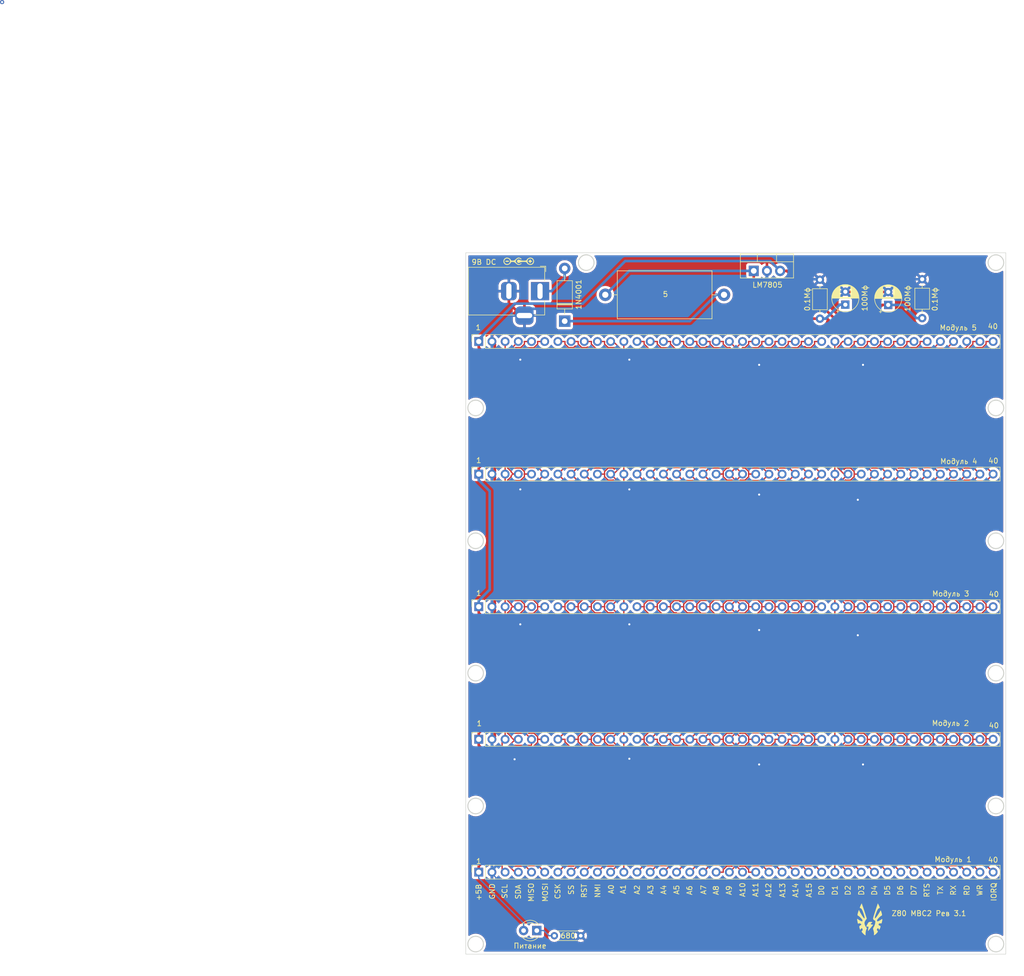
<source format=kicad_pcb>
(kicad_pcb (version 20211014) (generator pcbnew)
  (layers (0 "F.Cu" signal) (31 "B.Cu" signal) (34 "B.Paste" user) (35 "F.Paste" user) (36 "B.SilkS" user "B.Silkscreen") (37 "F.SilkS" user "F.Silkscreen") (38 "B.Mask" user) (39 "F.Mask" user) (44 "Edge.Cuts" user))
  (net 0 "")
  (net 1 "GND")
  (net 2 "+5V")
  (net 3 "RST")
  (net 4 "Net-(C1-Pad1)")
  (net 5 "Net-(D1-Pad2)")
  (net 6 "CSK")
  (net 7 "MISO")
  (net 8 "MOSI")
  (net 9 "SCL")
  (net 10 "SDA")
  (net 11 "RTS")
  (net 12 "TX")
  (net 13 "RX")
  (net 14 "SS")
  (net 15 "A1")
  (net 16 "A2")
  (net 17 "A3")
  (net 18 "A4")
  (net 19 "A5")
  (net 20 "A6")
  (net 21 "A7")
  (net 22 "NMI")
  (net 23 "A8")
  (net 24 "A9")
  (net 25 "A10")
  (net 26 "A11")
  (net 27 "A12")
  (net 28 "A13")
  (net 29 "A14")
  (net 30 "A15")
  (net 31 "IORQ")
  (net 32 "Net-(D1-Pad1)")
  (net 33 "Net-(D2-Pad1)")
  (net 34 "D4")
  (net 35 "D3")
  (net 36 "D5")
  (net 37 "D6")
  (net 38 "D2")
  (net 39 "D7")
  (net 40 "D0")
  (net 41 "D1")
  (net 42 "RD")
  (net 43 "WR")
  (net 44 "A0")
  (footprint "Connector_PinSocket_2.54mm:PinSocket_1x40_P2.54mm_Vertical" (layer "F.Cu") (at 56 65.05 90)
    (fp_text reference "J4" hide)
    (fp_text value "Модуль 4")
  )
  (footprint "Capacitor_THT:C_Axial_L3.8mm_D2.6mm_P7.50mm_Horizontal" (layer "F.Cu") (at 121.7 27.6 -90)
    (fp_text reference "C2" hide)
    (fp_text value "0.1Мф")
  )
  (footprint "Capacitor_THT:CP_Radial_D5.0mm_P2.50mm" (layer "F.Cu") (at 134.85 32.4551 90)
    (fp_text reference "C3" hide)
    (fp_text value "100Мф")
  )
  (footprint "Connector_PinSocket_2.54mm:PinSocket_1x40_P2.54mm_Vertical" (layer "F.Cu") (at 56 116.15 90)
    (fp_text reference "J2" hide)
    (fp_text value "Модуль 2")
  )
  (footprint "LED_THT:LED_D3.0mm" (layer "F.Cu") (at 67.175 153 180)
    (fp_text reference "D2" hide)
    (fp_text value "Питание")
  )
  (footprint "Capacitor_THT:CP_Radial_D5.0mm_P2.50mm" (layer "F.Cu") (at 126.6 32.4051 90)
    (fp_text reference "C1" hide)
    (fp_text value "100Мф")
  )
  (footprint "Diode_THT:D_DO-41_SOD81_P10.16mm_Horizontal" (layer "F.Cu") (at 72.55 35.58 90)
    (fp_text reference "D1" hide)
    (fp_text value "1N4001")
  )
  (footprint "Connector_PinSocket_2.54mm:PinSocket_1x40_P2.54mm_Vertical" (layer "F.Cu") (at 56 90.6 90)
    (fp_text reference "J3" hide)
    (fp_text value "Модуль 3")
  )
  (footprint "LOGO" (layer "F.Cu") (at 63.7 24)
    (fp_text reference "G***" hide)
    (fp_text value "LOGO" hide)
  )
  (footprint "Capacitor_THT:C_Axial_L3.8mm_D2.6mm_P7.50mm_Horizontal" (layer "F.Cu") (at 141.4 27.5 -90)
    (fp_text reference "C4" hide)
    (fp_text value "0.1Мф")
  )
  (footprint "Connector_PinSocket_2.54mm:PinSocket_1x40_P2.54mm_Vertical" (layer "F.Cu") (at 56 39.5 90)
    (fp_text reference "J5" hide)
    (fp_text value "Модуль 5")
  )
  (footprint "Resistor_THT:R_Axial_DIN0204_L3.6mm_D1.6mm_P5.08mm_Horizontal" (layer "F.Cu") (at 75.64 154 180)
    (fp_text reference "R1" hide)
    (fp_text value "680")
  )
  (footprint "LOGO" (layer "F.Cu") (at 131.3 150.9)
    (fp_text reference "G***" hide)
    (fp_text value "LOGO" hide)
  )
  (footprint "Connector_BarrelJack:BarrelJack_Horizontal" (layer "F.Cu") (at 67.8 29.8)
    (fp_text reference "J1" hide)
    (fp_text value "9В DC")
  )
  (footprint "Package_TO_SOT_THT:TO-220-3_Vertical" (layer "F.Cu") (at 108.96 25.895)
    (fp_text reference "U1" hide)
    (fp_text value "LM7805")
  )
  (footprint "Resistor_THT:R_Axial_DIN0918_L18.0mm_D9.0mm_P22.86mm_Horizontal" (layer "F.Cu") (at 80.37 30.5)
    (fp_text reference "R2" hide)
    (fp_text value "5")
  )
  (footprint "Connector_PinSocket_2.54mm:PinSocket_1x40_P2.54mm_Vertical" (layer "F.Cu") (at 56 141.75 90)
    (fp_text reference "J10" hide)
    (fp_text value "Модуль 1")
  )
  (gr_circle (center 155.6 103.4) (end 157.1 103.4) (layer "Edge.Cuts") (width 0.2) (fill none))
  (gr_circle (center 55.4 103.4) (end 56.9 103.4) (layer "Edge.Cuts") (width 0.2) (fill none))
  (gr_circle (center 55.4 77.9) (end 56.9 77.9) (layer "Edge.Cuts") (width 0.2) (fill none))
  (gr_circle (center 155.6 24.3) (end 157.1 24.3) (layer "Edge.Cuts") (width 0.2) (fill none))
  (gr_circle (center 155.6 129) (end 157.1 129) (layer "Edge.Cuts") (width 0.2) (fill none))
  (gr_circle (center 76.7 24.3) (end 78.2 24.3) (layer "Edge.Cuts") (width 0.2) (fill none))
  (gr_circle (center 55.4 155.6) (end 56.9 155.6) (layer "Edge.Cuts") (width 0.2) (fill none))
  (gr_circle (center 155.6 52.3) (end 157.1 52.3) (layer "Edge.Cuts") (width 0.2) (fill none))
  (gr_circle (center 55.4 52.3) (end 56.9 52.3) (layer "Edge.Cuts") (width 0.2) (fill none))
  (gr_circle (center 155.6 77.9) (end 157.1 77.9) (layer "Edge.Cuts") (width 0.2) (fill none))
  (gr_circle (center 155.6 155.6) (end 157.1 155.6) (layer "Edge.Cuts") (width 0.2) (fill none))
  (gr_circle (center 55.4 129) (end 56.9 129) (layer "Edge.Cuts") (width 0.2) (fill none))
  (gr_rect (start 53.5 22.4) (end 157.5 157.55) (layer "Edge.Cuts") (width 0.1) (fill none))
  (gr_text "Z80 MBC2 Рев 3.1" (at 142.7 149.7) (layer "F.SilkS") (effects (font (size 1 1))))
  (via (at -35.8 -25.9) (size 0.8) (drill 0.4) (layers "F.Cu" "B.Cu") (net 0))
  (segment (start 58.54 39.5) (end 58.54 38.3247) (width 0.5) (layer "F.Cu") (net 1))
  (segment (start 58.54 39.5) (end 59.1 40.06) (width 0.5) (layer "F.Cu") (net 1))
  (segment (start 59.1 91.16) (end 59.1 115.59) (width 0.5) (layer "F.Cu") (net 1))
  (segment (start 59.1 115.59) (end 58.54 116.15) (width 0.5) (layer "F.Cu") (net 1))
  (segment (start 59.1 64.49) (end 58.54 65.05) (width 0.5) (layer "F.Cu") (net 1))
  (segment (start 59.1 65.61) (end 58.54 65.05) (width 0.5) (layer "F.Cu") (net 1))
  (segment (start 126.65 29.9551) (end 126.6 29.9051) (width 0.25) (layer "F.Cu") (net 1))
  (segment (start 61.8 29.8) (end 61.8 32.0965) (width 0.5) (layer "F.Cu") (net 1))
  (segment (start 134.85 29.9551) (end 126.65 29.9551) (width 0.5) (layer "F.Cu") (net 1))
  (segment (start 59.1 40.06) (end 59.1 64.49) (width 0.5) (layer "F.Cu") (net 1))
  (segment (start 63.2841 33.5806) (end 58.54 38.3247) (width 0.5) (layer "F.Cu") (net 1))
  (segment (start 58.54 90.6) (end 59.1 91.16) (width 0.5) (layer "F.Cu") (net 1))
  (segment (start 63.8806 33.5806) (end 63.2841 33.5806) (width 0.25) (layer "F.Cu") (net 1))
  (segment (start 58.54 90.6) (end 59.1 90.04) (width 0.5) (layer "F.Cu") (net 1))
  (segment (start 59.1 90.04) (end 59.1 65.61) (width 0.5) (layer "F.Cu") (net 1))
  (segment (start 64.8 34.5) (end 63.8806 33.5806) (width 0.25) (layer "F.Cu") (net 1))
  (segment (start 61.8 32.0965) (end 63.2841 33.5806) (width 0.5) (layer "F.Cu") (net 1))
  (via (at 64 94) (size 0.8) (drill 0.4) (layers "F.Cu" "B.Cu") (net 1))
  (via (at 130 44) (size 0.8) (drill 0.4) (layers "F.Cu" "B.Cu") (net 1))
  (via (at 64 68) (size 0.8) (drill 0.4) (layers "F.Cu" "B.Cu") (net 1))
  (via (at 110 44) (size 0.8) (drill 0.4) (layers "F.Cu" "B.Cu") (net 1))
  (via (at 85 119.9) (size 0.8) (drill 0.4) (layers "F.Cu" "B.Cu") (net 1))
  (via (at 129 70) (size 0.8) (drill 0.4) (layers "F.Cu" "B.Cu") (net 1))
  (via (at 64 43) (size 0.8) (drill 0.4) (layers "F.Cu" "B.Cu") (net 1))
  (via (at 110 121) (size 0.8) (drill 0.4) (layers "F.Cu" "B.Cu") (net 1))
  (via (at 130 121) (size 0.8) (drill 0.4) (layers "F.Cu" "B.Cu") (net 1))
  (via (at 85 68) (size 0.8) (drill 0.4) (layers "F.Cu" "B.Cu") (net 1))
  (via (at 62.9 120) (size 0.8) (drill 0.4) (layers "F.Cu" "B.Cu") (net 1))
  (via (at 110 69) (size 0.8) (drill 0.4) (layers "F.Cu" "B.Cu") (net 1))
  (via (at 85 43) (size 0.8) (drill 0.4) (layers "F.Cu" "B.Cu") (net 1))
  (via (at 85 94) (size 0.8) (drill 0.4) (layers "F.Cu" "B.Cu") (net 1))
  (via (at 129 96.1) (size 0.8) (drill 0.4) (layers "F.Cu" "B.Cu") (net 1))
  (via (at 110 95.1) (size 0.8) (drill 0.4) (layers "F.Cu" "B.Cu") (net 1))
  (segment (start 111.7 27.5) (end 121.6 27.5) (width 0.5) (layer "B.Cu") (net 1))
  (segment (start 70.14 148.5) (end 75.64 154) (width 0.25) (layer "B.Cu") (net 1))
  (segment (start 111.061 27.539) (end 111.5 27.1) (width 0.5) (layer "B.Cu") (net 1))
  (segment (start 111.5 25.895) (end 111.5 27.3) (width 0.5) (layer "B.Cu") (net 1))
  (segment (start 64.8 34.5) (end 66.1033 33.1967) (width 0.25) (layer "B.Cu") (net 1))
  (segment (start 65 148.5) (end 70.14 148.5) (width 0.25) (layer "B.Cu") (net 1))
  (segment (start 111.5 27.3) (end 111.7 27.5) (width 0.5) (layer "B.Cu") (net 1))
  (segment (start 102.3867 27.539) (end 111.061 27.539) (width 0.5) (layer "B.Cu") (net 1))
  (segment (start 59 140.9) (end 59.7153 140.1847) (width 0.5) (layer "B.Cu") (net 1))
  (segment (start 134.85 29.9551) (end 137.3051 27.5) (width 0.5) (layer "B.Cu") (net 1))
  (segment (start 121.7 27.6) (end 124.0051 29.9051) (width 0.5) (layer "B.Cu") (net 1))
  (segment (start 66.1033 33.1967) (end 96.729 33.1967) (width 0.5) (layer "B.Cu") (net 1))
  (segment (start 58.54 142.04) (end 65 148.5) (width 0.25) (layer "B.Cu") (net 1))
  (segment (start 58.54 141.75) (end 58.54 141.36) (width 0.5) (layer "B.Cu") (net 1))
  (segment (start 58.54 141.36) (end 59 140.9) (width 0.5) (layer "B.Cu") (net 1))
  (segment (start 121.6 27.5) (end 121.7 27.6) (width 0.5) (layer "B.Cu") (net 1))
  (segment (start 58.54 141.36) (end 58.54 142.04) (width 0.25) (layer "B.Cu") (net 1))
  (segment (start 96.729 33.1967) (end 102.3867 27.539) (width 0.5) (layer "B.Cu") (net 1))
  (segment (start 137.3051 27.5) (end 141.4 27.5) (width 0.5) (layer "B.Cu") (net 1))
  (segment (start 111.5 27.1) (end 111.5 25.895) (width 0.5) (layer "B.Cu") (net 1))
  (segment (start 58.54 117.3253) (end 58.54 116.15) (width 0.5) (layer "B.Cu") (net 1))
  (segment (start 124.0051 29.9051) (end 126.6 29.9051) (width 0.5) (layer "B.Cu") (net 1))
  (segment (start 59.7153 118.5006) (end 58.54 117.3253) (width 0.5) (layer "B.Cu") (net 1))
  (segment (start 59.7153 140.1847) (end 59.7153 118.5006) (width 0.5) (layer "B.Cu") (net 1))
  (segment (start 56 114.9747) (end 56 116.15) (width 0.5) (layer "F.Cu") (net 2))
  (segment (start 56 90.6) (end 56 91.7753) (width 0.5) (layer "F.Cu") (net 2))
  (segment (start 58.3 61.5747) (end 56 63.8747) (width 0.5) (layer "F.Cu") (net 2))
  (segment (start 56 40.6753) (end 58.3 42.9753) (width 0.5) (layer "F.Cu") (net 2))
  (segment (start 130.3798 35.8) (end 133.7247 32.4551) (width 0.5) (layer "F.Cu") (net 2))
  (segment (start 56 63.8747) (end 56 65.05) (width 0.5) (layer "F.Cu") (net 2))
  (segment (start 125.2228 35.8) (end 130.3798 35.8) (width 0.5) (layer "F.Cu") (net 2))
  (segment (start 58.6 119.9253) (end 58.6 137.9747) (width 0.5) (layer "F.Cu") (net 2))
  (segment (start 56 117.3253) (end 58.6 119.9253) (width 0.5) (layer "F.Cu") (net 2))
  (segment (start 58.3 42.9753) (end 58.3 61.5747) (width 0.5) (layer "F.Cu") (net 2))
  (segment (start 56 91.7753) (end 57.8 93.5753) (width 0.5) (layer "F.Cu") (net 2))
  (segment (start 56 140.5747) (end 56 141.75) (width 0.5) (layer "F.Cu") (net 2))
  (segment (start 133.7247 32.4551) (end 134.85 32.4551) (width 0.5) (layer "F.Cu") (net 2))
  (segment (start 56 116.15) (end 56 117.3253) (width 0.5) (layer "F.Cu") (net 2))
  (segment (start 56 39.5) (end 56 40.6753) (width 0.5) (layer "F.Cu") (net 2))
  (segment (start 57.8 93.5753) (end 57.8 113.1747) (width 0.5) (layer "F.Cu") (net 2))
  (segment (start 115.3178 25.895) (end 125.2228 35.8) (width 0.5) (layer "F.Cu") (net 2))
  (segment (start 58.6 137.9747) (end 56 140.5747) (width 0.5) (layer "F.Cu") (net 2))
  (segment (start 57.8 113.1747) (end 56 114.9747) (width 0.5) (layer "F.Cu") (net 2))
  (segment (start 114.04 25.895) (end 115.3178 25.895) (width 0.5) (layer "F.Cu") (net 2))
  (segment (start 141.4 35) (end 140.2747 35) (width 0.5) (layer "B.Cu") (net 2))
  (segment (start 140.2747 35) (end 137.7298 32.4551) (width 0.5) (layer "B.Cu") (net 2))
  (segment (start 56 39.1) (end 56 39.5) (width 0.25) (layer "B.Cu") (net 2))
  (segment (start 112.145 24) (end 84.2136 24) (width 0.5) (layer "B.Cu") (net 2))
  (segment (start 56 142.9253) (end 64.635 151.5603) (width 0.25) (layer "B.Cu") (net 2))
  (segment (start 64.635 151.5603) (end 64.635 153) (width 0.25) (layer "B.Cu") (net 2))
  (segment (start 84.2136 24) (end 76.0136 32.2) (width 0.5) (layer "B.Cu") (net 2))
  (segment (start 62.9 32.2) (end 56 39.1) (width 0.5) (layer "B.Cu") (net 2))
  (segment (start 76.0136 32.2) (end 62.9 32.2) (width 0.5) (layer "B.Cu") (net 2))
  (segment (start 56 66.2253) (end 58.1 68.3253) (width 0.5) (layer "B.Cu") (net 2))
  (segment (start 114.04 25.895) (end 112.145 24) (width 0.5) (layer "B.Cu") (net 2))
  (segment (start 58.1 68.3253) (end 58.1 87.3247) (width 0.5) (layer "B.Cu") (net 2))
  (segment (start 56 141.75) (end 56 142.9253) (width 0.25) (layer "B.Cu") (net 2))
  (segment (start 56 65.05) (end 56 66.2253) (width 0.5) (layer "B.Cu") (net 2))
  (segment (start 56 89.4247) (end 56 90.6) (width 0.5) (layer "B.Cu") (net 2))
  (segment (start 137.7298 32.4551) (end 134.85 32.4551) (width 0.5) (layer "B.Cu") (net 2))
  (segment (start 58.1 87.3247) (end 56 89.4247) (width 0.5) (layer "B.Cu") (net 2))
  (segment (start 79.848313 114.525969) (end 79.574282 114.8) (width 0.25) (layer "F.Cu") (net 3))
  (segment (start 81.752595 114.525969) (end 79.848313 114.525969) (width 0.25) (layer "F.Cu") (net 3))
  (segment (start 80.727304 88.975969) (end 81.752595 88.975969) (width 0.25) (layer "F.Cu") (net 3))
  (segment (start 80.727304 92.224031) (end 81.752595 92.224031) (width 0.25) (layer "F.Cu") (net 3))
  (segment (start 81.752595 92.224031) (end 82.59144 93.062876) (width 0.25) (layer "F.Cu") (net 3))
  (segment (start 78.49899 89.3) (end 80.403272 89.3) (width 0.25) (layer "F.Cu") (net 3))
  (segment (start 77.685489 116.15) (end 77.685489 116.636499) (width 0.25) (layer "F.Cu") (net 3))
  (segment (start 82.59144 62.80856) (end 81.974031 63.425969) (width 0.25) (layer "F.Cu") (net 3))
  (segment (start 78.39899 91.8) (end 80.303272 91.8) (width 0.25) (layer "F.Cu") (net 3))
  (segment (start 77.685489 115.663501) (end 77.685489 116.15) (width 0.25) (layer "F.Cu") (net 3))
  (segment (start 82.59144 41.69144) (end 82.59144 62.80856) (width 0.25) (layer "F.Cu") (net 3))
  (segment (start 80.727304 66.674031) (end 80.553273 66.5) (width 0.25) (layer "F.Cu") (net 3))
  (segment (start 76.32 116.15) (end 77.685489 116.15) (width 0.25) (layer "F.Cu") (net 3))
  (segment (start 79.848313 140.125969) (end 79.474282 140.5) (width 0.25) (layer "F.Cu") (net 3))
  (segment (start 77.685489 90.6) (end 77.685489 91.086499) (width 0.25) (layer "F.Cu") (net 3))
  (segment (start 77.685489 90.113501) (end 78.49899 89.3) (width 0.25) (layer "F.Cu") (net 3))
  (segment (start 82.59144 113.687124) (end 81.752595 114.525969) (width 0.25) (layer "F.Cu") (net 3))
  (segment (start 81.752595 88.975969) (end 82.59144 88.137124) (width 0.25) (layer "F.Cu") (net 3))
  (segment (start 80.277783 63.875489) (end 77.494511 63.875489) (width 0.25) (layer "F.Cu") (net 3))
  (segment (start 77.77 66.5) (end 76.32 65.05) (width 0.25) (layer "F.Cu") (net 3))
  (segment (start 79.574282 114.8) (end 78.54899 114.8) (width 0.25) (layer "F.Cu") (net 3))
  (segment (start 80.353272 117.4) (end 80.727304 117.774031) (width 0.25) (layer "F.Cu") (net 3))
  (segment (start 80.403272 89.3) (end 80.727304 88.975969) (width 0.25) (layer "F.Cu") (net 3))
  (segment (start 82.59144 93.062876) (end 82.59144 113.687124) (width 0.25) (layer "F.Cu") (net 3))
  (segment (start 80.553273 66.5) (end 77.77 66.5) (width 0.25) (layer "F.Cu") (net 3))
  (segment (start 82.59144 88.137124) (end 82.59144 67.69144) (width 0.25) (layer "F.Cu") (net 3))
  (segment (start 78.54899 114.8) (end 77.685489 115.663501) (width 0.25) (layer "F.Cu") (net 3))
  (segment (start 77.494511 63.875489) (end 76.32 65.05) (width 0.25) (layer "F.Cu") (net 3))
  (segment (start 80.727303 63.425969) (end 80.277783 63.875489) (width 0.25) (layer "F.Cu") (net 3))
  (segment (start 79.474282 140.5) (end 77.57 140.5) (width 0.25) (layer "F.Cu") (net 3))
  (segment (start 81.574031 66.674031) (end 80.727304 66.674031) (width 0.25) (layer "F.Cu") (net 3))
  (segment (start 82.024031 41.124031) (end 82.59144 41.69144) (width 0.25) (layer "F.Cu") (net 3))
  (segment (start 81.974031 63.425969) (end 80.727303 63.425969) (width 0.25) (layer "F.Cu") (net 3))
  (segment (start 77.685489 91.086499) (end 78.39899 91.8) (width 0.25) (layer "F.Cu") (net 3))
  (segment (start 76.32 39.5) (end 77.685489 39.5) (width 0.25) (layer "F.Cu") (net 3))
  (segment (start 77.685489 39.5) (end 77.685489 39.986499) (width 0.25) (layer "F.Cu") (net 3))
  (segment (start 77.57 140.5) (end 76.32 141.75) (width 0.25) (layer "F.Cu") (net 3))
  (segment (start 81.752595 117.774031) (end 82.59144 118.612876) (width 0.25) (layer "F.Cu") (net 3))
  (segment (start 78.823021 41.124031) (end 82.024031 41.124031) (width 0.25) (layer "F.Cu") (net 3))
  (segment (start 80.303272 91.8) (end 80.727304 92.224031) (width 0.25) (layer "F.Cu") (net 3))
  (segment (start 82.59144 67.69144) (end 81.574031 66.674031) (width 0.25) (layer "F.Cu") (net 3))
  (segment (start 81.752595 140.125969) (end 79.848313 140.125969) (width 0.25) (layer "F.Cu") (net 3))
  (segment (start 82.59144 118.612876) (end 82.59144 139.287124) (width 0.25) (layer "F.Cu") (net 3))
  (segment (start 78.44899 117.4) (end 80.353272 117.4) (width 0.25) (layer "F.Cu") (net 3))
  (segment (start 77.685489 90.6) (end 77.685489 90.113501) (width 0.25) (layer "F.Cu") (net 3))
  (segment (start 82.59144 139.287124) (end 81.752595 140.125969) (width 0.25) (layer "F.Cu") (net 3))
  (segment (start 77.685489 39.986499) (end 78.823021 41.124031) (width 0.25) (layer "F.Cu") (net 3))
  (segment (start 77.685489 116.636499) (end 78.44899 117.4) (width 0.25) (layer "F.Cu") (net 3))
  (segment (start 76.32 90.6) (end 77.685489 90.6) (width 0.25) (layer "F.Cu") (net 3))
  (segment (start 80.727304 117.774031) (end 81.752595 117.774031) (width 0.25) (layer "F.Cu") (net 3))
  (segment (start 108.96 30.76) (end 108.96 25.895) (width 0.5) (layer "F.Cu") (net 4))
  (segment (start 113.3 35.1) (end 108.96 30.76) (width 0.5) (layer "F.Cu") (net 4))
  (segment (start 121.7 35.1) (end 113.3 35.1) (width 0.5) (layer "F.Cu") (net 4))
  (segment (start 125.4747 32.4506) (end 122.8253 35.1) (width 0.5) (layer "B.Cu") (net 4))
  (segment (start 125.4747 32.4051) (end 125.4747 32.4506) (width 0.25) (layer "B.Cu") (net 4))
  (segment (start 108.96 25.895) (end 84.975 25.895) (width 0.5) (layer "B.Cu") (net 4))
  (segment (start 126.6 32.4051) (end 125.4747 32.4051) (width 0.5) (layer "B.Cu") (net 4))
  (segment (start 121.7 35.1) (end 122.8253 35.1) (width 0.5) (layer "B.Cu") (net 4))
  (segment (start 84.975 25.895) (end 80.37 30.5) (width 0.5) (layer "B.Cu") (net 4))
  (segment (start 67.8 29.8) (end 70 29.8) (width 0.5) (layer "B.Cu") (net 5))
  (segment (start 72.55 27.25) (end 72.55 25.42) (width 0.5) (layer "B.Cu") (net 5))
  (segment (start 70 29.8) (end 72.55 27.25) (width 0.5) (layer "B.Cu") (net 5))
  (segment (start 80.354908 88.07693) (end 81.380199 88.076929) (width 0.25) (layer "F.Cu") (net 6))
  (segment (start 77.777076 88.75048) (end 78.127556 88.4) (width 0.25) (layer "F.Cu") (net 6))
  (segment (start 73.41899 89.3) (end 75.323272 89.3) (width 0.25) (layer "F.Cu") (net 6))
  (segment (start 76.748085 140.05048) (end 74.843802 140.05048) (width 0.25) (layer "F.Cu") (net 6))
  (segment (start 81.373071 118.673071) (end 81.6924 118.9924) (width 0.25) (layer "F.Cu") (net 6))
  (segment (start 73.293501 40.674511) (end 74.266499 40.674511) (width 0.25) (layer "F.Cu") (net 6))
  (segment (start 80.180877 67.39904) (end 77.397606 67.39904) (width 0.25) (layer "F.Cu") (net 6))
  (segment (start 74.266499 40.674511) (end 74.54101 40.4) (width 0.25) (layer "F.Cu") (net 6))
  (segment (start 74.318793 140.575489) (end 72.414511 140.575489) (width 0.25) (layer "F.Cu") (net 6))
  (segment (start 72.49 63.8) (end 71.24 65.05) (width 0.25) (layer "F.Cu") (net 6))
  (segment (start 75.423272 92) (end 75.872793 92.44952) (width 0.25) (layer "F.Cu") (net 6))
  (segment (start 75.647304 41.124031) (end 76.992697 41.124031) (width 0.25) (layer "F.Cu") (net 6))
  (segment (start 78.450627 42.023071) (end 81.523071 42.023071) (width 0.25) (layer "F.Cu") (net 6))
  (segment (start 78.127556 88.4) (end 80.031837 88.4) (width 0.25) (layer "F.Cu") (net 6))
  (segment (start 73.56899 117.6) (end 75.473272 117.6) (width 0.25) (layer "F.Cu") (net 6))
  (segment (start 71.24 116.15) (end 72.605489 116.15) (width 0.25) (layer "F.Cu") (net 6))
  (segment (start 76.948085 114.25048) (end 75.043802 114.25048) (width 0.25) (layer "F.Cu") (net 6))
  (segment (start 72.605489 90.113501) (end 73.41899 89.3) (width 0.25) (layer "F.Cu") (net 6))
  (segment (start 80.354908 67.573071) (end 80.180877 67.39904) (width 0.25) (layer "F.Cu") (net 6))
  (segment (start 81.201635 67.573071) (end 80.354908 67.573071) (width 0.25) (layer "F.Cu") (net 6))
  (segment (start 72.605489 116.15) (end 72.605489 116.636499) (width 0.25) (layer "F.Cu") (net 6))
  (segment (start 75.473272 117.6) (end 75.822793 117.94952) (width 0.25) (layer "F.Cu") (net 6))
  (segment (start 77.067208 41.04952) (end 77.477076 41.04952) (width 0.25) (layer "F.Cu") (net 6))
  (segment (start 77.727075 117.94952) (end 78.077555 118.3) (width 0.25) (layer "F.Cu") (net 6))
  (segment (start 81.380199 113.626929) (end 79.475918 113.626929) (width 0.25) (layer "F.Cu") (net 6))
  (segment (start 71.24 39.5) (end 72.605489 39.5) (width 0.25) (layer "F.Cu") (net 6))
  (segment (start 74.943802 63.25048) (end 74.394282 63.8) (width 0.25) (layer "F.Cu") (net 6))
  (segment (start 77.397606 67.39904) (end 76.948085 66.94952) (width 0.25) (layer "F.Cu") (net 6))
  (segment (start 72.605489 39.5) (end 72.605489 39.986499) (width 0.25) (layer "F.Cu") (net 6))
  (segment (start 79.152366 139.55048) (end 77.248085 139.55048) (width 0.25) (layer "F.Cu") (net 6))
  (segment (start 77.348085 113.85048) (end 76.948085 114.25048) (width 0.25) (layer "F.Cu") (net 6))
  (segment (start 81.6924 68.063836) (end 81.201635 67.573071) (width 0.25) (layer "F.Cu") (net 6))
  (segment (start 74.923272 40.4) (end 75.647304 41.124031) (width 0.25) (layer "F.Cu") (net 6))
  (segment (start 74.594282 114.7) (end 72.69 114.7) (width 0.25) (layer "F.Cu") (net 6))
  (segment (start 76.948085 66.94952) (end 74.94952 66.94952) (width 0.25) (layer "F.Cu") (net 6))
  (segment (start 78.077555 118.3) (end 79.981837 118.3) (width 0.25) (layer "F.Cu") (net 6))
  (segment (start 79.905388 62.976449) (end 77.122115 62.976449) (width 0.25) (layer "F.Cu") (net 6))
  (segment (start 72.605489 39.986499) (end 73.293501 40.674511) (width 0.25) (layer "F.Cu") (net 6))
  (segment (start 80.031837 88.4) (end 80.354908 88.07693) (width 0.25) (layer "F.Cu") (net 6))
  (segment (start 81.6924 42.1924) (end 81.6924 62.436164) (width 0.25) (layer "F.Cu") (net 6))
  (segment (start 81.523071 42.023071) (end 81.6924 42.1924) (width 0.25) (layer "F.Cu") (net 6))
  (segment (start 74.94952 66.94952) (end 74.4 66.4) (width 0.25) (layer "F.Cu") (net 6))
  (segment (start 74.4 66.4) (end 72.59 66.4) (width 0.25) (layer "F.Cu") (net 6))
  (segment (start 73.51899 92) (end 75.423272 92) (width 0.25) (layer "F.Cu") (net 6))
  (segment (start 74.843802 140.05048) (end 74.318793 140.575489) (width 0.25) (layer "F.Cu") (net 6))
  (segment (start 80.354907 62.526929) (end 79.905388 62.976449) (width 0.25) (layer "F.Cu") (net 6))
  (segment (start 77.777074 92.44952) (end 78.127554 92.8) (width 0.25) (layer "F.Cu") (net 6))
  (segment (start 72.605489 90.6) (end 72.605489 91.086499) (width 0.25) (layer "F.Cu") (net 6))
  (segment (start 74.54101 40.4) (end 74.923272 40.4) (width 0.25) (layer "F.Cu") (net 6))
  (segment (start 79.981837 118.3) (end 80.354908 118.67307) (width 0.25) (layer "F.Cu") (net 6))
  (segment (start 72.605489 91.086499) (end 73.51899 92) (width 0.25) (layer "F.Cu") (net 6))
  (segment (start 72.605489 116.636499) (end 73.56899 117.6) (width 0.25) (layer "F.Cu") (net 6))
  (segment (start 79.475918 113.626929) (end 79.252367 113.85048) (width 0.25) (layer "F.Cu") (net 6))
  (segment (start 72.69 114.7) (end 71.24 116.15) (width 0.25) (layer "F.Cu") (net 6))
  (segment (start 80.354908 118.67307) (end 81.373071 118.673071) (width 0.25) (layer "F.Cu") (net 6))
  (segment (start 72.605489 90.6) (end 72.605489 90.113501) (width 0.25) (layer "F.Cu") (net 6))
  (segment (start 81.6924 87.764728) (end 81.6924 68.063836) (width 0.25) (layer "F.Cu") (net 6))
  (segment (start 80.354908 93.12307) (end 81.323071 93.123071) (width 0.25) (layer "F.Cu") (net 6))
  (segment (start 81.6924 113.314728) (end 81.380199 113.626929) (width 0.25) (layer "F.Cu") (net 6))
  (segment (start 81.6924 138.914728) (end 81.380199 139.226929) (width 0.25) (layer "F.Cu") (net 6))
  (segment (start 71.24 90.6) (end 72.605489 90.6) (width 0.25) (layer "F.Cu") (net 6))
  (segment (start 72.59 66.4) (end 71.24 65.05) (width 0.25) (layer "F.Cu") (net 6))
  (segment (start 74.394282 63.8) (end 72.49 63.8) (width 0.25) (layer "F.Cu") (net 6))
  (segment (start 81.6924 62.436164) (end 81.601635 62.526929) (width 0.25) (layer "F.Cu") (net 6))
  (segment (start 77.477076 41.04952) (end 78.450627 42.023071) (width 0.25) (layer "F.Cu") (net 6))
  (segment (start 81.601635 62.526929) (end 80.354907 62.526929) (width 0.25) (layer "F.Cu") (net 6))
  (segment (start 75.872793 92.44952) (end 77.777074 92.44952) (width 0.25) (layer "F.Cu") (net 6))
  (segment (start 79.475917 139.226929) (end 79.152366 139.55048) (width 0.25) (layer "F.Cu") (net 6))
  (segment (start 77.122115 62.976449) (end 76.848084 63.25048) (width 0.25) (layer "F.Cu") (net 6))
  (segment (start 75.872793 88.75048) (end 77.777076 88.75048) (width 0.25) (layer "F.Cu") (net 6))
  (segment (start 81.380199 88.076929) (end 81.6924 87.764728) (width 0.25) (layer "F.Cu") (net 6))
  (segment (start 80.031837 92.8) (end 80.354908 93.12307) (width 0.25) (layer "F.Cu") (net 6))
  (segment (start 75.822793 117.94952) (end 77.727075 117.94952) (width 0.25) (layer "F.Cu") (net 6))
  (segment (start 81.6924 118.9924) (end 81.6924 138.914728) (width 0.25) (layer "F.Cu") (net 6))
  (segment (start 81.6924 93.4924) (end 81.6924 113.314728) (width 0.25) (layer "F.Cu") (net 6))
  (segment (start 78.127554 92.8) (end 80.031837 92.8) (width 0.25) (layer "F.Cu") (net 6))
  (segment (start 81.323071 93.123071) (end 81.6924 93.4924) (width 0.25) (layer "F.Cu") (net 6))
  (segment (start 77.248085 139.55048) (end 76.748085 140.05048) (width 0.25) (layer "F.Cu") (net 6))
  (segment (start 75.043802 114.25048) (end 74.594282 114.7) (width 0.25) (layer "F.Cu") (net 6))
  (segment (start 81.380199 139.226929) (end 79.475917 139.226929) (width 0.25) (layer "F.Cu") (net 6))
  (segment (start 76.848084 63.25048) (end 74.943802 63.25048) (width 0.25) (layer "F.Cu") (net 6))
  (segment (start 76.992697 41.124031) (end 77.067208 41.04952) (width 0.25) (layer "F.Cu") (net 6))
  (segment (start 79.252367 113.85048) (end 77.348085 113.85048) (width 0.25) (layer "F.Cu") (net 6))
  (segment (start 72.414511 140.575489) (end 71.24 141.75) (width 0.25) (layer "F.Cu") (net 6))
  (segment (start 75.323272 89.3) (end 75.872793 88.75048) (width 0.25) (layer "F.Cu") (net 6))
  (segment (start 64.794511 39.5) (end 64.794511 39.986499) (width 0.25) (layer "F.Cu") (net 7))
  (segment (start 64.794511 65.05) (end 66.16 65.05) (width 0.25) (layer "F.Cu") (net 7))
  (segment (start 64.106499 63.875489) (end 64.794511 64.563501) (width 0.25) (layer "F.Cu") (net 7))
  (segment (start 62.126728 66.3) (end 64.03101 66.3) (width 0.25) (layer "F.Cu") (net 7))
  (segment (start 62.225489 89.425489) (end 61.97904 89.17904) (width 0.25) (layer "F.Cu") (net 7))
  (segment (start 62.202217 63.875489) (end 64.106499 63.875489) (width 0.25) (layer "F.Cu") (net 7))
  (segment (start 61.97904 114.752312) (end 62.202217 114.975489) (width 0.25) (layer "F.Cu") (net 7))
  (segment (start 62.875489 140.575489) (end 64.985489 140.575489) (width 0.25) (layer "F.Cu") (net 7))
  (segment (start 61.97904 41.82096) (end 61.97904 63.652312) (width 0.25) (layer "F.Cu") (net 7))
  (segment (start 61.5 139.2) (end 62.875489 140.575489) (width 0.25) (layer "F.Cu") (net 7))
  (segment (start 66.16 117.264511) (end 66.1 117.324511) (width 0.25) (layer "F.Cu") (net 7))
  (segment (start 63.125489 40.674511) (end 61.97904 41.82096) (width 0.25) (layer "F.Cu") (net 7))
  (segment (start 66.16 116.15) (end 66.16 117.264511) (width 0.25) (layer "F.Cu") (net 7))
  (segment (start 61.97904 91.997688) (end 61.97904 114.752312) (width 0.25) (layer "F.Cu") (net 7))
  (segment (start 64.106499 40.674511) (end 63.125489 40.674511) (width 0.25) (layer "F.Cu") (net 7))
  (segment (start 64.106499 89.425489) (end 62.225489 89.425489) (width 0.25) (layer "F.Cu") (net 7))
  (segment (start 64.794511 65.1) (end 64.844511 65.05) (width 0.25) (layer "F.Cu") (net 7))
  (segment (start 62.202217 114.975489) (end 64.985489 114.975489) (width 0.25) (layer "F.Cu") (net 7))
  (segment (start 66.1 117.324511) (end 62.975489 117.324511) (width 0.25) (layer "F.Cu") (net 7))
  (segment (start 64.794511 90.113501) (end 64.106499 89.425489) (width 0.25) (layer "F.Cu") (net 7))
  (segment (start 66.16 90.6) (end 64.794511 90.6) (width 0.25) (layer "F.Cu") (net 7))
  (segment (start 61.97904 66.447688) (end 62.126728 66.3) (width 0.25) (layer "F.Cu") (net 7))
  (segment (start 64.794511 39.986499) (end 64.106499 40.674511) (width 0.25) (layer "F.Cu") (net 7))
  (segment (start 64.794511 65.536499) (end 64.794511 65.1) (width 0.25) (layer "F.Cu") (net 7))
  (segment (start 62.975489 117.324511) (end 61.5 118.8) (width 0.25) (layer "F.Cu") (net 7))
  (segment (start 64.794511 90.6) (end 64.794511 90.113501) (width 0.25) (layer "F.Cu") (net 7))
  (segment (start 66.16 39.5) (end 64.794511 39.5) (width 0.25) (layer "F.Cu") (net 7))
  (segment (start 64.03101 66.3) (end 64.794511 65.536499) (width 0.25) (layer "F.Cu") (net 7))
  (segment (start 64.794511 90.6) (end 64.794511 91.086499) (width 0.25) (layer "F.Cu") (net 7))
  (segment (start 61.97904 63.652312) (end 62.202217 63.875489) (width 0.25) (layer "F.Cu") (net 7))
  (segment (start 64.985489 140.575489) (end 66.16 141.75) (width 0.25) (layer "F.Cu") (net 7))
  (segment (start 63.883322 91.997688) (end 61.97904 91.997688) (width 0.25) (layer "F.Cu") (net 7))
  (segment (start 64.794511 64.563501) (end 64.794511 65.05) (width 0.25) (layer "F.Cu") (net 7))
  (segment (start 61.97904 89.17904) (end 61.97904 66.447688) (width 0.25) (layer "F.Cu") (net 7))
  (segment (start 61.5 118.8) (end 61.5 139.2) (width 0.25) (layer "F.Cu") (net 7))
  (segment (start 64.844511 65.05) (end 66.16 65.05) (width 0.25) (layer "F.Cu") (net 7))
  (segment (start 64.985489 114.975489) (end 66.16 116.15) (width 0.25) (layer "F.Cu") (net 7))
  (segment (start 64.794511 91.086499) (end 63.883322 91.997688) (width 0.25) (layer "F.Cu") (net 7))
  (segment (start 66.52101 89.3) (end 64.616728 89.3) (width 0.25) (layer "F.Cu") (net 8))
  (segment (start 64.616728 91.9) (end 64.069519 92.447208) (width 0.25) (layer "F.Cu") (net 8))
  (segment (start 63.311687 41.124031) (end 62.42856 42.007158) (width 0.25) (layer "F.Cu") (net 8))
  (segment (start 64.069519 92.447208) (end 62.42856 92.447208) (width 0.25) (layer "F.Cu") (net 8))
  (segment (start 64.292696 41.124031) (end 63.311687 41.124031) (width 0.25) (layer "F.Cu") (net 8))
  (segment (start 63.061687 140.125969) (end 65.171687 140.125969) (width 0.25) (layer "F.Cu") (net 8))
  (segment (start 67.334511 116.725717) (end 66.286197 117.774031) (width 0.25) (layer "F.Cu") (net 8))
  (segment (start 62.42856 63.425969) (end 64.292697 63.425969) (width 0.25) (layer "F.Cu") (net 8))
  (segment (start 68.7 90.6) (end 67.334511 90.6) (width 0.25) (layer "F.Cu") (net 8))
  (segment (start 67.334511 116.15) (end 67.334511 116.725717) (width 0.25) (layer "F.Cu") (net 8))
  (segment (start 62.42856 66.74952) (end 64.217208 66.74952) (width 0.25) (layer "F.Cu") (net 8))
  (segment (start 67.484511 116.15) (end 68.7 116.15) (width 0.25) (layer "F.Cu") (net 8))
  (segment (start 66.646499 114.975489) (end 67.334511 115.663501) (width 0.25) (layer "F.Cu") (net 8))
  (segment (start 65.171687 140.125969) (end 65.545718 140.5) (width 0.25) (layer "F.Cu") (net 8))
  (segment (start 64.292696 88.975969) (end 62.42856 88.975969) (width 0.25) (layer "F.Cu") (net 8))
  (segment (start 67.334511 90.113501) (end 66.52101 89.3) (width 0.25) (layer "F.Cu") (net 8))
  (segment (start 62.42856 114.525969) (end 65.171687 114.525969) (width 0.25) (layer "F.Cu") (net 8))
  (segment (start 66.52101 91.9) (end 64.616728 91.9) (width 0.25) (layer "F.Cu") (net 8))
  (segment (start 64.566728 66.4) (end 67.35 66.4) (width 0.25) (layer "F.Cu") (net 8))
  (segment (start 67.45 63.8) (end 68.7 65.05) (width 0.25) (layer "F.Cu") (net 8))
  (segment (start 62.42856 92.447208) (end 62.42856 114.525969) (width 0.25) (layer "F.Cu") (net 8))
  (segment (start 65.171687 114.525969) (end 65.647354 115.001636) (width 0.25) (layer "F.Cu") (net 8))
  (segment (start 65.673501 114.975489) (end 66.646499 114.975489) (width 0.25) (layer "F.Cu") (net 8))
  (segment (start 64.292697 63.425969) (end 64.666728 63.8) (width 0.25) (layer "F.Cu") (net 8))
  (segment (start 64.616728 89.3) (end 64.292696 88.975969) (width 0.25) (layer "F.Cu") (net 8))
  (segment (start 61.94952 118.986198) (end 61.94952 139.013802) (width 0.25) (layer "F.Cu") (net 8))
  (segment (start 67.334511 91.086499) (end 66.52101 91.9) (width 0.25) (layer "F.Cu") (net 8))
  (segment (start 67.35 66.4) (end 68.7 65.05) (width 0.25) (layer "F.Cu") (net 8))
  (segment (start 68.7 116.15) (end 67.334511 116.15) (width 0.25) (layer "F.Cu") (net 8))
  (segment (start 67.334511 39.5) (end 67.334511 39.986499) (width 0.25) (layer "F.Cu") (net 8))
  (segment (start 64.217208 66.74952) (end 64.566728 66.4) (width 0.25) (layer "F.Cu") (net 8))
  (segment (start 63.161687 117.774031) (end 61.94952 118.986198) (width 0.25) (layer "F.Cu") (net 8))
  (segment (start 64.666728 63.8) (end 67.45 63.8) (width 0.25) (layer "F.Cu") (net 8))
  (segment (start 62.42856 88.975969) (end 62.42856 66.74952) (width 0.25) (layer "F.Cu") (net 8))
  (segment (start 67.334511 90.6) (end 67.334511 90.113501) (width 0.25) (layer "F.Cu") (net 8))
  (segment (start 67.45 140.5) (end 68.7 141.75) (width 0.25) (layer "F.Cu") (net 8))
  (segment (start 64.716728 40.7) (end 64.292696 41.124031) (width 0.25) (layer "F.Cu") (net 8))
  (segment (start 67.334511 39.986499) (end 66.62101 40.7) (width 0.25) (layer "F.Cu") (net 8))
  (segment (start 67.334511 115.663501) (end 67.334511 116) (width 0.25) (layer "F.Cu") (net 8))
  (segment (start 66.286197 117.774031) (end 63.161687 117.774031) (width 0.25) (layer "F.Cu") (net 8))
  (segment (start 68.7 39.5) (end 67.334511 39.5) (width 0.25) (layer "F.Cu") (net 8))
  (segment (start 62.42856 42.007158) (end 62.42856 63.425969) (width 0.25) (layer "F.Cu") (net 8))
  (segment (start 65.545718 140.5) (end 67.45 140.5) (width 0.25) (layer "F.Cu") (net 8))
  (segment (start 66.62101 40.7) (end 64.716728 40.7) (width 0.25) (layer "F.Cu") (net 8))
  (segment (start 67.334511 90.6) (end 67.334511 91.086499) (width 0.25) (layer "F.Cu") (net 8))
  (segment (start 67.334511 116) (end 67.484511 116.15) (width 0.25) (layer "F.Cu") (net 8))
  (segment (start 65.647354 115.001636) (end 65.673501 114.975489) (width 0.25) (layer "F.Cu") (net 8))
  (segment (start 61.94952 139.013802) (end 63.061687 140.125969) (width 0.25) (layer "F.Cu") (net 8))
  (segment (start 61.08 116.15) (end 60.5 116.73) (width 0.25) (layer "F.Cu") (net 9))
  (segment (start 61.08 39.5) (end 61.08 65.05) (width 0.25) (layer "F.Cu") (net 9))
  (segment (start 60.5 141.17) (end 61.08 141.75) (width 0.25) (layer "F.Cu") (net 9))
  (segment (start 60.5 116.73) (end 60.5 141.17) (width 0.25) (layer "F.Cu") (net 9))
  (segment (start 61.08 90.6) (end 61.08 116.15) (width 0.25) (layer "F.Cu") (net 9))
  (segment (start 61.08 90.6) (end 61.08 65.05) (width 0.25) (layer "F.Cu") (net 9))
  (segment (start 63.62 90.6) (end 62.5 90.6) (width 0.25) (layer "F.Cu") (net 10))
  (segment (start 61.52952 89.425489) (end 61.566499 89.425489) (width 0.25) (layer "F.Cu") (net 10))
  (segment (start 62.9 90.6) (end 63.3 90.2) (width 0.25) (layer "F.Cu") (net 10))
  (segment (start 62.254511 90.113501) (end 62.254511 90.254511) (width 0.25) (layer "F.Cu") (net 10))
  (segment (start 61 139.765) (end 62.985 141.75) (width 0.25) (layer "F.Cu") (net 10))
  (segment (start 62.65 116.15) (end 63.62 116.15) (width 0.25) (layer "F.Cu") (net 10))
  (segment (start 61.52952 66.224511) (end 61.52952 89.425489) (width 0.25) (layer "F.Cu") (net 10))
  (segment (start 63.62 65.05) (end 62.55 65.05) (width 0.25) (layer "F.Cu") (net 10))
  (segment (start 62.254511 64.563501) (end 62.254511 64.654511) (width 0.25) (layer "F.Cu") (net 10))
  (segment (start 61.52952 41.59048) (end 61.52952 63.875489) (width 0.25) (layer "F.Cu") (net 10))
  (segment (start 63.3 65.4) (end 62.95 65.05) (width 0.25) (layer "F.Cu") (net 10))
  (segment (start 62.254511 91.086499) (end 61.566499 91.774511) (width 0.25) (layer "F.Cu") (net 10))
  (segment (start 62.254511 90.254511) (end 62.6 90.6) (width 0.25) (layer "F.Cu") (net 10))
  (segment (start 62.6 90.6) (end 63.62 90.6) (width 0.25) (layer "F.Cu") (net 10))
  (segment (start 62.254511 64.654511) (end 62.65 65.05) (width 0.25) (layer "F.Cu") (net 10))
  (segment (start 63.62 116.15) (end 63.05 116.15) (width 0.25) (layer "F.Cu") (net 10))
  (segment (start 63.62 90.6) (end 62.9 90.6) (width 0.25) (layer "F.Cu") (net 10))
  (segment (start 62.254511 65.345489) (end 62.254511 65.536499) (width 0.25) (layer "F.Cu") (net 10))
  (segment (start 62.985 141.75) (end 63.62 141.75) (width 0.25) (layer "F.Cu") (net 10))
  (segment (start 62.55 65.05) (end 62.254511 65.345489) (width 0.25) (layer "F.Cu") (net 10))
  (segment (start 62.254511 115.754511) (end 62.65 116.15) (width 0.25) (layer "F.Cu") (net 10))
  (segment (start 62.254511 65.536499) (end 61.566499 66.224511) (width 0.25) (layer "F.Cu") (net 10))
  (segment (start 62.65 65.05) (end 63.62 65.05) (width 0.25) (layer "F.Cu") (net 10))
  (segment (start 63.05 116.15) (end 61 118.2) (width 0.25) (layer "F.Cu") (net 10))
  (segment (start 63.62 39.5) (end 61.52952 41.59048) (width 0.25) (layer "F.Cu") (net 10))
  (segment (start 62.5 90.6) (end 62.254511 90.845489) (width 0.25) (layer "F.Cu") (net 10))
  (segment (start 61 118.2) (end 61 139.765) (width 0.25) (layer "F.Cu") (net 10))
  (segment (start 61.566499 114.975489) (end 62.254511 115.663501) (width 0.25) (layer "F.Cu") (net 10))
  (segment (start 62.254511 90.845489) (end 62.254511 91.086499) (width 0.25) (layer "F.Cu") (net 10))
  (segment (start 61.566499 66.224511) (end 61.52952 66.224511) (width 0.25) (layer "F.Cu") (net 10))
  (segment (start 62.95 65.05) (end 63.62 65.05) (width 0.25) (layer "F.Cu") (net 10))
  (segment (start 61.52952 63.875489) (end 61.566499 63.875489) (width 0.25) (layer "F.Cu") (net 10))
  (segment (start 61.52952 91.774511) (end 61.52952 114.975489) (width 0.25) (layer "F.Cu") (net 10))
  (segment (start 61.52952 114.975489) (end 61.566499 114.975489) (width 0.25) (layer "F.Cu") (net 10))
  (segment (start 61.566499 91.774511) (end 61.52952 91.774511) (width 0.25) (layer "F.Cu") (net 10))
  (segment (start 61.566499 63.875489) (end 62.254511 64.563501) (width 0.25) (layer "F.Cu") (net 10))
  (segment (start 61.566499 89.425489) (end 62.254511 90.113501) (width 0.25) (layer "F.Cu") (net 10))
  (segment (start 62.254511 115.663501) (end 62.254511 115.754511) (width 0.25) (layer "F.Cu") (net 10))
  (segment (start 138.402217 40.674511) (end 137.927207 41.14952) (width 0.25) (layer "F.Cu") (net 11))
  (segment (start 135.523406 114.00096) (end 136.048415 114.525969) (width 0.25) (layer "F.Cu") (net 11))
  (segment (start 136.75048 66.94952) (end 138.556198 66.94952) (width 0.25) (layer "F.Cu") (net 11))
  (segment (start 141.01 140.4) (end 142.36 141.75) (width 0.25) (layer "F.Cu") (net 11))
  (segment (start 135.972925 117.84952) (end 135.422445 118.4) (width 0.25) (layer "F.Cu") (net 11))
  (segment (start 138.556198 66.94952) (end 139.005718 66.5) (width 0.25) (layer "F.Cu") (net 11))
  (segment (start 127.94856 61.627889) (end 128.537489 61.627889) (width 0.25) (layer "F.Cu") (net 11))
  (segment (start 134.398114 139.50096) (end 136.302396 139.50096) (width 0.25) (layer "F.Cu") (net 11))
  (segment (start 142.36 90.6) (end 140.994511 90.6) (width 0.25) (layer "F.Cu") (net 11))
  (segment (start 131.164359 118.84952) (end 130.814839 119.19904) (width 0.25) (layer "F.Cu") (net 11))
  (segment (start 128.861516 87.50192) (end 128.537485 87.177889) (width 0.25) (layer "F.Cu") (net 11))
  (segment (start 136.4 67.3) (end 136.75048 66.94952) (width 0.25) (layer "F.Cu") (net 11))
  (segment (start 133.948594 139.05144) (end 134.398114 139.50096) (width 0.25) (layer "F.Cu") (net 11))
  (segment (start 134.397154 67.3) (end 136.4 67.3) (width 0.25) (layer "F.Cu") (net 11))
  (segment (start 140.994511 91.086499) (end 140.08101 92) (width 0.25) (layer "F.Cu") (net 11))
  (segment (start 133.872395 114.00096) (end 135.523406 114.00096) (width 0.25) (layer "F.Cu") (net 11))
  (segment (start 139.78149 117.84952) (end 135.972925 117.84952) (width 0.25) (layer "F.Cu") (net 11))
  (segment (start 133.568163 41.7) (end 133.168163 42.1) (width 0.25) (layer "F.Cu") (net 11))
  (segment (start 140.994511 115.994511) (end 141.15 116.15) (width 0.25) (layer "F.Cu") (net 11))
  (segment (start 136.05048 41.14952) (end 135.5 41.7) (width 0.25) (layer "F.Cu") (net 11))
  (segment (start 128.81152 61.90192) (end 131.594791 61.90192) (width 0.25) (layer "F.Cu") (net 11))
  (segment (start 128.537485 119.572111) (end 127.727889 119.572111) (width 0.25) (layer "F.Cu") (net 11))
  (segment (start 138.176728 92) (end 137.503176 92.673551) (width 0.25) (layer "F.Cu") (net 11))
  (segment (start 140.994511 90.6) (end 140.994511 90.113501) (width 0.25) (layer "F.Cu") (net 11))
  (segment (start 138.525489 89.425489) (end 138 88.9) (width 0.25) (layer "F.Cu") (net 11))
  (segment (start 131.594791 61.90192) (end 132.2198 62.526929) (width 0.25) (layer "F.Cu") (net 11))
  (segment (start 140.23101 114.9) (end 140.994511 115.663501) (width 0.25) (layer "F.Cu") (net 11))
  (segment (start 137.927207 41.14952) (end 136.05048 41.14952) (width 0.25) (layer "F.Cu") (net 11))
  (segment (start 139.105718 140.4) (end 141.01 140.4) (width 0.25) (layer "F.Cu") (net 11))
  (segment (start 135.5 41.7) (end 133.568163 41.7) (width 0.25) (layer "F.Cu") (net 11))
  (segment (start 131.163878 93.3) (end 130.865798 93.59808) (width 0.25) (layer "F.Cu") (net 11))
  (segment (start 130.891291 113.177409) (end 131.165322 113.45144) (width 0.25) (layer "F.Cu") (net 11))
  (segment (start 128.537489 61.627889) (end 128.81152 61.90192) (width 0.25) (layer "F.Cu") (net 11))
  (segment (start 129.69051 138.60192) (end 131.594792 138.60192) (width 0.25) (layer "F.Cu") (net 11))
  (segment (start 133.218641 88.05048) (end 131.314358 88.05048) (width 0.25) (layer "F.Cu") (net 11))
  (segment (start 140.994511 116.15) (end 140.994511 116.636499) (width 0.25) (layer "F.Cu") (net 11))
  (segment (start 132.2198 62.526929) (end 134.124082 62.526929) (width 0.25) (layer "F.Cu") (net 11))
  (segment (start 134.347633 62.75048) (end 136.251916 62.75048) (width 0.25) (layer "F.Cu") (net 11))
  (segment (start 136.048415 114.525969) (end 137.952697 114.525969) (width 0.25) (layer "F.Cu") (net 11))
  (segment (start 140.994511 116.636499) (end 139.78149 117.84952) (width 0.25) (layer "F.Cu") (net 11))
  (segment (start 140.994511 39.5) (end 140.994511 39.986499) (width 0.25) (layer "F.Cu") (net 11))
  (segment (start 140.994511 90.6) (end 140.994511 91.086499) (width 0.25) (layer "F.Cu") (net 11))
  (segment (start 131.594792 138.60192) (end 132.044312 139.05144) (width 0.25) (layer "F.Cu") (net 11))
  (segment (start 127.72664 112.727889) (end 128.537489 112.727889) (width 0.25) (layer "F.Cu") (net 11))
  (segment (start 133.669121 88.50096) (end 133.218641 88.05048) (width 0.25) (layer "F.Cu") (net 11))
  (segment (start 142.36 39.5) (end 140.994511 39.5) (width 0.25) (layer "F.Cu") (net 11))
  (segment (start 133.518163 118.4) (end 133.068642 118.84952) (width 0.25) (layer "F.Cu") (net 11))
  (segment (start 127.727889 119.572111) (end 127.72664 119.57336) (width 0.25) (layer "F.Cu") (net 11))
  (segment (start 138.326728 114.9) (end 140.23101 114.9) (width 0.25) (layer "F.Cu") (net 11))
  (segment (start 127.977889 94.022111) (end 127.72664 94.27336) (width 0.25) (layer "F.Cu") (net 11))
  (segment (start 128.910556 119.19904) (end 128.537485 119.572111) (width 0.25) (layer "F.Cu") (net 11))
  (segment (start 130.765798 87.50192) (end 128.861516 87.50192) (width 0.25) (layer "F.Cu") (net 11))
  (segment (start 128.411997 43.047599) (end 127.94856 43.047599) (width 0.25) (layer "F.Cu") (net 11))
  (segment (start 128.537489 112.727889) (end 128.987009 113.177409) (width 0.25) (layer "F.Cu") (net 11))
  (segment (start 135.422445 118.4) (end 133.518163 118.4) (width 0.25) (layer "F.Cu") (net 11))
  (segment (start 140.994511 39.986499) (end 140.306499 40.674511) (width 0.25) (layer "F.Cu") (net 11))
  (segment (start 137.503176 92.673551) (end 133.697885 92.673551) (width 0.25) (layer "F.Cu") (net 11))
  (segment (start 130.81436 42.54952) (end 128.910076 42.54952) (width 0.25) (layer "F.Cu") (net 11))
  (segment (start 142.36 116.15) (end 140.994511 116.15) (width 0.25) (layer "F.Cu") (net 11))
  (segment (start 140.91 66.5) (end 142.36 65.05) (width 0.25) (layer "F.Cu") (net 11))
  (segment (start 127.94856 43.047599) (end 127.94856 61.627889) (width 0.25) (layer "F.Cu") (net 11))
  (segment (start 141.15 116.15) (end 142.36 116.15) (width 0.25) (layer "F.Cu") (net 11))
  (segment (start 128.961516 93.59808) (end 128.537484 94.022111) (width 0.25) (layer "F.Cu") (net 11))
  (segment (start 132.044312 139.05144) (end 133.948594 139.05144) (width 0.25) (layer "F.Cu") (net 11))
  (segment (start 139.205718 63.8) (end 141.11 63.8) (width 0.25) (layer "F.Cu") (net 11))
  (segment (start 141.11 63.8) (end 142.36 65.05) (width 0.25) (layer "F.Cu") (net 11))
  (segment (start 133.071436 93.3) (end 131.163878 93.3) (width 0.25) (layer "F.Cu") (net 11))
  (segment (start 131.165322 113.45144) (end 133.322875 113.45144) (width 0.25) (layer "F.Cu") (net 11))
  (segment (start 140.306499 89.425489) (end 138.525489 89.425489) (width 0.25) (layer "F.Cu") (net 11))
  (segment (start 133.068642 118.84952) (end 131.164359 118.84952) (width 0.25) (layer "F.Cu") (net 11))
  (segment (start 137.952697 114.525969) (end 138.326728 114.9) (width 0.25) (layer "F.Cu") (net 11))
  (segment (start 130.814839 119.19904) (end 128.910556 119.19904) (width 0.25) (layer "F.Cu") (net 11))
  (segment (start 134.124082 62.526929) (end 134.347633 62.75048) (width 0.25) (layer "F.Cu") (net 11))
  (segment (start 133.168163 42.1) (end 131.263881 42.1) (width 0.25) (layer "F.Cu") (net 11))
  (segment (start 135.972444 88.9) (end 135.573404 88.50096) (width 0.25) (layer "F.Cu") (net 11))
  (segment (start 140.306499 40.674511) (end 138.402217 40.674511) (width 0.25) (layer "F.Cu") (net 11))
  (segment (start 133.948594 67.74856) (end 134.397154 67.3) (width 0.25) (layer "F.Cu") (net 11))
  (segment (start 136.927405 63.425969) (end 138.831687 63.425969) (width 0.25) (layer "F.Cu") (net 11))
  (segment (start 128.987009 113.177409) (end 130.891291 113.177409) (width 0.25) (layer "F.Cu") (net 11))
  (segment (start 138.831687 63.425969) (end 139.205718 63.8) (width 0.25) (layer "F.Cu") (net 11))
  (segment (start 128.537485 87.177889) (end 127.72664 87.177889) (width 0.25) (layer "F.Cu") (net 11))
  (segment (start 131.314358 88.05048) (end 130.765798 87.50192) (width 0.25) (layer "F.Cu") (net 11))
  (segment (start 133.697885 92.673551) (end 133.071436 93.3) (width 0.25) (layer "F.Cu") (net 11))
  (segment (start 131.427889 68.472111) (end 132.15144 67.74856) (width 0.25) (layer "F.Cu") (net 11))
  (segment (start 136.302396 139.50096) (end 136.751916 139.95048) (width 0.25) (layer "F.Cu") (net 11))
  (segment (start 127.72664 68.472111) (end 131.427889 68.472111) (width 0.25) (layer "F.Cu") (net 11))
  (segment (start 129.34099 138.2524) (end 129.69051 138.60192) (width 0.25) (layer "F.Cu") (net 11))
  (segment (start 127.72664 94.27336) (end 127.72664 112.727889) (width 0.25) (layer "F.Cu") (net 11))
  (segment (start 127.72664 119.57336) (end 127.72664 138.2524) (width 0.25) (layer "F.Cu") (net 11))
  (segment (start 130.865798 93.59808) (end 128.961516 93.59808) (width 0.25) (layer "F.Cu") (net 11))
  (segment (start 127.72664 138.2524) (end 129.34099 138.2524) (width 0.25) (layer "F.Cu") (net 11))
  (segment (start 131.263881 42.1) (end 130.81436 42.54952) (width 0.25) (layer "F.Cu") (net 11))
  (segment (start 138 88.9) (end 135.972444 88.9) (width 0.25) (layer "F.Cu") (net 11))
  (segment (start 140.08101 92) (end 138.176728 92) (width 0.25) (layer "F.Cu") (net 11))
  (segment (start 138.656198 139.95048) (end 139.105718 140.4) (width 0.25) (layer "F.Cu") (net 11))
  (segment (start 140.994511 115.663501) (end 140.994511 115.994511) (width 0.25) (layer "F.Cu") (net 11))
  (segment (start 128.537484 94.022111) (end 127.977889 94.022111) (width 0.25) (layer "F.Cu") (net 11))
  (segment (start 133.322875 113.45144) (end 133.872395 114.00096) (width 0.25) (layer "F.Cu") (net 11))
  (segment (start 136.251916 62.75048) (end 136.927405 63.425969) (width 0.25) (layer "F.Cu") (net 11))
  (segment (start 135.573404 88.50096) (end 133.669121 88.50096) (width 0.25) (layer "F.Cu") (net 11))
  (segment (start 127.72664 87.177889) (end 127.72664 68.472111) (width 0.25) (layer "F.Cu") (net 11))
  (segment (start 128.910076 42.54952) (end 128.411997 43.047599) (width 0.25) (layer "F.Cu") (net 11))
  (segment (start 140.994511 90.113501) (end 140.306499 89.425489) (width 0.25) (layer "F.Cu") (net 11))
  (segment (start 136.751916 139.95048) (end 138.656198 139.95048) (width 0.25) (layer "F.Cu") (net 11))
  (segment (start 139.005718 66.5) (end 140.91 66.5) (width 0.25) (layer "F.Cu") (net 11))
  (segment (start 132.15144 67.74856) (end 133.948594 67.74856) (width 0.25) (layer "F.Cu") (net 11))
  (segment (start 140.575969 88.975969) (end 138.711686 88.975969) (width 0.25) (layer "F.Cu") (net 12))
  (segment (start 135.759601 88.05144) (end 133.855318 88.05144) (width 0.25) (layer "F.Cu") (net 12))
  (segment (start 133.257633 93.74952) (end 131.350076 93.74952) (width 0.25) (layer "F.Cu") (net 12))
  (segment (start 131.000557 42.99904) (end 129.096274 42.99904) (width 0.25) (layer "F.Cu") (net 12))
  (segment (start 134.058593 113.55144) (end 135.709604 113.55144) (width 0.25) (layer "F.Cu") (net 12))
  (segment (start 136.488594 139.05144) (end 136.938114 139.50096) (width 0.25) (layer "F.Cu") (net 12))
  (segment (start 139.967687 118.29904) (end 136.159123 118.29904) (width 0.25) (layer "F.Cu") (net 12))
  (segment (start 143.534511 91.086499) (end 142.62101 92) (width 0.25) (layer "F.Cu") (net 12))
  (segment (start 129.096754 119.64856) (end 128.723682 120.021631) (width 0.25) (layer "F.Cu") (net 12))
  (segment (start 129.527188 137.80288) (end 129.876708 138.1524) (width 0.25) (layer "F.Cu") (net 12))
  (segment (start 135.608642 118.84952) (end 133.70436 118.84952) (width 0.25) (layer "F.Cu") (net 12))
  (segment (start 143.534511 116.636499) (end 142.57101 117.6) (width 0.25) (layer "F.Cu") (net 12))
  (segment (start 133.855318 88.05144) (end 133.404838 87.60096) (width 0.25) (layer "F.Cu") (net 12))
  (segment (start 133.509073 113.00192) (end 134.058593 113.55144) (width 0.25) (layer "F.Cu") (net 12))
  (segment (start 129.173207 112.727889) (end 131.077489 112.727889) (width 0.25) (layer "F.Cu") (net 12))
  (segment (start 128.723682 120.021631) (end 128.17616 120.021631) (width 0.25) (layer "F.Cu") (net 12))
  (segment (start 134.31028 62.077409) (end 134.533831 62.30096) (width 0.25) (layer "F.Cu") (net 12))
  (segment (start 136.158641 88.45048) (end 135.759601 88.05144) (width 0.25) (layer "F.Cu") (net 12))
  (segment (start 130.951995 87.0524) (end 129.047714 87.0524) (width 0.25) (layer "F.Cu") (net 12))
  (segment (start 136.236679 41.599039) (end 135.686197 42.14952) (width 0.25) (layer "F.Cu") (net 12))
  (segment (start 134.134792 138.60192) (end 134.584312 139.05144) (width 0.25) (layer "F.Cu") (net 12))
  (segment (start 139.291916 139.95048) (end 141.196198 139.95048) (width 0.25) (layer "F.Cu") (net 12))
  (segment (start 142.846499 114.975489) (end 143.534511 115.663501) (width 0.25) (layer "F.Cu") (net 12))
  (segment (start 140.942217 40.674511) (end 140.492696 41.124031) (width 0.25) (layer "F.Cu") (net 12))
  (segment (start 141.873501 114.975489) (end 142.846499 114.975489) (width 0.25) (layer "F.Cu") (net 12))
  (segment (start 136.234613 114.076449) (end 138.138895 114.076449) (width 0.25) (layer "F.Cu") (net 12))
  (segment (start 128.723682 86.728369) (end 128.17616 86.728369) (width 0.25) (layer "F.Cu") (net 12))
  (segment (start 129.047714 87.0524) (end 128.723682 86.728369) (width 0.25) (layer "F.Cu") (net 12))
  (segment (start 137.689373 93.123071) (end 133.884083 93.123071) (width 0.25) (layer "F.Cu") (net 12))
  (segment (start 128.997718 61.4524) (end 131.780989 61.4524) (width 0.25) (layer "F.Cu") (net 12))
  (segment (start 141.745718 63.8) (end 143.65 63.8) (width 0.25) (layer "F.Cu") (net 12))
  (segment (start 133.884083 93.123071) (end 133.257633 93.74952) (width 0.25) (layer "F.Cu") (net 12))
  (segment (start 132.23051 138.60192) (end 134.134792 138.60192) (width 0.25) (layer "F.Cu") (net 12))
  (segment (start 128.17616 112.27616) (end 128.178369 112.278369) (width 0.25) (layer "F.Cu") (net 12))
  (segment (start 138.186197 88.45048) (end 136.158641 88.45048) (width 0.25) (layer "F.Cu") (net 12))
  (segment (start 128.17616 68.921631) (end 131.614087 68.921631) (width 0.25) (layer "F.Cu") (net 12))
  (segment (start 136.438114 62.30096) (end 137.113603 62.976449) (width 0.25) (layer "F.Cu") (net 12))
  (segment (start 131.78099 138.1524) (end 132.23051 138.60192) (width 0.25) (layer "F.Cu") (net 12))
  (segment (start 141.545718 66.5) (end 143.45 66.5) (width 0.25) (layer "F.Cu") (net 12))
  (segment (start 133.35436 42.54952) (end 131.450078 42.54952) (width 0.25) (layer "F.Cu") (net 12))
  (segment (start 143.65 63.8) (end 144.9 65.05) (width 0.25) (layer "F.Cu") (net 12))
  (segment (start 140.666728 117.6) (end 139.967687 118.29904) (width 0.25) (layer "F.Cu") (net 12))
  (segment (start 134.533831 62.30096) (end 136.438114 62.30096) (width 0.25) (layer "F.Cu") (net 12))
  (segment (start 133.404838 87.60096) (end 131.500555 87.60096) (width 0.25) (layer "F.Cu") (net 12))
  (segment (start 131.350558 119.299039) (end 131.001036 119.64856) (width 0.25) (layer "F.Cu") (net 12))
  (segment (start 131.614087 68.921631) (end 132.337638 68.19808) (width 0.25) (layer "F.Cu") (net 12))
  (segment (start 128.17616 120.021631) (end 128.17616 137.80288) (width 0.25) (layer "F.Cu") (net 12))
  (segment (start 135.686197 42.14952) (end 133.754361 42.14952) (width 0.25) (layer "F.Cu") (net 12))
  (segment (start 138.362925 92.44952) (end 137.689373 93.123071) (width 0.25) (layer "F.Cu") (net 12))
  (segment (start 143.534511 116.134511) (end 143.55 116.15) (width 0.25) (layer "F.Cu") (net 12))
  (segment (start 144.9 116.15) (end 143.534511 116.15) (width 0.25) (layer "F.Cu") (net 12))
  (segment (start 131.077489 112.727889) (end 131.35152 113.00192) (width 0.25) (layer "F.Cu") (net 12))
  (segment (start 138.512926 114.45048) (end 140.65048 114.45048) (width 0.25) (layer "F.Cu") (net 12))
  (segment (start 128.17616 94.471631) (end 128.17616 112.27616) (width 0.25) (layer "F.Cu") (net 12))
  (segment (start 132.337638 68.19808) (end 134.134792 68.19808) (width 0.25) (layer "F.Cu") (net 12))
  (segment (start 132.405998 62.077409) (end 134.31028 62.077409) (width 0.25) (layer "F.Cu") (net 12))
  (segment (start 139.391916 63.35048) (end 141.296197 63.35048) (width 0.25) (layer "F.Cu") (net 12))
  (segment (start 138.711686 88.975969) (end 138.186197 88.45048) (width 0.25) (layer "F.Cu") (net 12))
  (segment (start 128.723681 94.471631) (end 128.17616 94.471631) (width 0.25) (layer "F.Cu") (net 12))
  (segment (start 139.25048 66.94952) (end 141.096198 66.94952) (width 0.25) (layer "F.Cu") (net 12))
  (segment (start 142.57101 117.6) (end 140.666728 117.6) (width 0.25) (layer "F.Cu") (net 12))
  (segment (start 128.39808 43.497119) (end 128.39808 61.09808) (width 0.25) (layer "F.Cu") (net 12))
  (segment (start 143.534511 90.6) (end 143.534511 90.113501) (width 0.25) (layer "F.Cu") (net 12))
  (segment (start 128.598195 43.497119) (end 128.39808 43.497119) (width 0.25) (layer "F.Cu") (net 12))
  (segment (start 141.296197 63.35048) (end 141.745718 63.8) (width 0.25) (layer "F.Cu") (net 12))
  (segment (start 134.584312 139.05144) (end 136.488594 139.05144) (width 0.25) (layer "F.Cu") (net 12))
  (segment (start 128.723687 61.178369) (end 128.997718 61.4524) (width 0.25) (layer "F.Cu") (net 12))
  (segment (start 141.645718 140.4) (end 143.55 140.4) (width 0.25) (layer "F.Cu") (net 12))
  (segment (start 131.780989 61.4524) (end 132.405998 62.077409) (width 0.25) (layer "F.Cu") (net 12))
  (segment (start 136.938114 139.50096) (end 138.842396 139.50096) (width 0.25) (layer "F.Cu") (net 12))
  (segment (start 140.9 89.3) (end 140.575969 88.975969) (width 0.25) (layer "F.Cu") (net 12))
  (segment (start 128.723687 112.278369) (end 129.173207 112.727889) (width 0.25) (layer "F.Cu") (net 12))
  (segment (start 141.84899 115) (end 141.873501 114.975489) (width 0.25) (layer "F.Cu") (net 12))
  (segment (start 141.196198 139.95048) (end 141.645718 140.4) (width 0.25) (layer "F.Cu") (net 12))
  (segment (start 136.586198 67.74952) (end 136.936678 67.39904) (width 0.25) (layer "F.Cu") (net 12))
  (segment (start 136.936678 67.39904) (end 138.80096 67.39904) (width 0.25) (layer "F.Cu") (net 12))
  (segment (start 133.254841 119.299039) (end 131.350558 119.299039) (width 0.25) (layer "F.Cu") (net 12))
  (segment (start 141.096198 66.94952) (end 141.545718 66.5) (width 0.25) (layer "F.Cu") (net 12))
  (segment (start 143.534511 116.15) (end 143.534511 116.636499) (width 0.25) (layer "F.Cu") (net 12))
  (segment (start 141.2 115) (end 141.84899 115) (width 0.25) (layer "F.Cu") (net 12))
  (segment (start 137.113603 62.976449) (end 139.017885 62.976449) (width 0.25) (layer "F.Cu") (net 12))
  (segment (start 134.134792 68.19808) (end 134.583352 67.74952) (width 0.25) (layer "F.Cu") (net 12))
  (segment (start 140.267207 92.44952) (end 138.362925 92.44952) (width 0.25) (layer "F.Cu") (net 12))
  (segment (start 140.65048 114.45048) (end 141.2 115) (width 0.25) (layer "F.Cu") (net 12))
  (segment (start 138.588414 41.124031) (end 138.113406 41.599039) (width 0.25) (layer "F.Cu") (net 12))
  (segment (start 143.534511 90.6) (end 143.534511 91.086499) (width 0.25) (layer "F.Cu") (net 12))
  (segment (start 133.754361 42.14952) (end 133.35436 42.54952) (width 0.25) (layer "F.Cu") (net 12))
  (segment (start 129.876708 138.1524) (end 131.78099 138.1524) (width 0.25) (layer "F.Cu") (net 12))
  (segment (start 138.80096 67.39904) (end 139.25048 66.94952) (width 0.25) (layer "F.Cu") (net 12))
  (segment (start 128.478369 61.178369) (end 128.723687 61.178369) (width 0.25) (layer "F.Cu") (net 12))
  (segment (start 140.716728 92) (end 140.267207 92.44952) (width 0.25) (layer "F.Cu") (net 12))
  (segment (start 143.534511 115.663501) (end 143.534511 116.134511) (width 0.25) (layer "F.Cu") (net 12))
  (segment (start 136.159123 118.29904) (end 135.608642 118.84952) (width 0.25) (layer "F.Cu") (net 12))
  (segment (start 142.62101 92) (end 140.716728 92) (width 0.25) (layer "F.Cu") (net 12))
  (segment (start 135.709604 113.55144) (end 136.234613 114.076449) (width 0.25) (layer "F.Cu") (net 12))
  (segment (start 133.70436 118.84952) (end 133.254841 119.299039) (width 0.25) (layer "F.Cu") (net 12))
  (segment (start 129.095313 94.1) (end 128.723681 94.471631) (width 0.25) (layer "F.Cu") (net 12))
  (segment (start 143.55 140.4) (end 144.9 141.75) (width 0.25) (layer "F.Cu") (net 12))
  (segment (start 143.55 116.15) (end 144.9 116.15) (width 0.25) (layer "F.Cu") (net 12))
  (segment (start 131.001036 119.64856) (end 129.096754 119.64856) (width 0.25) (layer "F.Cu") (net 12))
  (segment (start 128.178369 112.278369) (end 128.723687 112.278369) (width 0.25) (layer "F.Cu") (net 12))
  (segment (start 138.113406 41.599039) (end 136.236679 41.599039) (width 0.25) (layer "F.Cu") (net 12))
  (segment (start 128.17616 86.728369) (end 128.17616 68.921631) (width 0.25) (layer "F.Cu") (net 12))
  (segment (start 143.725489 40.674511) (end 140.942217 40.674511) (width 0.25) (layer "F.Cu") (net 12))
  (segment (start 131.500555 87.60096) (end 130.951995 87.0524) (width 0.25) (layer "F.Cu") (net 12))
  (segment (start 134.583352 67.74952) (end 136.586198 67.74952) (width 0.25) (layer "F.Cu") (net 12))
  (segment (start 138.138895 114.076449) (end 138.512926 114.45048) (width 0.25) (layer "F.Cu") (net 12))
  (segment (start 130.999596 94.1) (end 129.095313 94.1) (width 0.25) (layer "F.Cu") (net 12))
  (segment (start 131.450078 42.54952) (end 131.000557 42.99904) (width 0.25) (layer "F.Cu") (net 12))
  (segment (start 143.534511 90.113501) (end 142.72101 89.3) (width 0.25) (layer "F.Cu") (net 12))
  (segment (start 144.9 39.5) (end 143.725489 40.674511) (width 0.25) (layer "F.Cu") (net 12))
  (segment (start 142.72101 89.3) (end 140.9 89.3) (width 0.25) (layer "F.Cu") (net 12))
  (segment (start 131.350076 93.74952) (end 130.999596 94.1) (width 0.25) (layer "F.Cu") (net 12))
  (segment (start 144.9 90.6) (end 143.534511 90.6) (width 0.25) (layer "F.Cu") (net 12))
  (segment (start 128.39808 61.09808) (end 128.478369 61.178369) (width 0.25) (layer "F.Cu") (net 12))
  (segment (start 129.096274 42.99904) (end 128.598195 43.497119) (width 0.25) (layer "F.Cu") (net 12))
  (segment (start 140.492696 41.124031) (end 138.588414 41.124031) (width 0.25) (layer "F.Cu") (net 12))
  (segment (start 138.842396 139.50096) (end 139.291916 139.95048) (width 0.25) (layer "F.Cu") (net 12))
  (segment (start 128.17616 137.80288) (end 129.527188 137.80288) (width 0.25) (layer "F.Cu") (net 12))
  (segment (start 139.017885 62.976449) (end 139.391916 63.35048) (width 0.25) (layer "F.Cu") (net 12))
  (segment (start 131.35152 113.00192) (end 133.509073 113.00192) (width 0.25) (layer "F.Cu") (net 12))
  (segment (start 143.45 66.5) (end 144.9 65.05) (width 0.25) (layer "F.Cu") (net 12))
  (segment (start 146.074511 90.6) (end 146.074511 91.086499) (width 0.25) (layer "F.Cu") (net 13))
  (segment (start 145.16101 89.2) (end 143.256728 89.2) (width 0.25) (layer "F.Cu") (net 13))
  (segment (start 143.911686 41.124031) (end 141.128414 41.124031) (width 0.25) (layer "F.Cu") (net 13))
  (segment (start 143.356728 91.9) (end 142.807207 92.44952) (width 0.25) (layer "F.Cu") (net 13))
  (segment (start 144.285718 63.8) (end 146.19 63.8) (width 0.25) (layer "F.Cu") (net 13))
  (segment (start 143.553364 115.046636) (end 143.624511 114.975489) (width 0.25) (layer "F.Cu") (net 13))
  (segment (start 146.074511 90.6) (end 146.074511 90.113501) (width 0.25) (layer "F.Cu") (net 13))
  (segment (start 146.09 140.4) (end 147.44 141.75) (width 0.25) (layer "F.Cu") (net 13))
  (segment (start 141.662792 114.55048) (end 141.687304 114.525969) (width 0.25) (layer "F.Cu") (net 13))
  (segment (start 143.306728 117.5) (end 142.757207 118.04952) (width 0.25) (layer "F.Cu") (net 13))
  (segment (start 143.636198 66.94952) (end 144.185718 66.4) (width 0.25) (layer "F.Cu") (net 13))
  (segment (start 145.21101 117.5) (end 143.306728 117.5) (width 0.25) (layer "F.Cu") (net 13))
  (segment (start 146.14 40.8) (end 144.235718 40.8) (width 0.25) (layer "F.Cu") (net 13))
  (segment (start 146.074511 116.15) (end 146.074511 116.636499) (width 0.25) (layer "F.Cu") (net 13))
  (segment (start 143.256728 89.2) (end 142.907207 88.85048) (width 0.25) (layer "F.Cu") (net 13))
  (segment (start 146.074511 115.663501) (end 146.074511 116.15) (width 0.25) (layer "F.Cu") (net 13))
  (segment (start 144.185718 140.4) (end 146.09 140.4) (width 0.25) (layer "F.Cu") (net 13))
  (segment (start 142.907207 88.85048) (end 141.2 88.85048) (width 0.25) (layer "F.Cu") (net 13))
  (segment (start 141.386198 114.55048) (end 141.662792 114.55048) (width 0.25) (layer "F.Cu") (net 13))
  (segment (start 145.386499 114.975489) (end 146.074511 115.663501) (width 0.25) (layer "F.Cu") (net 13))
  (segment (start 141.282396 67.39904) (end 141.731916 66.94952) (width 0.25) (layer "F.Cu") (net 13))
  (segment (start 145.26101 91.9) (end 143.356728 91.9) (width 0.25) (layer "F.Cu") (net 13))
  (segment (start 141.731916 66.94952) (end 143.636198 66.94952) (width 0.25) (layer "F.Cu") (net 13))
  (segment (start 141.687304 114.525969) (end 143.032697 114.525969) (width 0.25) (layer "F.Cu") (net 13))
  (segment (start 141.2 118.04952) (end 141.2 139.50096) (width 0.25) (layer "F.Cu") (net 13))
  (segment (start 143.736198 139.95048) (end 144.185718 140.4) (width 0.25) (layer "F.Cu") (net 13))
  (segment (start 143.032697 114.525969) (end 143.553364 115.046636) (width 0.25) (layer "F.Cu") (net 13))
  (segment (start 142.807207 92.44952) (end 141.2 92.44952) (width 0.25) (layer "F.Cu") (net 13))
  (segment (start 142.757207 118.04952) (end 141.2 118.04952) (width 0.25) (layer "F.Cu") (net 13))
  (segment (start 147.44 39.5) (end 146.14 40.8) (width 0.25) (layer "F.Cu") (net 13))
  (segment (start 141.931914 63.35048) (end 143.836198 63.35048) (width 0.25) (layer "F.Cu") (net 13))
  (segment (start 141.2 114.364282) (end 141.386198 114.55048) (width 0.25) (layer "F.Cu") (net 13))
  (segment (start 146.074511 116.636499) (end 145.21101 117.5) (width 0.25) (layer "F.Cu") (net 13))
  (segment (start 146.09 66.4) (end 147.44 65.05) (width 0.25) (layer "F.Cu") (net 13))
  (segment (start 141.831916 139.95048) (end 143.736198 139.95048) (width 0.25) (layer "F.Cu") (net 13))
  (segment (start 143.836198 63.35048) (end 144.285718 63.8) (width 0.25) (layer "F.Cu") (net 13))
  (segment (start 146.19 63.8) (end 147.44 65.05) (width 0.25) (layer "F.Cu") (net 13))
  (segment (start 144.185718 66.4) (end 146.09 66.4) (width 0.25) (layer "F.Cu") (net 13))
  (segment (start 141.40096 62.90096) (end 141.482394 62.90096) (width 0.25) (layer "F.Cu") (net 13))
  (segment (start 143.624511 114.975489) (end 145.386499 114.975489) (width 0.25) (layer "F.Cu") (net 13))
  (segment (start 141.2 92.44952) (end 141.2 114.364282) (width 0.25) (layer "F.Cu") (net 13))
  (segment (start 141.2 139.50096) (end 141.382396 139.50096) (width 0.25) (layer "F.Cu") (net 13))
  (segment (start 141.482394 62.90096) (end 141.931914 63.35048) (width 0.25) (layer "F.Cu") (net 13))
  (segment (start 144.235718 40.8) (end 143.911686 41.124031) (width 0.25) (layer "F.Cu") (net 13))
  (segment (start 146.074511 90.113501) (end 145.16101 89.2) (width 0.25) (layer "F.Cu") (net 13))
  (segment (start 147.44 90.6) (end 146.074511 90.6) (width 0.25) (layer "F.Cu") (net 13))
  (segment (start 147.44 116.15) (end 146.074511 116.15) (width 0.25) (layer "F.Cu") (net 13))
  (segment (start 141.382396 139.50096) (end 141.831916 139.95048) (width 0.25) (layer "F.Cu") (net 13))
  (segment (start 141.2 88.85048) (end 141.2 67.39904) (width 0.25) (layer "F.Cu") (net 13))
  (segment (start 141.2 67.39904) (end 141.282396 67.39904) (width 0.25) (layer "F.Cu") (net 13))
  (segment (start 146.074511 91.086499) (end 145.26101 91.9) (width 0.25) (layer "F.Cu") (net 13))
  (segment (start 141.128414 41.124031) (end 141.128414 62.628414) (width 0.25) (layer "F.Cu") (net 13))
  (segment (start 141.128414 62.628414) (end 141.40096 62.90096) (width 0.25) (layer "F.Cu") (net 13))
  (segment (start 80.367075 66.94952) (end 77.583803 66.94952) (width 0.25) (layer "F.Cu") (net 14))
  (segment (start 73.78 116.15) (end 75.145489 116.15) (width 0.25) (layer "F.Cu") (net 14))
  (segment (start 76.10899 114.7) (end 75.145489 115.663501) (width 0.25) (layer "F.Cu") (net 14))
  (segment (start 77.308313 63.425969) (end 77.034282 63.7) (width 0.25) (layer "F.Cu") (net 14))
  (segment (start 75.145489 116.15) (end 75.145489 116.636499) (width 0.25) (layer "F.Cu") (net 14))
  (segment (start 82.14192 87.950926) (end 82.14192 67.877638) (width 0.25) (layer "F.Cu") (net 14))
  (segment (start 78.312793 88.85048) (end 80.217075 88.85048) (width 0.25) (layer "F.Cu") (net 14))
  (segment (start 80.217075 88.85048) (end 80.541105 88.52645) (width 0.25) (layer "F.Cu") (net 14))
  (segment (start 82.14192 67.877638) (end 81.387833 67.123551) (width 0.25) (layer "F.Cu") (net 14))
  (segment (start 77.134282 114.7) (end 76.10899 114.7) (width 0.25) (layer "F.Cu") (net 14))
  (segment (start 82.14192 118.799074) (end 82.14192 139.100926) (width 0.25) (layer "F.Cu") (net 14))
  (segment (start 80.091585 63.425969) (end 77.308313 63.425969) (width 0.25) (layer "F.Cu") (net 14))
  (segment (start 75.13 63.7) (end 73.78 65.05) (width 0.25) (layer "F.Cu") (net 14))
  (segment (start 77.583803 66.94952) (end 77.134282 66.5) (width 0.25) (layer "F.Cu") (net 14))
  (segment (start 80.167075 117.84952) (end 80.541105 118.22355) (width 0.25) (layer "F.Cu") (net 14))
  (segment (start 81.566397 88.526449) (end 82.14192 87.950926) (width 0.25) (layer "F.Cu") (net 14))
  (segment (start 81.566397 92.673551) (end 82.14192 93.249074) (width 0.25) (layer "F.Cu") (net 14))
  (segment (start 78.263272 92.3) (end 80.167555 92.3) (width 0.25) (layer "F.Cu") (net 14))
  (segment (start 75.145489 39.5) (end 75.145489 39.986499) (width 0.25) (layer "F.Cu") (net 14))
  (segment (start 75.145489 90.113501) (end 76.05899 89.2) (width 0.25) (layer "F.Cu") (net 14))
  (segment (start 80.167555 92.3) (end 80.541105 92.67355) (width 0.25) (layer "F.Cu") (net 14))
  (segment (start 82.14192 62.622362) (end 81.787833 62.976449) (width 0.25) (layer "F.Cu") (net 14))
  (segment (start 77.034282 63.7) (end 75.13 63.7) (width 0.25) (layer "F.Cu") (net 14))
  (segment (start 76.05899 89.2) (end 77.963272 89.2) (width 0.25) (layer "F.Cu") (net 14))
  (segment (start 76.00899 117.5) (end 77.913273 117.5) (width 0.25) (layer "F.Cu") (net 14))
  (segment (start 73.78 90.6) (end 75.145489 90.6) (width 0.25) (layer "F.Cu") (net 14))
  (segment (start 81.566397 139.676449) (end 79.662115 139.676449) (width 0.25) (layer "F.Cu") (net 14))
  (segment (start 76.934282 140.5) (end 75.03 140.5) (width 0.25) (layer "F.Cu") (net 14))
  (segment (start 78.636824 41.573551) (end 81.837833 41.573551) (width 0.25) (layer "F.Cu") (net 14))
  (segment (start 77.134282 66.5) (end 75.23 66.5) (width 0.25) (layer "F.Cu") (net 14))
  (segment (start 80.541105 118.22355) (end 81.566397 118.223551) (width 0.25) (layer "F.Cu") (net 14))
  (segment (start 82.14192 93.249074) (end 82.14192 113.500926) (width 0.25) (layer "F.Cu") (net 14))
  (segment (start 77.963272 89.2) (end 78.312793 88.85048) (width 0.25) (layer "F.Cu") (net 14))
  (segment (start 78.262793 117.84952) (end 80.167075 117.84952) (width 0.25) (layer "F.Cu") (net 14))
  (segment (start 79.662115 139.676449) (end 79.338564 140) (width 0.25) (layer "F.Cu") (net 14))
  (segment (start 77.913273 117.5) (end 78.262793 117.84952) (width 0.25) (layer "F.Cu") (net 14))
  (segment (start 75.145489 91.086499) (end 76.05899 92) (width 0.25) (layer "F.Cu") (net 14))
  (segment (start 77.663272 40.6) (end 78.636824 41.573551) (width 0.25) (layer "F.Cu") (net 14))
  (segment (start 76.806499 40.674511) (end 76.88101 40.6) (width 0.25) (layer "F.Cu") (net 14))
  (segment (start 77.434282 140) (end 76.934282 140.5) (width 0.25) (layer "F.Cu") (net 14))
  (segment (start 81.387833 67.123551) (end 80.541106 67.123551) (width 0.25) (layer "F.Cu") (net 14))
  (segment (start 81.787833 62.976449) (end 80.541105 62.976449) (width 0.25) (layer "F.Cu") (net 14))
  (segment (start 76.88101 40.6) (end 77.663272 40.6) (width 0.25) (layer "F.Cu") (net 14))
  (segment (start 81.837833 41.573551) (end 82.14192 41.877638) (width 0.25) (layer "F.Cu") (net 14))
  (segment (start 80.541106 67.123551) (end 80.367075 66.94952) (width 0.25) (layer "F.Cu") (net 14))
  (segment (start 79.662116 114.076449) (end 79.438565 114.3) (width 0.25) (layer "F.Cu") (net 14))
  (segment (start 75.145489 116.636499) (end 76.00899 117.5) (width 0.25) (layer "F.Cu") (net 14))
  (segment (start 75.833501 40.674511) (end 76.806499 40.674511) (width 0.25) (layer "F.Cu") (net 14))
  (segment (start 75.145489 39.986499) (end 75.833501 40.674511) (width 0.25) (layer "F.Cu") (net 14))
  (segment (start 79.438565 114.3) (end 77.534282 114.3) (width 0.25) (layer "F.Cu") (net 14))
  (segment (start 75.145489 90.6) (end 75.145489 91.086499) (width 0.25) (layer "F.Cu") (net 14))
  (segment (start 82.14192 113.500926) (end 81.566397 114.076449) (width 0.25) (layer "F.Cu") (net 14))
  (segment (start 77.534282 114.3) (end 77.134282 114.7) (width 0.25) (layer "F.Cu") (net 14))
  (segment (start 75.03 140.5) (end 73.78 141.75) (width 0.25) (layer "F.Cu") (net 14))
  (segment (start 80.541105 88.52645) (end 81.566397 88.526449) (width 0.25) (layer "F.Cu") (net 14))
  (segment (start 77.963272 92) (end 78.263272 92.3) (width 0.25) (layer "F.Cu") (net 14))
  (segment (start 82.14192 139.100926) (end 81.566397 139.676449) (width 0.25) (layer "F.Cu") (net 14))
  (segment (start 81.566397 114.076449) (end 79.662116 114.076449) (width 0.25) (layer "F.Cu") (net 14))
  (segment (start 73.78 39.5) (end 75.145489 39.5) (width 0.25) (layer "F.Cu") (net 14))
  (segment (start 80.541105 92.67355) (end 81.566397 92.673551) (width 0.25) (layer "F.Cu") (net 14))
  (segment (start 75.23 66.5) (end 73.78 65.05) (width 0.25) (layer "F.Cu") (net 14))
  (segment (start 76.05899 92) (end 77.963272 92) (width 0.25) (layer "F.Cu") (net 14))
  (segment (start 75.145489 115.663501) (end 75.145489 116.15) (width 0.25) (layer "F.Cu") (net 14))
  (segment (start 80.541105 62.976449) (end 80.091585 63.425969) (width 0.25) (layer "F.Cu") (net 14))
  (segment (start 79.338564 140) (end 77.434282 140) (width 0.25) (layer "F.Cu") (net 14))
  (segment (start 81.566397 118.223551) (end 82.14192 118.799074) (width 0.25) (layer "F.Cu") (net 14))
  (segment (start 82.14192 41.877638) (end 82.14192 62.622362) (width 0.25) (layer "F.Cu") (net 14))
  (segment (start 75.145489 90.6) (end 75.145489 90.113501) (width 0.25) (layer "F.Cu") (net 14))
  (segment (start 83.94 116.15) (end 83.94 141.75) (width 0.25) (layer "F.Cu") (net 15))
  (segment (start 83.94 90.6) (end 83.94 116.15) (width 0.25) (layer "F.Cu") (net 15))
  (segment (start 83.94 90.6) (end 83.94 65.05) (width 0.25) (layer "F.Cu") (net 15))
  (segment (start 83.94 39.5) (end 83.94 65.05) (width 0.25) (layer "F.Cu") (net 15))
  (segment (start 93.241107 118.223551) (end 95.145388 118.223551) (width 0.25) (layer "F.Cu") (net 16))
  (segment (start 100.528003 94.247599) (end 100.900398 94.247598) (width 0.25) (layer "F.Cu") (net 16))
  (segment (start 94.891406 113.45144) (end 94.441886 113.90096) (width 0.25) (layer "F.Cu") (net 16))
  (segment (start 87.845489 39.986499) (end 89.00851 41.14952) (width 0.25) (layer "F.Cu") (net 16))
  (segment (start 90.583802 62.85048) (end 89.834282 63.6) (width 0.25) (layer "F.Cu") (net 16))
  (segment (start 87.73 140.5) (end 86.48 141.75) (width 0.25) (layer "F.Cu") (net 16))
  (segment (start 100.476166 119.7476) (end 102.1476 119.7476) (width 0.25) (layer "F.Cu") (net 16))
  (segment (start 102.15336 87.0524) (end 102.15336 68.75336) (width 0.25) (layer "F.Cu") (net 16))
  (segment (start 91.988084 140.05048) (end 90.083802 140.05048) (width 0.25) (layer "F.Cu") (net 16))
  (segment (start 99.09997 61.95144) (end 97.19569 61.95144) (width 0.25) (layer "F.Cu") (net 16))
  (segment (start 87.93 63.6) (end 86.48 65.05) (width 0.25) (layer "F.Cu") (net 16))
  (segment (start 102.15336 137.84664) (end 101.8476 138.1524) (width 0.25) (layer "F.Cu") (net 16))
  (segment (start 91.112793 92.44952) (end 93.017075 92.44952) (width 0.25) (layer "F.Cu") (net 16))
  (segment (start 92.867075 117.84952) (end 93.241107 118.223551) (width 0.25) (layer "F.Cu") (net 16))
  (segment (start 93.017075 92.44952) (end 93.366595 92.79904) (width 0.25) (layer "F.Cu") (net 16))
  (segment (start 92.817075 41.14952) (end 93.767555 42.1) (width 0.25) (layer "F.Cu") (net 16))
  (segment (start 95.59491 88.076929) (end 97.499192 88.076929) (width 0.25) (layer "F.Cu") (net 16))
  (segment (start 99.149492 68.19808) (end 97.245208 68.19808) (width 0.25) (layer "F.Cu") (net 16))
  (segment (start 94.542846 139.4) (end 92.638564 139.4) (width 0.25) (layer "F.Cu") (net 16))
  (segment (start 94.891406 139.05144) (end 94.542846 139.4) (width 0.25) (layer "F.Cu") (net 16))
  (segment (start 90.083802 140.05048) (end 89.634282 140.5) (width 0.25) (layer "F.Cu") (net 16))
  (segment (start 99.4476 112.6524) (end 98.99808 113.10192) (width 0.25) (layer "F.Cu") (net 16))
  (segment (start 87.845489 90.113501) (end 88.533501 89.425489) (width 0.25) (layer "F.Cu") (net 16))
  (segment (start 98.07612 93.7) (end 99.980403 93.7) (width 0.25) (layer "F.Cu") (net 16))
  (segment (start 102.15336 94.2476) (end 102.15336 112.6524) (width 0.25) (layer "F.Cu") (net 16))
  (segment (start 97.14521 113.10192) (end 96.79569 113.45144) (width 0.25) (layer "F.Cu") (net 16))
  (segment (start 99.149494 138.60192) (end 97.24521 138.60192) (width 0.25) (layer "F.Cu") (net 16))
  (segment (start 90.183802 114.35048) (end 89.734282 114.8) (width 0.25) (layer "F.Cu") (net 16))
  (segment (start 92.188084 66.94952) (end 90.283802 66.94952) (width 0.25) (layer "F.Cu") (net 16))
  (segment (start 92.638564 139.4) (end 91.988084 140.05048) (width 0.25) (layer "F.Cu") (net 16))
  (segment (start 97.24521 138.60192) (end 96.795691 139.05144) (width 0.25) (layer "F.Cu") (net 16))
  (segment (start 98.99808 113.10192) (end 97.14521 113.10192) (width 0.25) (layer "F.Cu") (net 16))
  (segment (start 100.328003 42.947599) (end 102.10288 42.9476) (width 0.25) (layer "F.Cu") (net 16))
  (segment (start 94.392366 62.85048) (end 90.583802 62.85048) (width 0.25) (layer "F.Cu") (net 16))
  (segment (start 87.845489 90.6) (end 87.845489 91.086499) (width 0.25) (layer "F.Cu") (net 16))
  (segment (start 96.79569 113.45144) (end 94.891406 113.45144) (width 0.25) (layer "F.Cu") (net 16))
  (segment (start 96.695688 67.64856) (end 94.791406 67.64856) (width 0.25) (layer "F.Cu") (net 16))
  (segment (start 99.59901 68.647598) (end 99.149492 68.19808) (width 0.25) (layer "F.Cu") (net 16))
  (segment (start 102.0476 68.6476) (end 99.59901 68.647598) (width 0.25) (layer "F.Cu") (net 16))
  (segment (start 90.283802 66.94952) (end 89.834282 66.5) (width 0.25) (layer "F.Cu") (net 16))
  (segment (start 98.024202 119.19808) (end 99.926645 119.19808) (width 0.25) (layer "F.Cu") (net 16))
  (segment (start 95.270878 92.79904) (end 95.620399 93.14856) (width 0.25) (layer "F.Cu") (net 16))
  (segment (start 97.976121 42.5) (end 99.880404 42.5) (width 0.25) (layer "F.Cu") (net 16))
  (segment (start 86.48 90.6) (end 87.845489 90.6) (width 0.25) (layer "F.Cu") (net 16))
  (segment (start 102.15336 68.75336) (end 102.0476 68.6476) (width 0.25) (layer "F.Cu") (net 16))
  (segment (start 90.274511 89.425489) (end 91.2 88.5) (width 0.25) (layer "F.Cu") (net 16))
  (segment (start 94.891406 62.35144) (end 94.392366 62.85048) (width 0.25) (layer "F.Cu") (net 16))
  (segment (start 98.024681 87.55144) (end 99.928964 87.55144) (width 0.25) (layer "F.Cu") (net 16))
  (segment (start 97.499192 88.076929) (end 98.024681 87.55144) (width 0.25) (layer "F.Cu") (net 16))
  (segment (start 89.734282 114.8) (end 88.70899 114.8) (width 0.25) (layer "F.Cu") (net 16))
  (segment (start 87.845489 39.5) (end 87.845489 39.986499) (width 0.25) (layer "F.Cu") (net 16))
  (segment (start 99.880404 42.5) (end 100.328003 42.947599) (width 0.25) (layer "F.Cu") (net 16))
  (segment (start 99.423521 61.627889) (end 99.09997 61.95144) (width 0.25) (layer "F.Cu") (net 16))
  (segment (start 95.171838 88.5) (end 95.59491 88.076929) (width 0.25) (layer "F.Cu") (net 16))
  (segment (start 94.441886 67.29904) (end 92.537604 67.29904) (width 0.25) (layer "F.Cu") (net 16))
  (segment (start 97.52468 93.14856) (end 98.07612 93.7) (width 0.25) (layer "F.Cu") (net 16))
  (segment (start 92.537604 67.29904) (end 92.188084 66.94952) (width 0.25) (layer "F.Cu") (net 16))
  (segment (start 99.980403 93.7) (end 100.528003 94.247599) (width 0.25) (layer "F.Cu") (net 16))
  (segment (start 89.634282 140.5) (end 87.73 140.5) (width 0.25) (layer "F.Cu") (net 16))
  (segment (start 102.10288 42.9476) (end 102.10288 61.627889) (width 0.25) (layer "F.Cu") (net 16))
  (segment (start 99.926645 119.19808) (end 100.476166 119.7476) (width 0.25) (layer "F.Cu") (net 16))
  (segment (start 95.620399 93.14856) (end 97.52468 93.14856) (width 0.25) (layer "F.Cu") (net 16))
  (segment (start 101.8476 138.1524) (end 99.599011 138.152402) (width 0.25) (layer "F.Cu") (net 16))
  (segment (start 88.533501 89.425489) (end 90.274511 89.425489) (width 0.25) (layer "F.Cu") (net 16))
  (segment (start 97.725161 118.89904) (end 98.024202 119.19808) (width 0.25) (layer "F.Cu") (net 16))
  (segment (start 95.820878 118.89904) (end 97.725161 118.89904) (width 0.25) (layer "F.Cu") (net 16))
  (segment (start 86.48 116.15) (end 87.845489 116.15) (width 0.25) (layer "F.Cu") (net 16))
  (segment (start 89.834282 63.6) (end 87.93 63.6) (width 0.25) (layer "F.Cu") (net 16))
  (segment (start 88.70899 114.8) (end 87.845489 115.663501) (width 0.25) (layer "F.Cu") (net 16))
  (segment (start 99.928964 87.55144) (end 100.428003 87.052401) (width 0.25) (layer "F.Cu") (net 16))
  (segment (start 100.428003 87.052401) (end 102.15336 87.0524) (width 0.25) (layer "F.Cu") (net 16))
  (segment (start 93.366595 92.79904) (end 95.270878 92.79904) (width 0.25) (layer "F.Cu") (net 16))
  (segment (start 102.1476 119.7476) (end 102.15336 119.75336) (width 0.25) (layer "F.Cu") (net 16))
  (segment (start 102.15336 112.6524) (end 99.4476 112.6524) (width 0.25) (layer "F.Cu") (net 16))
  (segment (start 96.795691 139.05144) (end 94.891406 139.05144) (width 0.25) (layer "F.Cu") (net 16))
  (segment (start 92.537606 113.90096) (end 92.088086 114.35048) (width 0.25) (layer "F.Cu") (net 16))
  (segment (start 91.2 88.5) (end 95.171838 88.5) (width 0.25) (layer "F.Cu") (net 16))
  (segment (start 87.93 66.5) (end 86.48 65.05) (width 0.25) (layer "F.Cu") (net 16))
  (segment (start 96.79569 62.35144) (end 94.891406 62.35144) (width 0.25) (layer "F.Cu") (net 16))
  (segment (start 100.900398 94.247598) (end 102.15336 94.2476) (width 0.25) (layer "F.Cu") (net 16))
  (segment (start 87.845489 116.15) (end 87.845489 116.636499) (width 0.25) (layer "F.Cu") (net 16))
  (segment (start 95.145388 118.223551) (end 95.820878 118.89904) (width 0.25) (layer "F.Cu") (net 16))
  (segment (start 92.088086 114.35048) (end 90.183802 114.35048) (width 0.25) (layer "F.Cu") (net 16))
  (segment (start 94.441886 113.90096) (end 92.537606 113.90096) (width 0.25) (layer "F.Cu") (net 16))
  (segment (start 97.576121 42.1) (end 97.976121 42.5) (width 0.25) (layer "F.Cu") (net 16))
  (segment (start 87.845489 116.636499) (end 89.05851 117.84952) (width 0.25) (layer "F.Cu") (net 16))
  (segment (start 97.245208 68.19808) (end 96.695688 67.64856) (width 0.25) (layer "F.Cu") (net 16))
  (segment (start 86.48 39.5) (end 87.845489 39.5) (width 0.25) (layer "F.Cu") (net 16))
  (segment (start 102.15336 119.75336) (end 102.15336 137.84664) (width 0.25) (layer "F.Cu") (net 16))
  (segment (start 93.767555 42.1) (end 97.576121 42.1) (width 0.25) (layer "F.Cu") (net 16))
  (segment (start 89.834282 66.5) (end 87.93 66.5) (width 0.25) (layer "F.Cu") (net 16))
  (segment (start 97.19569 61.95144) (end 96.79569 62.35144) (width 0.25) (layer "F.Cu") (net 16))
  (segment (start 90.763272 92.1) (end 91.112793 92.44952) (width 0.25) (layer "F.Cu") (net 16))
  (segment (start 99.599011 138.152402) (end 99.149494 138.60192) (width 0.25) (layer "F.Cu") (net 16))
  (segment (start 87.845489 90.6) (end 87.845489 90.113501) (width 0.25) (layer "F.Cu") (net 16))
  (segment (start 102.10288 61.627889) (end 99.423521 61.627889) (width 0.25) (layer "F.Cu") (net 16))
  (segment (start 94.791406 67.64856) (end 94.441886 67.29904) (width 0.25) (layer "F.Cu") (net 16))
  (segment (start 87.845489 91.086499) (end 88.85899 92.1) (width 0.25) (layer "F.Cu") (net 16))
  (segment (start 89.05851 117.84952) (end 92.867075 117.84952) (width 0.25) (layer "F.Cu") (net 16))
  (segment (start 88.85899 92.1) (end 90.763272 92.1) (width 0.25) (layer "F.Cu") (net 16))
  (segment (start 87.845489 115.663501) (end 87.845489 116.15) (width 0.25) (layer "F.Cu") (net 16))
  (segment (start 89.00851 41.14952) (end 92.817075 41.14952) (width 0.25) (layer "F.Cu") (net 16))
  (segment (start 89.02 90.6) (end 90.385489 90.6) (width 0.25) (layer "F.Cu") (net 17))
  (segment (start 102.5524 42.631998) (end 102.5524 61.918) (width 0.25) (layer "F.Cu") (net 17))
  (segment (start 93.203272 92) (end 93.552792 92.34952) (width 0.25) (layer "F.Cu") (net 17))
  (segment (start 93.952793 41.64952) (end 97.761359 41.64952) (width 0.25) (layer "F.Cu") (net 17))
  (segment (start 102.60288 87.417523) (end 102.60288 68.23248) (width 0.25) (layer "F.Cu") (net 17))
  (segment (start 102.60288 119.374316) (end 102.60288 138.56752) (width 0.25) (layer "F.Cu") (net 17))
  (segment (start 90.385489 116.636499) (end 91.14899 117.4) (width 0.25) (layer "F.Cu") (net 17))
  (segment (start 94.896727 89.1) (end 95.207556 89.1) (width 0.25) (layer "F.Cu") (net 17))
  (segment (start 102.392991 62.077409) (end 99.609719 62.077409) (width 0.25) (layer "F.Cu") (net 17))
  (segment (start 92.823802 139.85048) (end 92.174282 140.5) (width 0.25) (layer "F.Cu") (net 17))
  (segment (start 100.115161 88.00096) (end 100.614202 87.50192) (width 0.25) (layer "F.Cu") (net 17))
  (segment (start 94.728084 139.85048) (end 92.823802 139.85048) (width 0.25) (layer "F.Cu") (net 17))
  (segment (start 95.077604 62.80096) (end 94.578564 63.3) (width 0.25) (layer "F.Cu") (net 17))
  (segment (start 90.47 66.5) (end 89.02 65.05) (width 0.25) (layer "F.Cu") (net 17))
  (segment (start 91.29899 92) (end 93.203272 92) (width 0.25) (layer "F.Cu") (net 17))
  (segment (start 97.685389 88.526449) (end 98.210878 88.00096) (width 0.25) (layer "F.Cu") (net 17))
  (segment (start 97.431408 139.05144) (end 96.981888 139.50096) (width 0.25) (layer "F.Cu") (net 17))
  (segment (start 96.981888 139.50096) (end 95.077604 139.50096) (width 0.25) (layer "F.Cu") (net 17))
  (segment (start 93.003272 40.7) (end 93.952793 41.64952) (width 0.25) (layer "F.Cu") (net 17))
  (segment (start 90.27 140.5) (end 89.02 141.75) (width 0.25) (layer "F.Cu") (net 17))
  (segment (start 100.514202 42.49808) (end 102.418482 42.49808) (width 0.25) (layer "F.Cu") (net 17))
  (segment (start 91.14899 117.4) (end 93.053272 117.4) (width 0.25) (layer "F.Cu") (net 17))
  (segment (start 94.772696 88.975969) (end 94.896727 89.1) (width 0.25) (layer "F.Cu") (net 17))
  (segment (start 102.60288 112.96752) (end 102.46848 113.10192) (width 0.25) (layer "F.Cu") (net 17))
  (segment (start 102.5524 61.918) (end 102.392991 62.077409) (width 0.25) (layer "F.Cu") (net 17))
  (segment (start 96.981887 62.80096) (end 95.077604 62.80096) (width 0.25) (layer "F.Cu") (net 17))
  (segment (start 92.274282 114.8) (end 90.37 114.8) (width 0.25) (layer "F.Cu") (net 17))
  (segment (start 102.518483 87.50192) (end 102.60288 87.417523) (width 0.25) (layer "F.Cu") (net 17))
  (segment (start 89.02 116.15) (end 90.385489 116.15) (width 0.25) (layer "F.Cu") (net 17))
  (segment (start 96.007075 118.44952) (end 97.911358 118.44952) (width 0.25) (layer "F.Cu") (net 17))
  (segment (start 98.13491 42.023071) (end 100.039192 42.023071) (width 0.25) (layer "F.Cu") (net 17))
  (segment (start 102.60288 138.56752) (end 102.56848 138.60192) (width 0.25) (layer "F.Cu") (net 17))
  (segment (start 102.362362 93.79808) (end 102.60288 94.038598) (width 0.25) (layer "F.Cu") (net 17))
  (segment (start 93.303272 89.1) (end 93.427304 88.975969) (width 0.25) (layer "F.Cu") (net 17))
  (segment (start 102.526644 119.29808) (end 102.60288 119.374316) (width 0.25) (layer "F.Cu") (net 17))
  (segment (start 97.431406 67.74856) (end 96.881886 67.19904) (width 0.25) (layer "F.Cu") (net 17))
  (segment (start 97.710877 92.69904) (end 98.261358 93.24952) (width 0.25) (layer "F.Cu") (net 17))
  (segment (start 97.761359 41.64952) (end 98.13491 42.023071) (width 0.25) (layer "F.Cu") (net 17))
  (segment (start 99.235688 113.55144) (end 97.331408 113.55144) (width 0.25) (layer "F.Cu") (net 17))
  (segment (start 95.331586 117.774031) (end 96.007075 118.44952) (width 0.25) (layer "F.Cu") (net 17))
  (segment (start 95.207556 89.1) (end 95.781107 88.526449) (width 0.25) (layer "F.Cu") (net 17))
  (segment (start 100.112843 118.74856) (end 100.662363 119.29808) (width 0.25) (layer "F.Cu") (net 17))
  (segment (start 90.385489 91.086499) (end 91.29899 92) (width 0.25) (layer "F.Cu") (net 17))
  (segment (start 97.381887 62.40096) (end 96.981887 62.80096) (width 0.25) (layer "F.Cu") (net 17))
  (segment (start 90.385489 39.986499) (end 91.09899 40.7) (width 0.25) (layer "F.Cu") (net 17))
  (segment (start 99.286168 62.40096) (end 97.381887 62.40096) (width 0.25) (layer "F.Cu") (net 17))
  (segment (start 95.077604 139.50096) (end 94.728084 139.85048) (width 0.25) (layer "F.Cu") (net 17))
  (segment (start 102.418482 42.49808) (end 102.5524 42.631998) (width 0.25) (layer "F.Cu") (net 17))
  (segment (start 99.335691 139.05144) (end 97.431408 139.05144) (width 0.25) (layer "F.Cu") (net 17))
  (segment (start 100.16564 93.24952) (end 100.7142 93.798079) (width 0.25) (layer "F.Cu") (net 17))
  (segment (start 102.60288 68.23248) (end 102.56848 68.19808) (width 0.25) (layer "F.Cu") (net 17))
  (segment (start 102.46848 113.10192) (end 99.685208 113.10192) (width 0.25) (layer "F.Cu") (net 17))
  (segment (start 90.385489 90.113501) (end 91.39899 89.1) (width 0.25) (layer "F.Cu") (net 17))
  (segment (start 94.977604 67.19904) (end 94.628084 66.84952) (width 0.25) (layer "F.Cu") (net 17))
  (segment (start 99.685208 113.10192) (end 99.235688 113.55144) (width 0.25) (layer "F.Cu") (net 17))
  (segment (start 99.785208 68.198079) (end 99.33569 67.74856) (width 0.25) (layer "F.Cu") (net 17))
  (segment (start 90.37 114.8) (end 89.02 116.15) (width 0.25) (layer "F.Cu") (net 17))
  (segment (start 92.723802 66.84952) (end 92.374282 66.5) (width 0.25) (layer "F.Cu") (net 17))
  (segment (start 95.806596 92.69904) (end 97.710877 92.69904) (width 0.25) (layer "F.Cu") (net 17))
  (segment (start 100.7142 93.798079) (end 102.362362 93.79808) (width 0.25) (layer "F.Cu") (net 17))
  (segment (start 94.628084 66.84952) (end 92.723802 66.84952) (width 0.25) (layer "F.Cu") (net 17))
  (segment (start 98.261358 93.24952) (end 100.16564 93.24952) (width 0.25) (layer "F.Cu") (net 17))
  (segment (start 102.60288 94.038598) (end 102.60288 112.96752) (width 0.25) (layer "F.Cu") (net 17))
  (segment (start 98.210399 118.74856) (end 100.112843 118.74856) (width 0.25) (layer "F.Cu") (net 17))
  (segment (start 95.781107 88.526449) (end 97.685389 88.526449) (width 0.25) (layer "F.Cu") (net 17))
  (segment (start 99.33569 67.74856) (end 97.431406 67.74856) (width 0.25) (layer "F.Cu") (net 17))
  (segment (start 90.77 63.3) (end 89.02 65.05) (width 0.25) (layer "F.Cu") (net 17))
  (segment (start 92.723803 114.35048) (end 92.274282 114.8) (width 0.25) (layer "F.Cu") (net 17))
  (segment (start 93.427304 88.975969) (end 94.772696 88.975969) (width 0.25) (layer "F.Cu") (net 17))
  (segment (start 95.077604 113.90096) (end 94.628084 114.35048) (width 0.25) (layer "F.Cu") (net 17))
  (segment (start 99.785209 138.601921) (end 99.335691 139.05144) (width 0.25) (layer "F.Cu") (net 17))
  (segment (start 97.331408 113.55144) (end 96.981888 113.90096) (width 0.25) (layer "F.Cu") (net 17))
  (segment (start 90.385489 116.15) (end 90.385489 116.636499) (width 0.25) (layer "F.Cu") (net 17))
  (segment (start 89.02 39.5) (end 90.385489 39.5) (width 0.25) (layer "F.Cu") (net 17))
  (segment (start 91.09899 40.7) (end 93.003272 40.7) (width 0.25) (layer "F.Cu") (net 17))
  (segment (start 93.552792 92.34952) (end 95.457075 92.34952) (width 0.25) (layer "F.Cu") (net 17))
  (segment (start 93.427304 117.774031) (end 95.331586 117.774031) (width 0.25) (layer "F.Cu") (net 17))
  (segment (start 97.911358 118.44952) (end 98.210399 118.74856) (width 0.25) (layer "F.Cu") (net 17))
  (segment (start 102.56848 68.19808) (end 99.785208 68.198079) (width 0.25) (layer "F.Cu") (net 17))
  (segment (start 94.578564 63.3) (end 90.77 63.3) (width 0.25) (layer "F.Cu") (net 17))
  (segment (start 92.174282 140.5) (end 90.27 140.5) (width 0.25) (layer "F.Cu") (net 17))
  (segment (start 90.385489 90.6) (end 90.385489 91.086499) (width 0.25) (layer "F.Cu") (net 17))
  (segment (start 96.981888 113.90096) (end 95.077604 113.90096) (width 0.25) (layer "F.Cu") (net 17))
  (segment (start 98.210878 88.00096) (end 100.115161 88.00096) (width 0.25) (layer "F.Cu") (net 17))
  (segment (start 90.385489 90.6) (end 90.385489 90.113501) (width 0.25) (layer "F.Cu") (net 17))
  (segment (start 92.374282 66.5) (end 90.47 66.5) (width 0.25) (layer "F.Cu") (net 17))
  (segment (start 90.385489 39.5) (end 90.385489 39.986499) (width 0.25) (layer "F.Cu") (net 17))
  (segment (start 99.609719 62.077409) (end 99.286168 62.40096) (width 0.25) (layer "F.Cu") (net 17))
  (segment (start 100.039192 42.023071) (end 100.514202 42.49808) (width 0.25) (layer "F.Cu") (net 17))
  (segment (start 102.56848 138.60192) (end 99.785209 138.601921) (width 0.25) (layer "F.Cu") (net 17))
  (segment (start 96.881886 67.19904) (end 94.977604 67.19904) (width 0.25) (layer "F.Cu") (net 17))
  (segment (start 100.614202 87.50192) (end 102.518483 87.50192) (width 0.25) (layer "F.Cu") (net 17))
  (segment (start 100.662363 119.29808) (end 102.526644 119.29808) (width 0.25) (layer "F.Cu") (net 17))
  (segment (start 91.39899 89.1) (end 93.303272 89.1) (width 0.25) (layer "F.Cu") (net 17))
  (segment (start 94.628084 114.35048) (end 92.723803 114.35048) (width 0.25) (layer "F.Cu") (net 17))
  (segment (start 93.053272 117.4) (end 93.427304 117.774031) (width 0.25) (layer "F.Cu") (net 17))
  (segment (start 95.457075 92.34952) (end 95.806596 92.69904) (width 0.25) (layer "F.Cu") (net 17))
  (segment (start 100.800399 87.95144) (end 102.704681 87.95144) (width 0.25) (layer "F.Cu") (net 18))
  (segment (start 97.871586 88.975969) (end 98.397075 88.45048) (width 0.25) (layer "F.Cu") (net 18))
  (segment (start 95.517783 117.324511) (end 96.193272 118) (width 0.25) (layer "F.Cu") (net 18))
  (segment (start 95.643272 91.9) (end 95.992793 92.24952) (width 0.25) (layer "F.Cu") (net 18))
  (segment (start 103.0524 93.8524) (end 103.0524 113.177409) (width 0.25) (layer "F.Cu") (net 18))
  (segment (start 103.00192 62.104198) (end 102.579189 62.526929) (width 0.25) (layer "F.Cu") (net 18))
  (segment (start 103.00192 42.4458) (end 103.00192 62.104198) (width 0.25) (layer "F.Cu") (net 18))
  (segment (start 94.13899 41.2) (end 97.947556 41.2) (width 0.25) (layer "F.Cu") (net 18))
  (segment (start 92.81 63.8) (end 91.56 65.05) (width 0.25) (layer "F.Cu") (net 18))
  (segment (start 102.60468 42.04856) (end 103.00192 42.4458) (width 0.25) (layer "F.Cu") (net 18))
  (segment (start 94.169495 91.9) (end 95.643272 91.9) (width 0.25) (layer "F.Cu") (net 18))
  (segment (start 99.971407 139.05144) (end 99.521888 139.50096) (width 0.25) (layer "F.Cu") (net 18))
  (segment (start 97.897075 92.24952) (end 98.447555 92.8) (width 0.25) (layer "F.Cu") (net 18))
  (segment (start 103.0524 138.777409) (end 103.028709 138.777409) (width 0.25) (layer "F.Cu") (net 18))
  (segment (start 103.028712 87.627409) (end 103.0524 87.627409) (width 0.25) (layer "F.Cu") (net 18))
  (segment (start 92.925489 90.6) (end 92.925489 90.113501) (width 0.25) (layer "F.Cu") (net 18))
  (segment (start 97.617604 67.29904) (end 97.068084 66.74952) (width 0.25) (layer "F.Cu") (net 18))
  (segment (start 99.871406 113.55144) (end 99.421886 114.00096) (width 0.25) (layer "F.Cu") (net 18))
  (segment (start 102.579189 62.526929) (end 99.795917 62.526929) (width 0.25) (layer "F.Cu") (net 18))
  (segment (start 99.472366 62.85048) (end 97.568084 62.85048) (width 0.25) (layer "F.Cu") (net 18))
  (segment (start 92.925489 90.6) (end 92.925489 91.086499) (width 0.25) (layer "F.Cu") (net 18))
  (segment (start 98.097556 118) (end 98.396596 118.29904) (width 0.25) (layer "F.Cu") (net 18))
  (segment (start 100.900397 93.348559) (end 102.54856 93.34856) (width 0.25) (layer "F.Cu") (net 18))
  (segment (start 102.712842 118.84856) (end 103.0524 119.188118) (width 0.25) (layer "F.Cu") (net 18))
  (segment (start 98.396596 118.29904) (end 100.29904 118.29904) (width 0.25) (layer "F.Cu") (net 18))
  (segment (start 94.914282 140.3) (end 93.01 140.3) (width 0.25) (layer "F.Cu") (net 18))
  (segment (start 103.0524 87.627409) (end 103.0524 68.022591) (width 0.25) (layer "F.Cu") (net 18))
  (segment (start 97.168084 63.25048) (end 95.263802 63.25048) (width 0.25) (layer "F.Cu") (net 18))
  (segment (start 94.814282 114.8) (end 92.91 114.8) (width 0.25) (layer "F.Cu") (net 18))
  (segment (start 98.397075 88.45048) (end 100.301359 88.45048) (width 0.25) (layer "F.Cu") (net 18))
  (segment (start 103.0524 113.177409) (end 103.028709 113.177409) (width 0.25) (layer "F.Cu") (net 18))
  (segment (start 97.168085 139.95048) (end 95.263802 139.95048) (width 0.25) (layer "F.Cu") (net 18))
  (segment (start 93.613501 91.774511) (end 94.044006 91.774511) (width 0.25) (layer "F.Cu") (net 18))
  (segment (start 103.0524 119.188118) (end 103.0524 138.777409) (width 0.25) (layer "F.Cu") (net 18))
  (segment (start 97.068084 66.74952) (end 95.163802 66.74952) (width 0.25) (layer "F.Cu") (net 18))
  (segment (start 92.925489 91.086499) (end 93.613501 91.774511) (width 0.25) (layer "F.Cu") (net 18))
  (segment (start 93.01 140.3) (end 91.56 141.75) (width 0.25) (layer "F.Cu") (net 18))
  (segment (start 102.654678 113.55144) (end 99.871406 113.55144) (width 0.25) (layer "F.Cu") (net 18))
  (segment (start 92.925489 39.986499) (end 94.13899 41.2) (width 0.25) (layer "F.Cu") (net 18))
  (segment (start 95.263802 63.25048) (end 94.714282 63.8) (width 0.25) (layer "F.Cu") (net 18))
  (segment (start 99.521887 67.29904) (end 97.617604 67.29904) (width 0.25) (layer "F.Cu") (net 18))
  (segment (start 102.754678 67.74856) (end 99.971406 67.74856) (width 0.25) (layer "F.Cu") (net 18))
  (segment (start 100.351838 92.8) (end 100.900397 93.348559) (width 0.25) (layer "F.Cu") (net 18))
  (segment (start 102.704681 87.95144) (end 103.028712 87.627409) (width 0.25) (layer "F.Cu") (net 18))
  (segment (start 95.992793 92.24952) (end 97.897075 92.24952) (width 0.25) (layer "F.Cu") (net 18))
  (segment (start 92.925489 39.5) (end 92.925489 39.986499) (width 0.25) (layer "F.Cu") (net 18))
  (segment (start 100.301359 88.45048) (end 100.800399 87.95144) (width 0.25) (layer "F.Cu") (net 18))
  (segment (start 92.91 66.4) (end 91.56 65.05) (width 0.25) (layer "F.Cu") (net 18))
  (segment (start 92.91 114.8) (end 91.56 116.15) (width 0.25) (layer "F.Cu") (net 18))
  (segment (start 92.925489 90.113501) (end 93.613501 89.425489) (width 0.25) (layer "F.Cu") (net 18))
  (segment (start 99.971406 67.74856) (end 99.521887 67.29904) (width 0.25) (layer "F.Cu") (net 18))
  (segment (start 95.263802 114.35048) (end 94.814282 114.8) (width 0.25) (layer "F.Cu") (net 18))
  (segment (start 91.56 90.6) (end 92.925489 90.6) (width 0.25) (layer "F.Cu") (net 18))
  (segment (start 100.700399 42.04856) (end 102.60468 42.04856) (width 0.25) (layer "F.Cu") (net 18))
  (segment (start 102.754678 139.05144) (end 99.971407 139.05144) (width 0.25) (layer "F.Cu") (net 18))
  (segment (start 94.044006 91.774511) (end 94.169495 91.9) (width 0.25) (layer "F.Cu") (net 18))
  (segment (start 97.617605 139.50096) (end 97.168085 139.95048) (width 0.25) (layer "F.Cu") (net 18))
  (segment (start 97.947556 41.2) (end 98.321107 41.573551) (width 0.25) (layer "F.Cu") (net 18))
  (segment (start 91.56 39.5) (end 92.925489 39.5) (width 0.25) (layer "F.Cu") (net 18))
  (segment (start 100.112445 41.5) (end 100.151839 41.5) (width 0.25) (layer "F.Cu") (net 18))
  (segment (start 99.795917 62.526929) (end 99.472366 62.85048) (width 0.25) (layer "F.Cu") (net 18))
  (segment (start 103.028709 113.177409) (end 102.654678 113.55144) (width 0.25) (layer "F.Cu") (net 18))
  (segment (start 98.321107 41.573551) (end 100.038894 41.573551) (width 0.25) (layer "F.Cu") (net 18))
  (segment (start 100.151839 41.5) (end 100.700399 42.04856) (width 0.25) (layer "F.Cu") (net 18))
  (segment (start 94.814282 66.4) (end 92.91 66.4) (width 0.25) (layer "F.Cu") (net 18))
  (segment (start 95.967304 88.975969) (end 97.871586 88.975969) (width 0.25) (layer "F.Cu") (net 18))
  (segment (start 100.29904 118.29904) (end 100.84856 118.84856) (width 0.25) (layer "F.Cu") (net 18))
  (segment (start 92.925489 116.15) (end 92.925489 116.636499) (width 0.25) (layer "F.Cu") (net 18))
  (segment (start 93.613501 117.324511) (end 95.517783 117.324511) (width 0.25) (layer "F.Cu") (net 18))
  (segment (start 95.263802 139.95048) (end 94.914282 140.3) (width 0.25) (layer "F.Cu") (net 18))
  (segment (start 96.193272 118) (end 98.097556 118) (width 0.25) (layer "F.Cu") (net 18))
  (segment (start 103.0524 68.022591) (end 103.028709 68.022591) (width 0.25) (layer "F.Cu") (net 18))
  (segment (start 99.421886 114.00096) (end 97.517605 114.00096) (width 0.25) (layer "F.Cu") (net 18))
  (segment (start 103.028709 138.777409) (end 102.754678 139.05144) (width 0.25) (layer "F.Cu") (net 18))
  (segment (start 102.54856 93.34856) (end 103.0524 93.8524) (width 0.25) (layer "F.Cu") (net 18))
  (segment (start 97.517605 114.00096) (end 97.168085 114.35048) (width 0.25) (layer "F.Cu") (net 18))
  (segment (start 103.028709 68.022591) (end 102.754678 67.74856) (width 0.25) (layer "F.Cu") (net 18))
  (segment (start 94.76101 89.6) (end 95.343272 89.6) (width 0.25) (layer "F.Cu") (net 18))
  (segment (start 100.038894 41.573551) (end 100.112445 41.5) (width 0.25) (layer "F.Cu") (net 18))
  (segment (start 93.613501 89.425489) (end 94.586499 89.425489) (width 0.25) (layer "F.Cu") (net 18))
  (segment (start 91.56 116.15) (end 92.925489 116.15) (width 0.25) (layer "F.Cu") (net 18))
  (segment (start 99.521888 139.50096) (end 97.617605 139.50096) (width 0.25) (layer "F.Cu") (net 18))
  (segment (start 97.168085 114.35048) (end 95.263802 114.35048) (width 0.25) (layer "F.Cu") (net 18))
  (segment (start 97.568084 62.85048) (end 97.168084 63.25048) (width 0.25) (layer "F.Cu") (net 18))
  (segment (start 95.343272 89.6) (end 95.967304 88.975969) (width 0.25) (layer "F.Cu") (net 18))
  (segment (start 100.84856 118.84856) (end 102.712842 118.84856) (width 0.25) (layer "F.Cu") (net 18))
  (segment (start 94.714282 63.8) (end 92.81 63.8) (width 0.25) (layer "F.Cu") (net 18))
  (segment (start 92.925489 116.636499) (end 93.613501 117.324511) (width 0.25) (layer "F.Cu") (net 18))
  (segment (start 98.447555 92.8) (end 100.351838 92.8) (width 0.25) (layer "F.Cu") (net 18))
  (segment (start 95.163802 66.74952) (end 94.814282 66.4) (width 0.25) (layer "F.Cu") (net 18))
  (segment (start 94.586499 89.425489) (end 94.76101 89.6) (width 0.25) (layer "F.Cu") (net 18))
  (segment (start 98.582793 117.84952) (end 100.487076 117.84952) (width 0.25) (layer "F.Cu") (net 19))
  (segment (start 95.465489 116.15) (end 95.465489 116.636499) (width 0.25) (layer "F.Cu") (net 19))
  (segment (start 98.632793 92.34952) (end 100.537075 92.34952) (width 0.25) (layer "F.Cu") (net 19))
  (segment (start 98.507304 41.124031) (end 99.852697 41.124031) (width 0.25) (layer "F.Cu") (net 19))
  (segment (start 103.50192 67.573071) (end 103.214907 67.573071) (width 0.25) (layer "F.Cu") (net 19))
  (segment (start 103.214907 139.226929) (end 102.940876 139.50096) (width 0.25) (layer "F.Cu") (net 19))
  (segment (start 98.583272 88.9) (end 100.487556 88.9) (width 0.25) (layer "F.Cu") (net 19))
  (segment (start 100.057604 114.00096) (end 99.608084 114.45048) (width 0.25) (layer "F.Cu") (net 19))
  (segment (start 100.886596 41.59904) (end 102.790878 41.59904) (width 0.25) (layer "F.Cu") (net 19))
  (segment (start 97.803802 66.84952) (end 97.254282 66.3) (width 0.25) (layer "F.Cu") (net 19))
  (segment (start 100.157604 67.29904) (end 99.708084 66.84952) (width 0.25) (layer "F.Cu") (net 19))
  (segment (start 95.35 66.3) (end 94.1 65.05) (width 0.25) (layer "F.Cu") (net 19))
  (segment (start 102.890879 88.40096) (end 103.21491 88.076929) (width 0.25) (layer "F.Cu") (net 19))
  (segment (start 95.45 140.4) (end 94.1 141.75) (width 0.25) (layer "F.Cu") (net 19))
  (segment (start 99.708084 66.84952) (end 97.803802 66.84952) (width 0.25) (layer "F.Cu") (net 19))
  (segment (start 97.354282 140.4) (end 95.45 140.4) (width 0.25) (layer "F.Cu") (net 19))
  (segment (start 103.50192 139.226929) (end 103.214907 139.226929) (width 0.25) (layer "F.Cu") (net 19))
  (segment (start 95.465489 90.6) (end 95.465489 90.113501) (width 0.25) (layer "F.Cu") (net 19))
  (segment (start 97.803802 139.95048) (end 97.354282 140.4) (width 0.25) (layer "F.Cu") (net 19))
  (segment (start 102.840876 114.00096) (end 100.057604 114.00096) (width 0.25) (layer "F.Cu") (net 19))
  (segment (start 95.465489 116.636499) (end 96.32899 117.5) (width 0.25) (layer "F.Cu") (net 19))
  (segment (start 95.465489 90.113501) (end 96.153501 89.425489) (width 0.25) (layer "F.Cu") (net 19))
  (segment (start 100.537075 92.34952) (end 101.086596 92.89904) (width 0.25) (layer "F.Cu") (net 19))
  (segment (start 98.083272 40.7) (end 98.507304 41.124031) (width 0.25) (layer "F.Cu") (net 19))
  (segment (start 97.754282 63.3) (end 97.354282 63.7) (width 0.25) (layer "F.Cu") (net 19))
  (segment (start 100.487076 117.84952) (end 101.036596 118.39904) (width 0.25) (layer "F.Cu") (net 19))
  (segment (start 95.465489 39.5) (end 95.465489 39.986499) (width 0.25) (layer "F.Cu") (net 19))
  (segment (start 94.1 116.15) (end 95.465489 116.15) (width 0.25) (layer "F.Cu") (net 19))
  (segment (start 102.765387 62.976449) (end 99.982115 62.976449) (width 0.25) (layer "F.Cu") (net 19))
  (segment (start 96.153501 89.425489) (end 98.057783 89.425489) (width 0.25) (layer "F.Cu") (net 19))
  (segment (start 103.45144 62.512842) (end 103.437353 62.526929) (width 0.25) (layer "F.Cu") (net 19))
  (segment (start 100.986596 88.40096) (end 102.890879 88.40096) (width 0.25) (layer "F.Cu") (net 19))
  (segment (start 95.465489 91.086499) (end 96.17899 91.8) (width 0.25) (layer "F.Cu") (net 19))
  (segment (start 100.027208 40.94952) (end 100.237076 40.94952) (width 0.25) (layer "F.Cu") (net 19))
  (segment (start 103.50192 113.626929) (end 103.214907 113.626929) (width 0.25) (layer "F.Cu") (net 19))
  (segment (start 102.790878 41.59904) (end 103.45144 42.259602) (width 0.25) (layer "F.Cu") (net 19))
  (segment (start 103.21491 88.076929) (end 103.50192 88.07693) (width 0.25) (layer "F.Cu") (net 19))
  (segment (start 99.852697 41.124031) (end 100.027208 40.94952) (width 0.25) (layer "F.Cu") (net 19))
  (segment (start 97.354282 63.7) (end 95.45 63.7) (width 0.25) (layer "F.Cu") (net 19))
  (segment (start 100.237076 40.94952) (end 100.886596 41.59904) (width 0.25) (layer "F.Cu") (net 19))
  (segment (start 99.708085 139.95048) (end 97.803802 139.95048) (width 0.25) (layer "F.Cu") (net 19))
  (segment (start 99.982115 62.976449) (end 99.658564 63.3) (width 0.25) (layer "F.Cu") (net 19))
  (segment (start 96.17899 40.7) (end 98.083272 40.7) (width 0.25) (layer "F.Cu") (net 19))
  (segment (start 97.254282 66.3) (end 95.35 66.3) (width 0.25) (layer "F.Cu") (net 19))
  (segment (start 101.086596 92.89904) (end 102.89904 92.89904) (width 0.25) (layer "F.Cu") (net 19))
  (segment (start 103.214907 62.526929) (end 102.765387 62.976449) (width 0.25) (layer "F.Cu") (net 19))
  (segment (start 103.214907 67.573071) (end 102.940876 67.29904) (width 0.25) (layer "F.Cu") (net 19))
  (segment (start 103.214907 113.626929) (end 102.840876 114.00096) (width 0.25) (layer "F.Cu") (net 19))
  (segment (start 94.1 39.5) (end 95.465489 39.5) (width 0.25) (layer "F.Cu") (net 19))
  (segment (start 103.50192 119.00192) (end 103.50192 139.226929) (width 0.25) (layer "F.Cu") (net 19))
  (segment (start 98.057783 89.425489) (end 98.583272 88.9) (width 0.25) (layer "F.Cu") (net 19))
  (segment (start 96.17899 91.8) (end 98.083272 91.8) (width 0.25) (layer "F.Cu") (net 19))
  (segment (start 98.233272 117.5) (end 98.582793 117.84952) (width 0.25) (layer "F.Cu") (net 19))
  (segment (start 97.354282 114.8) (end 95.45 114.8) (width 0.25) (layer "F.Cu") (net 19))
  (segment (start 95.465489 39.986499) (end 96.17899 40.7) (width 0.25) (layer "F.Cu") (net 19))
  (segment (start 101.036596 118.39904) (end 102.89904 118.39904) (width 0.25) (layer "F.Cu") (net 19))
  (segment (start 103.50192 93.50192) (end 103.50192 113.626929) (width 0.25) (layer "F.Cu") (net 19))
  (segment (start 95.45 114.8) (end 94.1 116.15) (width 0.25) (layer "F.Cu") (net 19))
  (segment (start 102.89904 92.89904) (end 103.50192 93.50192) (width 0.25) (layer "F.Cu") (net 19))
  (segment (start 94.1 90.6) (end 95.465489 90.6) (width 0.25) (layer "F.Cu") (net 19))
  (segment (start 95.45 63.7) (end 94.1 65.05) (width 0.25) (layer "F.Cu") (net 19))
  (segment (start 102.940876 67.29904) (end 100.157604 67.29904) (width 0.25) (layer "F.Cu") (net 19))
  (segment (start 95.465489 90.6) (end 95.465489 91.086499) (width 0.25) (layer "F.Cu") (net 19))
  (segment (start 98.083272 91.8) (end 98.632793 92.34952) (width 0.25) (layer "F.Cu") (net 19))
  (segment (start 103.45144 42.259602) (end 103.45144 62.512842) (width 0.25) (layer "F.Cu") (net 19))
  (segment (start 96.32899 117.5) (end 98.233272 117.5) (width 0.25) (layer "F.Cu") (net 19))
  (segment (start 100.487556 88.9) (end 100.986596 88.40096) (width 0.25) (layer "F.Cu") (net 19))
  (segment (start 99.608084 114.45048) (end 97.703802 114.45048) (width 0.25) (layer "F.Cu") (net 19))
  (segment (start 99.658564 63.3) (end 97.754282 63.3) (width 0.25) (layer "F.Cu") (net 19))
  (segment (start 97.703802 114.45048) (end 97.354282 114.8) (width 0.25) (layer "F.Cu") (net 19))
  (segment (start 103.50192 88.07693) (end 103.50192 67.573071) (width 0.25) (layer "F.Cu") (net 19))
  (segment (start 103.437353 62.526929) (end 103.214907 62.526929) (width 0.25) (layer "F.Cu") (net 19))
  (segment (start 100.157605 139.50096) (end 99.708085 139.95048) (width 0.25) (layer "F.Cu") (net 19))
  (segment (start 102.89904 118.39904) (end 103.50192 119.00192) (width 0.25) (layer "F.Cu") (net 19))
  (segment (start 102.940876 139.50096) (end 100.157605 139.50096) (width 0.25) (layer "F.Cu") (net 19))
  (segment (start 99.84101 40.5) (end 100.423272 40.5) (width 0.25) (layer "F.Cu") (net 20))
  (segment (start 103.452794 118.275238) (end 103.775237 118.275237) (width 0.25) (layer "F.Cu") (net 20))
  (segment (start 98.005489 116.636499) (end 98.76899 117.4) (width 0.25) (layer "F.Cu") (net 20))
  (segment (start 103.95144 67.123551) (end 103.401105 67.123551) (width 0.25) (layer "F.Cu") (net 20))
  (segment (start 100.343802 66.84952) (end 99.894282 66.4) (width 0.25) (layer "F.Cu") (net 20))
  (segment (start 99.894282 140.4) (end 97.99 140.4) (width 0.25) (layer "F.Cu") (net 20))
  (segment (start 100.723272 91.9) (end 101.272793 92.44952) (width 0.25) (layer "F.Cu") (net 20))
  (segment (start 103.401105 62.976449) (end 102.951585 63.425969) (width 0.25) (layer "F.Cu") (net 20))
  (segment (start 97.99 140.4) (end 96.64 141.75) (width 0.25) (layer "F.Cu") (net 20))
  (segment (start 101.272793 92.44952) (end 103.177075 92.44952) (width 0.25) (layer "F.Cu") (net 20))
  (segment (start 99.794282 114.9) (end 97.89 114.9) (width 0.25) (layer "F.Cu") (net 20))
  (segment (start 98.005489 90.6) (end 98.005489 91.086499) (width 0.25) (layer "F.Cu") (net 20))
  (segment (start 98.005489 39.5) (end 98.005489 39.986499) (width 0.25) (layer "F.Cu") (net 20))
  (segment (start 98.005489 90.113501) (end 98.71899 89.4) (width 0.25) (layer "F.Cu") (net 20))
  (segment (start 103.027074 114.45048) (end 100.243802 114.45048) (width 0.25) (layer "F.Cu") (net 20))
  (segment (start 103.127074 66.84952) (end 100.343802 66.84952) (width 0.25) (layer "F.Cu") (net 20))
  (segment (start 102.977076 41.14952) (end 103.90096 42.073404) (width 0.25) (layer "F.Cu") (net 20))
  (segment (start 103.95144 139.676449) (end 103.401105 139.676449) (width 0.25) (layer "F.Cu") (net 20))
  (segment (start 103.401105 139.676449) (end 103.127074 139.95048) (width 0.25) (layer "F.Cu") (net 20))
  (segment (start 96.64 116.15) (end 98.005489 116.15) (width 0.25) (layer "F.Cu") (net 20))
  (segment (start 103.623551 62.976449) (end 103.401105 62.976449) (width 0.25) (layer "F.Cu") (net 20))
  (segment (start 103.077075 88.85048) (end 103.401107 88.526449) (width 0.25) (layer "F.Cu") (net 20))
  (segment (start 98.81899 91.9) (end 100.723272 91.9) (width 0.25) (layer "F.Cu") (net 20))
  (segment (start 103.401107 88.526449) (end 103.873551 88.526449) (width 0.25) (layer "F.Cu") (net 20))
  (segment (start 103.95144 92.725238) (end 103.95144 114.076449) (width 0.25) (layer "F.Cu") (net 20))
  (segment (start 98.005489 90.6) (end 98.005489 90.113501) (width 0.25) (layer "F.Cu") (net 20))
  (segment (start 100.168313 63.425969) (end 99.794282 63.8) (width 0.25) (layer "F.Cu") (net 20))
  (segment (start 103.401105 114.076449) (end 103.027074 114.45048) (width 0.25) (layer "F.Cu") (net 20))
  (segment (start 103.90096 62.69904) (end 103.623551 62.976449) (width 0.25) (layer "F.Cu") (net 20))
  (segment (start 98.76899 117.4) (end 100.673272 117.4) (width 0.25) (layer "F.Cu") (net 20))
  (segment (start 103.452794 92.725238) (end 103.95144 92.725238) (width 0.25) (layer "F.Cu") (net 20))
  (segment (start 103.95144 88.44856) (end 103.95144 67.123551) (width 0.25) (layer "F.Cu") (net 20))
  (segment (start 100.673272 117.4) (end 101.222793 117.94952) (width 0.25) (layer "F.Cu") (net 20))
  (segment (start 97.89 114.9) (end 96.64 116.15) (width 0.25) (layer "F.Cu") (net 20))
  (segment (start 100.423272 40.5) (end 101.072793 41.14952) (width 0.25) (layer "F.Cu") (net 20))
  (segment (start 103.127076 117.94952) (end 103.452794 118.275238) (width 0.25) (layer "F.Cu") (net 20))
  (segment (start 102.951585 63.425969) (end 100.168313 63.425969) (width 0.25) (layer "F.Cu") (net 20))
  (segment (start 101.072793 41.14952) (end 102.977076 41.14952) (width 0.25) (layer "F.Cu") (net 20))
  (segment (start 99.794282 63.8) (end 97.89 63.8) (width 0.25) (layer "F.Cu") (net 20))
  (segment (start 103.95144 114.076449) (end 103.401105 114.076449) (width 0.25) (layer "F.Cu") (net 20))
  (segment (start 103.90096 42.073404) (end 103.90096 62.69904) (width 0.25) (layer "F.Cu") (net 20))
  (segment (start 101.222793 117.94952) (end 103.127076 117.94952) (width 0.25) (layer "F.Cu") (net 20))
  (segment (start 99.894282 66.4) (end 97.99 66.4) (width 0.25) (layer "F.Cu") (net 20))
  (segment (start 98.693501 40.674511) (end 99.666499 40.674511) (width 0.25) (layer "F.Cu") (net 20))
  (segment (start 100.343802 139.95048) (end 99.894282 140.4) (width 0.25) (layer "F.Cu") (net 20))
  (segment (start 97.99 66.4) (end 96.64 65.05) (width 0.25) (layer "F.Cu") (net 20))
  (segment (start 98.005489 39.986499) (end 98.693501 40.674511) (width 0.25) (layer "F.Cu") (net 20))
  (segment (start 99.666499 40.674511) (end 99.84101 40.5) (width 0.25) (layer "F.Cu") (net 20))
  (segment (start 103.775237 118.275237) (end 103.95144 118.45144) (width 0.25) (layer "F.Cu") (net 20))
  (segment (start 96.64 90.6) (end 98.005489 90.6) (width 0.25) (layer "F.Cu") (net 20))
  (segment (start 100.243802 114.45048) (end 99.794282 114.9) (width 0.25) (layer "F.Cu") (net 20))
  (segment (start 101.172793 88.85048) (end 103.077075 88.85048) (width 0.25) (layer "F.Cu") (net 20))
  (segment (start 103.177075 92.44952) (end 103.452794 92.725238) (width 0.25) (layer "F.Cu") (net 20))
  (segment (start 103.873551 88.526449) (end 103.95144 88.44856) (width 0.25) (layer "F.Cu") (net 20))
  (segment (start 98.71899 89.4) (end 100.623272 89.4) (width 0.25) (layer "F.Cu") (net 20))
  (segment (start 100.623272 89.4) (end 101.172793 88.85048) (width 0.25) (layer "F.Cu") (net 20))
  (segment (start 96.64 39.5) (end 98.005489 39.5) (width 0.25) (layer "F.Cu") (net 20))
  (segment (start 103.401105 67.123551) (end 103.127074 66.84952) (width 0.25) (layer "F.Cu") (net 20))
  (segment (start 97.89 63.8) (end 96.64 65.05) (width 0.25) (layer "F.Cu") (net 20))
  (segment (start 98.005489 91.086499) (end 98.81899 91.9) (width 0.25) (layer "F.Cu") (net 20))
  (segment (start 103.127074 139.95048) (end 100.343802 139.95048) (width 0.25) (layer "F.Cu") (net 20))
  (segment (start 103.95144 118.45144) (end 103.95144 139.676449) (width 0.25) (layer "F.Cu") (net 20))
  (segment (start 98.005489 116.15) (end 98.005489 116.636499) (width 0.25) (layer "F.Cu") (net 20))
  (segment (start 100.545489 91.086499) (end 101.45899 92) (width 0.25) (layer "F.Cu") (net 21))
  (segment (start 103.587303 114.525969) (end 103.213272 114.9) (width 0.25) (layer "F.Cu") (net 21))
  (segment (start 104.40096 140.125969) (end 103.587303 140.125969) (width 0.25) (layer "F.Cu") (net 21))
  (segment (start 104.40096 92.30096) (end 104.40096 114.525969) (width 0.25) (layer "F.Cu") (net 21))
  (segment (start 103.163272 40.7) (end 103.587304 41.124031) (width 0.25) (layer "F.Cu") (net 21))
  (segment (start 103.587303 63.425969) (end 103.137783 63.875489) (width 0.25) (layer "F.Cu") (net 21))
  (segment (start 100.545489 90.6) (end 100.545489 91.086499) (width 0.25) (layer "F.Cu") (net 21))
  (segment (start 101.35899 89.3) (end 103.263272 89.3) (width 0.25) (layer "F.Cu") (net 21))
  (segment (start 104.40096 114.525969) (end 103.587303 114.525969) (width 0.25) (layer "F.Cu") (net 21))
  (segment (start 101.45899 92) (end 103.363272 92) (width 0.25) (layer "F.Cu") (net 21))
  (segment (start 104.374031 66.674031) (end 103.587303 66.674031) (width 0.25) (layer "F.Cu") (net 21))
  (segment (start 103.313272 117.5) (end 103.638991 117.825718) (width 0.25) (layer "F.Cu") (net 21))
  (segment (start 104.40096 88.975969) (end 104.40096 66.70096) (width 0.25) (layer "F.Cu") (net 21))
  (segment (start 104.124031 41.124031) (end 104.35048 41.35048) (width 0.25) (layer "F.Cu") (net 21))
  (segment (start 104.40096 117.825718) (end 104.40096 140.125969) (width 0.25) (layer "F.Cu") (net 21))
  (segment (start 103.587304 88.975969) (end 104.40096 88.975969) (width 0.25) (layer "F.Cu") (net 21))
  (segment (start 99.18 39.5) (end 100.545489 39.5) (width 0.25) (layer "F.Cu") (net 21))
  (segment (start 100.53 140.4) (end 99.18 141.75) (width 0.25) (layer "F.Cu") (net 21))
  (segment (start 103.313272 140.4) (end 100.53 140.4) (width 0.25) (layer "F.Cu") (net 21))
  (segment (start 103.587303 140.125969) (end 103.313272 140.4) (width 0.25) (layer "F.Cu") (net 21))
  (segment (start 100.354511 63.875489) (end 99.18 65.05) (width 0.25) (layer "F.Cu") (net 21))
  (segment (start 103.587303 66.674031) (end 103.313272 66.4) (width 0.25) (layer "F.Cu") (net 21))
  (segment (start 104.35048 41.35048) (end 104.35048 63.013802) (width 0.25) (layer "F.Cu") (net 21))
  (segment (start 100.53 66.4) (end 99.18 65.05) (width 0.25) (layer "F.Cu") (net 21))
  (segment (start 104.40096 66.70096) (end 104.374031 66.674031) (width 0.25) (layer "F.Cu") (net 21))
  (segment (start 101.25899 40.7) (end 103.163272 40.7) (width 0.25) (layer "F.Cu") (net 21))
  (segment (start 99.18 116.15) (end 100.545489 116.15) (width 0.25) (layer "F.Cu") (net 21))
  (segment (start 101.40899 117.5) (end 103.313272 117.5) (width 0.25) (layer "F.Cu") (net 21))
  (segment (start 103.587304 41.124031) (end 104.124031 41.124031) (width 0.25) (layer "F.Cu") (net 21))
  (segment (start 103.638991 117.825718) (end 104.40096 117.825718) (width 0.25) (layer "F.Cu") (net 21))
  (segment (start 100.43 114.9) (end 99.18 116.15) (width 0.25) (layer "F.Cu") (net 21))
  (segment (start 104.35048 63.013802) (end 103.938313 63.425969) (width 0.25) (layer "F.Cu") (net 21))
  (segment (start 100.545489 116.636499) (end 101.40899 117.5) (width 0.25) (layer "F.Cu") (net 21))
  (segment (start 103.263272 89.3) (end 103.587304 88.975969) (width 0.25) (layer "F.Cu") (net 21))
  (segment (start 103.363272 92) (end 103.638991 92.275718) (width 0.25) (layer "F.Cu") (net 21))
  (segment (start 103.137783 63.875489) (end 100.354511 63.875489) (width 0.25) (layer "F.Cu") (net 21))
  (segment (start 100.545489 39.5) (end 100.545489 39.986499) (width 0.25) (layer "F.Cu") (net 21))
  (segment (start 99.18 90.6) (end 100.545489 90.6) (width 0.25) (layer "F.Cu") (net 21))
  (segment (start 103.213272 114.9) (end 100.43 114.9) (width 0.25) (layer "F.Cu") (net 21))
  (segment (start 100.545489 90.6) (end 100.545489 90.113501) (width 0.25) (layer "F.Cu") (net 21))
  (segment (start 103.638991 92.275718) (end 104.375718 92.275718) (width 0.25) (layer "F.Cu") (net 21))
  (segment (start 100.545489 116.15) (end 100.545489 116.636499) (width 0.25) (layer "F.Cu") (net 21))
  (segment (start 103.938313 63.425969) (end 103.587303 63.425969) (width 0.25) (layer "F.Cu") (net 21))
  (segment (start 104.375718 92.275718) (end 104.40096 92.30096) (width 0.25) (layer "F.Cu") (net 21))
  (segment (start 100.545489 90.113501) (end 101.35899 89.3) (width 0.25) (layer "F.Cu") (net 21))
  (segment (start 100.545489 39.986499) (end 101.25899 40.7) (width 0.25) (layer "F.Cu") (net 21))
  (segment (start 103.313272 66.4) (end 100.53 66.4) (width 0.25) (layer "F.Cu") (net 21))
  (segment (start 80.913501 63.875489) (end 80.225489 64.563501) (width 0.25) (layer "F.Cu") (net 22))
  (segment (start 80.225489 91.086499) (end 80.913501 91.774511) (width 0.25) (layer "F.Cu") (net 22))
  (segment (start 80.225489 39.5) (end 80.225489 39.986499) (width 0.25) (layer "F.Cu") (net 22))
  (segment (start 78.86 39.5) (end 80.225489 39.5) (width 0.25) (layer "F.Cu") (net 22))
  (segment (start 81.938793 140.575489) (end 80.034511 140.575489) (width 0.25) (layer "F.Cu") (net 22))
  (segment (start 83.04096 63.15904) (end 82.105505 64.094495) (width 0.25) (layer "F.Cu") (net 22))
  (segment (start 80.225489 90.6) (end 80.225489 91.086499) (width 0.25) (layer "F.Cu") (net 22))
  (segment (start 80.225489 64.563501) (end 80.225489 65.05) (width 0.25) (layer "F.Cu") (net 22))
  (segment (start 80.913501 117.324511) (end 81.938793 117.324511) (width 0.25) (layer "F.Cu") (net 22))
  (segment (start 83.04096 92.876678) (end 83.04096 113.873322) (width 0.25) (layer "F.Cu") (net 22))
  (segment (start 83.04096 88.323322) (end 83.04096 67.326678) (width 0.25) (layer "F.Cu") (net 22))
  (segment (start 80.225489 115.663501) (end 80.225489 116.074511) (width 0.25) (layer "F.Cu") (net 22))
  (segment (start 80.225489 116.636499) (end 80.913501 117.324511) (width 0.25) (layer "F.Cu") (net 22))
  (segment (start 83.04096 67.326678) (end 81.912646 66.198364) (width 0.25) (layer "F.Cu") (net 22))
  (segment (start 80.034511 140.575489) (end 78.86 141.75) (width 0.25) (layer "F.Cu") (net 22))
  (segment (start 78.86 90.6) (end 80.225489 90.6) (width 0.25) (layer "F.Cu") (net 22))
  (segment (start 81.938793 117.324511) (end 83.04096 118.426678) (width 0.25) (layer "F.Cu") (net 22))
  (segment (start 83.04096 139.473322) (end 81.938793 140.575489) (width 0.25) (layer "F.Cu") (net 22))
  (segment (start 80.225489 65.536499) (end 80.225489 65.05) (width 0.25) (layer "F.Cu") (net 22))
  (segment (start 82.105505 64.094495) (end 81.886499 63.875489) (width 0.25) (layer "F.Cu") (net 22))
  (segment (start 80.913501 114.975489) (end 80.225489 115.663501) (width 0.25) (layer "F.Cu") (net 22))
  (segment (start 81.886499 63.875489) (end 80.913501 63.875489) (width 0.25) (layer "F.Cu") (net 22))
  (segment (start 81.938793 91.774511) (end 83.04096 92.876678) (width 0.25) (layer "F.Cu") (net 22))
  (segment (start 83.04096 118.426678) (end 83.04096 139.473322) (width 0.25) (layer "F.Cu") (net 22))
  (segment (start 80.913501 91.774511) (end 81.938793 91.774511) (width 0.25) (layer "F.Cu") (net 22))
  (segment (start 80.913501 66.224511) (end 80.225489 65.536499) (width 0.25) (layer "F.Cu") (net 22))
  (segment (start 80.225489 39.986499) (end 80.913501 40.674511) (width 0.25) (layer "F.Cu") (net 22))
  (segment (start 78.86 116.15) (end 80.225489 116.15) (width 0.25) (layer "F.Cu") (net 22))
  (segment (start 81.912646 66.198364) (end 81.886499 66.224511) (width 0.25) (layer "F.Cu") (net 22))
  (segment (start 80.225489 65.05) (end 78.86 65.05) (width 0.25) (layer "F.Cu") (net 22))
  (segment (start 80.225489 116.15) (end 80.225489 116.636499) (width 0.25) (layer "F.Cu") (net 22))
  (segment (start 83.04096 41.34096) (end 83.04096 63.15904) (width 0.25) (layer "F.Cu") (net 22))
  (segment (start 80.913501 40.674511) (end 82.374511 40.674511) (width 0.25) (layer "F.Cu") (net 22))
  (segment (start 80.225489 116.074511) (end 80.15 116.15) (width 0.25) (layer "F.Cu") (net 22))
  (segment (start 81.938793 89.425489) (end 83.04096 88.323322) (width 0.25) (layer "F.Cu") (net 22))
  (segment (start 80.225489 90.113501) (end 80.913501 89.425489) (width 0.25) (layer "F.Cu") (net 22))
  (segment (start 83.04096 113.873322) (end 81.912646 115.001636) (width 0.25) (layer "F.Cu") (net 22))
  (segment (start 81.886499 66.224511) (end 80.913501 66.224511) (width 0.25) (layer "F.Cu") (net 22))
  (segment (start 80.913501 89.425489) (end 81.938793 89.425489) (width 0.25) (layer "F.Cu") (net 22))
  (segment (start 81.912646 115.001636) (end 81.886499 114.975489) (width 0.25) (layer "F.Cu") (net 22))
  (segment (start 80.225489 90.6) (end 80.225489 90.113501) (width 0.25) (layer "F.Cu") (net 22))
  (segment (start 81.886499 114.975489) (end 80.913501 114.975489) (width 0.25) (layer "F.Cu") (net 22))
  (segment (start 82.374511 40.674511) (end 83.04096 41.34096) (width 0.25) (layer "F.Cu") (net 22))
  (segment (start 80.15 116.15) (end 78.86 116.15) (width 0.25) (layer "F.Cu") (net 22))
  (segment (start 104.772646 140.601636) (end 104.746499 140.575489) (width 0.25) (layer "F.Cu") (net 23))
  (segment (start 103.085489 90.6) (end 103.085489 90.113501) (width 0.25) (layer "F.Cu") (net 23))
  (segment (start 103.085489 141.263501) (end 103.085489 141.75) (width 0.25) (layer "F.Cu") (net 23))
  (segment (start 103.773501 114.975489) (end 103.085489 115.663501) (width 0.25) (layer "F.Cu") (net 23))
  (segment (start 103.085489 65.536499) (end 103.085489 65.05) (width 0.25) (layer "F.Cu") (net 23))
  (segment (start 104.798793 66.224511) (end 103.773501 66.224511) (width 0.25) (layer "F.Cu") (net 23))
  (segment (start 103.773501 63.875489) (end 103.085489 64.563501) (width 0.25) (layer "F.Cu") (net 23))
  (segment (start 104.374511 40.674511) (end 104.8 41.1) (width 0.25) (layer "F.Cu") (net 23))
  (segment (start 103.085489 116.15) (end 103.085489 116.636499) (width 0.25) (layer "F.Cu") (net 23))
  (segment (start 104.772646 115.001636) (end 104.746499 114.975489) (width 0.25) (layer "F.Cu") (net 23))
  (segment (start 103.085489 90.113501) (end 103.773501 89.425489) (width 0.25) (layer "F.Cu") (net 23))
  (segment (start 101.72 90.6) (end 103.085489 90.6) (width 0.25) (layer "F.Cu") (net 23))
  (segment (start 103.825188 91.826198) (end 104.85048 91.826198) (width 0.25) (layer "F.Cu") (net 23))
  (segment (start 103.085489 116.636499) (end 103.825188 117.376198) (width 0.25) (layer "F.Cu") (net 23))
  (segment (start 104.85048 114.923802) (end 104.772646 115.001636) (width 0.25) (layer "F.Cu") (net 23))
  (segment (start 104.85048 89.34952) (end 104.85048 66.276198) (width 0.25) (layer "F.Cu") (net 23))
  (segment (start 104.85048 117.376198) (end 104.85048 140.523802) (width 0.25) (layer "F.Cu") (net 23))
  (segment (start 103.085489 65.05) (end 101.72 65.05) (width 0.25) (layer "F.Cu") (net 23))
  (segment (start 104.85048 91.826198) (end 104.85048 114.923802) (width 0.25) (layer "F.Cu") (net 23))
  (segment (start 104.8 63.2) (end 104.124511 63.875489) (width 0.25) (layer "F.Cu") (net 23))
  (segment (start 103.085489 39.986499) (end 103.773501 40.674511) (width 0.25) (layer "F.Cu") (net 23))
  (segment (start 104.85048 66.276198) (end 104.798793 66.224511) (width 0.25) (layer "F.Cu") (net 23))
  (segment (start 103.085489 90.6) (end 103.085489 91.086499) (width 0.25) (layer "F.Cu") (net 23))
  (segment (start 101.72 39.5) (end 103.085489 39.5) (width 0.25) (layer "F.Cu") (net 23))
  (segment (start 103.085489 64.563501) (end 103.085489 64.914511) (width 0.25) (layer "F.Cu") (net 23))
  (segment (start 104.124511 63.875489) (end 103.773501 63.875489) (width 0.25) (layer "F.Cu") (net 23))
  (segment (start 103.773501 40.674511) (end 104.374511 40.674511) (width 0.25) (layer "F.Cu") (net 23))
  (segment (start 104.746499 114.975489) (end 103.773501 114.975489) (width 0.25) (layer "F.Cu") (net 23))
  (segment (start 103.085489 64.914511) (end 102.95 65.05) (width 0.25) (layer "F.Cu") (net 23))
  (segment (start 103.085489 91.086499) (end 103.825188 91.826198) (width 0.25) (layer "F.Cu") (net 23))
  (segment (start 103.825188 117.376198) (end 104.85048 117.376198) (width 0.25) (layer "F.Cu") (net 23))
  (segment (start 104.774511 89.425489) (end 104.85048 89.34952) (width 0.25) (layer "F.Cu") (net 23))
  (segment (start 104.8 41.1) (end 104.8 63.2) (width 0.25) (layer "F.Cu") (net 23))
  (segment (start 102.95 65.05) (end 101.72 65.05) (width 0.25) (layer "F.Cu") (net 23))
  (segment (start 103.773501 66.224511) (end 103.085489 65.536499) (width 0.25) (layer "F.Cu") (net 23))
  (segment (start 103.085489 141.75) (end 101.72 141.75) (width 0.25) (layer "F.Cu") (net 23))
  (segment (start 103.085489 115.663501) (end 103.085489 116.15) (width 0.25) (layer "F.Cu") (net 23))
  (segment (start 103.085489 116.15) (end 101.72 116.15) (width 0.25) (layer "F.Cu") (net 23))
  (segment (start 104.746499 140.575489) (end 103.773501 140.575489) (width 0.25) (layer "F.Cu") (net 23))
  (segment (start 103.773501 140.575489) (end 103.085489 141.263501) (width 0.25) (layer "F.Cu") (net 23))
  (segment (start 103.773501 89.425489) (end 104.774511 89.425489) (width 0.25) (layer "F.Cu") (net 23))
  (segment (start 103.085489 39.5) (end 103.085489 39.986499) (width 0.25) (layer "F.Cu") (net 23))
  (segment (start 104.85048 140.523802) (end 104.772646 140.601636) (width 0.25) (layer "F.Cu") (net 23))
  (segment (start 105.3 115.11) (end 104.26 116.15) (width 0.25) (layer "F.Cu") (net 24))
  (segment (start 105.3 140.71) (end 104.26 141.75) (width 0.25) (layer "F.Cu") (net 24))
  (segment (start 105.3 64.01) (end 104.26 65.05) (width 0.25) (layer "F.Cu") (net 24))
  (segment (start 105.3 91.64) (end 105.3 115.11) (width 0.25) (layer "F.Cu") (net 24))
  (segment (start 104.26 116.15) (end 105.3 117.19) (width 0.25) (layer "F.Cu") (net 24))
  (segment (start 105.3 40.54) (end 105.3 64.01) (width 0.25) (layer "F.Cu") (net 24))
  (segment (start 104.26 90.6) (end 105.3 91.64) (width 0.25) (layer "F.Cu") (net 24))
  (segment (start 104.26 39.5) (end 105.3 40.54) (width 0.25) (layer "F.Cu") (net 24))
  (segment (start 105.3 66.09) (end 104.26 65.05) (width 0.25) (layer "F.Cu") (net 24))
  (segment (start 105.3 89.56) (end 105.3 66.09) (width 0.25) (layer "F.Cu") (net 24))
  (segment (start 104.26 90.6) (end 105.3 89.56) (width 0.25) (layer "F.Cu") (net 24))
  (segment (start 105.3 117.19) (end 105.3 140.71) (width 0.25) (layer "F.Cu") (net 24))
  (segment (start 106.8 90.6) (end 105.74952 91.65048) (width 0.25) (layer "F.Cu") (net 25))
  (segment (start 105.8 64.05) (end 106.8 65.05) (width 0.25) (layer "F.Cu") (net 25))
  (segment (start 105.74952 91.65048) (end 105.74952 115.09952) (width 0.25) (layer "F.Cu") (net 25))
  (segment (start 105.74952 66.10048) (end 106.8 65.05) (width 0.25) (layer "F.Cu") (net 25))
  (segment (start 105.74952 140.69952) (end 106.8 141.75) (width 0.25) (layer "F.Cu") (net 25))
  (segment (start 105.74952 117.20048) (end 105.74952 140.69952) (width 0.25) (layer "F.Cu") (net 25))
  (segment (start 105.8 40.5) (end 105.8 64.05) (width 0.25) (layer "F.Cu") (net 25))
  (segment (start 105.74952 89.54952) (end 105.74952 66.10048) (width 0.25) (layer "F.Cu") (net 25))
  (segment (start 106.8 90.6) (end 105.74952 89.54952) (width 0.25) (layer "F.Cu") (net 25))
  (segment (start 106.8 39.5) (end 105.8 40.5) (width 0.25) (layer "F.Cu") (net 25))
  (segment (start 105.74952 115.09952) (end 106.8 116.15) (width 0.25) (layer "F.Cu") (net 25))
  (segment (start 106.8 116.15) (end 105.74952 117.20048) (width 0.25) (layer "F.Cu") (net 25))
  (segment (start 106.287354 89.451636) (end 106.19904 89.363322) (width 0.25) (layer "F.Cu") (net 26))
  (segment (start 106.19904 117.386678) (end 106.19904 140.513322) (width 0.25) (layer "F.Cu") (net 26))
  (segment (start 107.974511 91.086499) (end 107.224332 91.836678) (width 0.25) (layer "F.Cu") (net 26))
  (segment (start 106.375489 66.224511) (end 107.286499 66.224511) (width 0.25) (layer "F.Cu") (net 26))
  (segment (start 107.286499 140.575489) (end 107.974511 141.263501) (width 0.25) (layer "F.Cu") (net 26))
  (segment (start 107.286499 114.975489) (end 107.974511 115.663501) (width 0.25) (layer "F.Cu") (net 26))
  (segment (start 108.05 65.05) (end 109.34 65.05) (width 0.25) (layer "F.Cu") (net 26))
  (segment (start 106.313501 114.975489) (end 107.286499 114.975489) (width 0.25) (layer "F.Cu") (net 26))
  (segment (start 107.974511 141.75) (end 109.34 141.75) (width 0.25) (layer "F.Cu") (net 26))
  (segment (start 106.875489 63.875489) (end 107.286499 63.875489) (width 0.25) (layer "F.Cu") (net 26))
  (segment (start 107.286499 66.224511) (end 107.974511 65.536499) (width 0.25) (layer "F.Cu") (net 26))
  (segment (start 107.286499 40.674511) (end 106.825489 40.674511) (width 0.25) (layer "F.Cu") (net 26))
  (segment (start 106.19904 91.836678) (end 106.19904 114.913322) (width 0.25) (layer "F.Cu") (net 26))
  (segment (start 106.313501 89.425489) (end 106.287354 89.451636) (width 0.25) (layer "F.Cu") (net 26))
  (segment (start 106.19904 89.363322) (end 106.19904 66.40096) (width 0.25) (layer "F.Cu") (net 26))
  (segment (start 107.286499 63.875489) (end 107.974511 64.563501) (width 0.25) (layer "F.Cu") (net 26))
  (segment (start 107.974511 90.113501) (end 107.286499 89.425489) (width 0.25) (layer "F.Cu") (net 26))
  (segment (start 107.224332 91.836678) (end 106.19904 91.836678) (width 0.25) (layer "F.Cu") (net 26))
  (segment (start 109.34 90.6) (end 107.974511 90.6) (width 0.25) (layer "F.Cu") (net 26))
  (segment (start 106.825489 40.674511) (end 106.24952 41.25048) (width 0.25) (layer "F.Cu") (net 26))
  (segment (start 106.24952 41.25048) (end 106.24952 63.24952) (width 0.25) (layer "F.Cu") (net 26))
  (segment (start 109.34 39.5) (end 108 39.5) (width 0.25) (layer "F.Cu") (net 26))
  (segment (start 107.974511 64.974511) (end 108.05 65.05) (width 0.25) (layer "F.Cu") (net 26))
  (segment (start 107.974511 65.05) (end 109.34 65.05) (width 0.25) (layer "F.Cu") (net 26))
  (segment (start 107.974511 141.263501) (end 107.974511 141.75) (width 0.25) (layer "F.Cu") (net 26))
  (segment (start 107.974511 64.563501) (end 107.974511 64.974511) (width 0.25) (layer "F.Cu") (net 26))
  (segment (start 107.224332 117.386678) (end 106.19904 117.386678) (width 0.25) (layer "F.Cu") (net 26))
  (segment (start 106.19904 140.513322) (end 106.287354 140.601636) (width 0.25) (layer "F.Cu") (net 26))
  (segment (start 107.974511 65.536499) (end 107.974511 65.05) (width 0.25) (layer "F.Cu") (net 26))
  (segment (start 106.24952 63.24952) (end 106.875489 63.875489) (width 0.25) (layer "F.Cu") (net 26))
  (segment (start 107.974511 39.525489) (end 107.974511 39.986499) (width 0.25) (layer "F.Cu") (net 26))
  (segment (start 108 39.5) (end 107.974511 39.525489) (width 0.25) (layer "F.Cu") (net 26))
  (segment (start 106.19904 66.40096) (end 106.375489 66.224511) (width 0.25) (layer "F.Cu") (net 26))
  (segment (start 107.286499 89.425489) (end 106.313501 89.425489) (width 0.25) (layer "F.Cu") (net 26))
  (segment (start 107.974511 116.15) (end 107.974511 116.636499) (width 0.25) (layer "F.Cu") (net 26))
  (segment (start 107.974511 116.636499) (end 107.224332 117.386678) (width 0.25) (layer "F.Cu") (net 26))
  (segment (start 107.974511 90.6) (end 107.974511 91.086499) (width 0.25) (layer "F.Cu") (net 26))
  (segment (start 107.974511 115.663501) (end 107.974511 116.15) (width 0.25) (layer "F.Cu") (net 26))
  (segment (start 106.19904 114.913322) (end 106.287354 115.001636) (width 0.25) (layer "F.Cu") (net 26))
  (segment (start 106.287354 140.601636) (end 106.313501 140.575489) (width 0.25) (layer "F.Cu") (net 26))
  (segment (start 107.974511 39.986499) (end 107.286499 40.674511) (width 0.25) (layer "F.Cu") (net 26))
  (segment (start 107.974511 90.6) (end 107.974511 90.113501) (width 0.25) (layer "F.Cu") (net 26))
  (segment (start 106.287354 115.001636) (end 106.313501 114.975489) (width 0.25) (layer "F.Cu") (net 26))
  (segment (start 107.974511 116.15) (end 109.34 116.15) (width 0.25) (layer "F.Cu") (net 26))
  (segment (start 106.313501 140.575489) (end 107.286499 140.575489) (width 0.25) (layer "F.Cu") (net 26))
  (segment (start 106.69904 62.99904) (end 107.125969 63.425969) (width 0.25) (layer "F.Cu") (net 27))
  (segment (start 107.472697 41.124031) (end 107.175969 41.124031) (width 0.25) (layer "F.Cu") (net 27))
  (segment (start 111.88 39.5) (end 110.514511 39.5) (width 0.25) (layer "F.Cu") (net 27))
  (segment (start 107.472697 66.674031) (end 107.846728 66.3) (width 0.25) (layer "F.Cu") (net 27))
  (segment (start 106.64856 117.836198) (end 106.64856 140.125969) (width 0.25) (layer "F.Cu") (net 27))
  (segment (start 110.514511 39.5) (end 110.514511 39.986499) (width 0.25) (layer "F.Cu") (net 27))
  (segment (start 106.64856 92.286198) (end 106.64856 114.44856) (width 0.25) (layer "F.Cu") (net 27))
  (segment (start 106.64856 114.44856) (end 106.725969 114.525969) (width 0.25) (layer "F.Cu") (net 27))
  (segment (start 107.922217 63.875489) (end 110.705489 63.875489) (width 0.25) (layer "F.Cu") (net 27))
  (segment (start 107.472697 63.425969) (end 107.922217 63.875489) (width 0.25) (layer "F.Cu") (net 27))
  (segment (start 110.63 66.3) (end 111.88 65.05) (width 0.25) (layer "F.Cu") (net 27))
  (segment (start 111.88 116.15) (end 110.514511 116.15) (width 0.25) (layer "F.Cu") (net 27))
  (segment (start 107.696728 92) (end 107.410529 92.286198) (width 0.25) (layer "F.Cu") (net 27))
  (segment (start 109.65101 117.5) (end 107.746728 117.5) (width 0.25) (layer "F.Cu") (net 27))
  (segment (start 107.796728 89.3) (end 107.472696 88.975969) (width 0.25) (layer "F.Cu") (net 27))
  (segment (start 109.80101 40.7) (end 107.896728 40.7) (width 0.25) (layer "F.Cu") (net 27))
  (segment (start 106.64856 140.125969) (end 107.472697 140.125969) (width 0.25) (layer "F.Cu") (net 27))
  (segment (start 107.896728 40.7) (end 107.472697 41.124031) (width 0.25) (layer "F.Cu") (net 27))
  (segment (start 110.514511 116.15) (end 110.514511 116.636499) (width 0.25) (layer "F.Cu") (net 27))
  (segment (start 106.64856 66.75144) (end 106.725969 66.674031) (width 0.25) (layer "F.Cu") (net 27))
  (segment (start 107.175969 41.124031) (end 106.69904 41.60096) (width 0.25) (layer "F.Cu") (net 27))
  (segment (start 106.69904 41.60096) (end 106.69904 62.99904) (width 0.25) (layer "F.Cu") (net 27))
  (segment (start 107.410529 117.836198) (end 106.64856 117.836198) (width 0.25) (layer "F.Cu") (net 27))
  (segment (start 106.64856 88.975969) (end 106.64856 66.75144) (width 0.25) (layer "F.Cu") (net 27))
  (segment (start 109.60101 92) (end 107.696728 92) (width 0.25) (layer "F.Cu") (net 27))
  (segment (start 110.514511 116.636499) (end 109.65101 117.5) (width 0.25) (layer "F.Cu") (net 27))
  (segment (start 107.846728 140.5) (end 110.63 140.5) (width 0.25) (layer "F.Cu") (net 27))
  (segment (start 107.846728 66.3) (end 110.63 66.3) (width 0.25) (layer "F.Cu") (net 27))
  (segment (start 110.514511 91.086499) (end 109.60101 92) (width 0.25) (layer "F.Cu") (net 27))
  (segment (start 110.63 114.9) (end 111.88 116.15) (width 0.25) (layer "F.Cu") (net 27))
  (segment (start 110.63 140.5) (end 111.88 141.75) (width 0.25) (layer "F.Cu") (net 27))
  (segment (start 107.472697 140.125969) (end 107.846728 140.5) (width 0.25) (layer "F.Cu") (net 27))
  (segment (start 110.514511 90.6) (end 110.514511 91.086499) (width 0.25) (layer "F.Cu") (net 27))
  (segment (start 109.70101 89.3) (end 107.796728 89.3) (width 0.25) (layer "F.Cu") (net 27))
  (segment (start 107.125969 63.425969) (end 107.472697 63.425969) (width 0.25) (layer "F.Cu") (net 27))
  (segment (start 110.514511 39.986499) (end 109.80101 40.7) (width 0.25) (layer "F.Cu") (net 27))
  (segment (start 107.472697 114.525969) (end 107.846728 114.9) (width 0.25) (layer "F.Cu") (net 27))
  (segment (start 111.88 90.6) (end 110.514511 90.6) (width 0.25) (layer "F.Cu") (net 27))
  (segment (start 110.514511 90.6) (end 110.514511 90.113501) (width 0.25) (layer "F.Cu") (net 27))
  (segment (start 107.846728 114.9) (end 110.63 114.9) (width 0.25) (layer "F.Cu") (net 27))
  (segment (start 106.725969 66.674031) (end 107.472697 66.674031) (width 0.25) (layer "F.Cu") (net 27))
  (segment (start 106.725969 114.525969) (end 107.472697 114.525969) (width 0.25) (layer "F.Cu") (net 27))
  (segment (start 107.410529 92.286198) (end 106.64856 92.286198) (width 0.25) (layer "F.Cu") (net 27))
  (segment (start 107.746728 117.5) (end 107.410529 117.836198) (width 0.25) (layer "F.Cu") (net 27))
  (segment (start 110.514511 90.113501) (end 109.70101 89.3) (width 0.25) (layer "F.Cu") (net 27))
  (segment (start 107.472696 88.975969) (end 106.64856 88.975969) (width 0.25) (layer "F.Cu") (net 27))
  (segment (start 110.705489 63.875489) (end 111.88 65.05) (width 0.25) (layer "F.Cu") (net 27))
  (segment (start 113.17 140.5) (end 114.42 141.75) (width 0.25) (layer "F.Cu") (net 28))
  (segment (start 113.054511 90.6) (end 113.054511 90.113501) (width 0.25) (layer "F.Cu") (net 28))
  (segment (start 113.054511 90.6) (end 113.054511 91.086499) (width 0.25) (layer "F.Cu") (net 28))
  (segment (start 111.165718 66.4) (end 113.07 66.4) (width 0.25) (layer "F.Cu") (net 28))
  (segment (start 113.054511 39.986499) (end 112.34101 40.7) (width 0.25) (layer "F.Cu") (net 28))
  (segment (start 113.054511 116.15) (end 113.054511 116.636499) (width 0.25) (layer "F.Cu") (net 28))
  (segment (start 110.816198 66.74952) (end 111.165718 66.4) (width 0.25) (layer "F.Cu") (net 28))
  (segment (start 107.176449 139.676449) (end 107.658895 139.676449) (width 0.25) (layer "F.Cu") (net 28))
  (segment (start 110.891687 63.425969) (end 111.341207 63.875489) (width 0.25) (layer "F.Cu") (net 28))
  (segment (start 107.09808 88.49808) (end 107.09808 67.123551) (width 0.25) (layer "F.Cu") (net 28))
  (segment (start 107.362167 41.573551) (end 107.14856 41.787158) (width 0.25) (layer "F.Cu") (net 28))
  (segment (start 113.054511 116.636499) (end 112.29101 117.4) (width 0.25) (layer "F.Cu") (net 28))
  (segment (start 110.436728 89.4) (end 109.887207 88.85048) (width 0.25) (layer "F.Cu") (net 28))
  (segment (start 109.887207 88.85048) (end 107.982924 88.85048) (width 0.25) (layer "F.Cu") (net 28))
  (segment (start 111.265718 114.9) (end 113.17 114.9) (width 0.25) (layer "F.Cu") (net 28))
  (segment (start 107.09808 92.735718) (end 107.09808 114.076449) (width 0.25) (layer "F.Cu") (net 28))
  (segment (start 107.658895 62.976449) (end 108.108415 63.425969) (width 0.25) (layer "F.Cu") (net 28))
  (segment (start 114.42 90.6) (end 113.054511 90.6) (width 0.25) (layer "F.Cu") (net 28))
  (segment (start 107.14856 62.812842) (end 107.312167 62.976449) (width 0.25) (layer "F.Cu") (net 28))
  (segment (start 107.126449 88.526449) (end 107.09808 88.49808) (width 0.25) (layer "F.Cu") (net 28))
  (segment (start 107.09808 118.285718) (end 107.09808 139.59808) (width 0.25) (layer "F.Cu") (net 28))
  (segment (start 107.312167 62.976449) (end 107.658895 62.976449) (width 0.25) (layer "F.Cu") (net 28))
  (segment (start 107.882924 92.44952) (end 107.596726 92.735718) (width 0.25) (layer "F.Cu") (net 28))
  (segment (start 110.436728 40.7) (end 109.987207 41.14952) (width 0.25) (layer "F.Cu") (net 28))
  (segment (start 109.987207 41.14952) (end 108.082926 41.14952) (width 0.25) (layer "F.Cu") (net 28))
  (segment (start 107.658895 114.076449) (end 108.032926 114.45048) (width 0.25) (layer "F.Cu") (net 28))
  (segment (start 113.054511 39.5) (end 113.054511 39.986499) (width 0.25) (layer "F.Cu") (net 28))
  (segment (start 112.34101 40.7) (end 110.436728 40.7) (width 0.25) (layer "F.Cu") (net 28))
  (segment (start 108.032926 140.05048) (end 110.816198 140.05048) (width 0.25) (layer "F.Cu") (net 28))
  (segment (start 110.816198 140.05048) (end 111.265718 140.5) (width 0.25) (layer "F.Cu") (net 28))
  (segment (start 108.082926 41.14952) (end 107.658895 41.573551) (width 0.25) (layer "F.Cu") (net 28))
  (segment (start 107.09808 114.076449) (end 107.658895 114.076449) (width 0.25) (layer "F.Cu") (net 28))
  (segment (start 112.29101 117.4) (end 110.386728 117.4) (width 0.25) (layer "F.Cu") (net 28))
  (segment (start 107.596726 118.285718) (end 107.09808 118.285718) (width 0.25) (layer "F.Cu") (net 28))
  (segment (start 113.054511 91.086499) (end 112.14101 92) (width 0.25) (layer "F.Cu") (net 28))
  (segment (start 112.34101 89.4) (end 110.436728 89.4) (width 0.25) (layer "F.Cu") (net 28))
  (segment (start 107.596726 92.735718) (end 107.09808 92.735718) (width 0.25) (layer "F.Cu") (net 28))
  (segment (start 108.032926 66.74952) (end 110.816198 66.74952) (width 0.25) (layer "F.Cu") (net 28))
  (segment (start 113.07 66.4) (end 114.42 65.05) (width 0.25) (layer "F.Cu") (net 28))
  (segment (start 107.14856 41.787158) (end 107.14856 62.812842) (width 0.25) (layer "F.Cu") (net 28))
  (segment (start 107.658893 88.526449) (end 107.126449 88.526449) (width 0.25) (layer "F.Cu") (net 28))
  (segment (start 107.658895 41.573551) (end 107.362167 41.573551) (width 0.25) (layer "F.Cu") (net 28))
  (segment (start 113.245489 63.875489) (end 114.42 65.05) (width 0.25) (layer "F.Cu") (net 28))
  (segment (start 114.42 39.5) (end 113.054511 39.5) (width 0.25) (layer "F.Cu") (net 28))
  (segment (start 113.054511 90.113501) (end 112.34101 89.4) (width 0.25) (layer "F.Cu") (net 28))
  (segment (start 107.982924 88.85048) (end 107.658893 88.526449) (width 0.25) (layer "F.Cu") (net 28))
  (segment (start 114.42 116.15) (end 113.054511 116.15) (width 0.25) (layer "F.Cu") (net 28))
  (segment (start 108.108415 63.425969) (end 110.891687 63.425969) (width 0.25) (layer "F.Cu") (net 28))
  (segment (start 110.816198 114.45048) (end 111.265718 114.9) (width 0.25) (layer "F.Cu") (net 28))
  (segment (start 109.787207 92.44952) (end 107.882924 92.44952) (width 0.25) (layer "F.Cu") (net 28))
  (segment (start 113.17 114.9) (end 114.42 116.15) (width 0.25) (layer "F.Cu") (net 28))
  (segment (start 110.386728 117.4) (end 109.837207 117.94952) (width 0.25) (layer "F.Cu") (net 28))
  (segment (start 111.265718 140.5) (end 113.17 140.5) (width 0.25) (layer "F.Cu") (net 28))
  (segment (start 107.658895 139.676449) (end 108.032926 140.05048) (width 0.25) (layer "F.Cu") (net 28))
  (segment (start 108.032926 114.45048) (end 110.816198 114.45048) (width 0.25) (layer "F.Cu") (net 28))
  (segment (start 112.14101 92) (end 110.236728 92) (width 0.25) (layer "F.Cu") (net 28))
  (segment (start 109.837207 117.94952) (end 107.932925 117.94952) (width 0.25) (layer "F.Cu") (net 28))
  (segment (start 111.341207 63.875489) (end 113.245489 63.875489) (width 0.25) (layer "F.Cu") (net 28))
  (segment (start 110.236728 92) (end 109.787207 92.44952) (width 0.25) (layer "F.Cu") (net 28))
  (segment (start 107.09808 67.123551) (end 107.658895 67.123551) (width 0.25) (layer "F.Cu") (net 28))
  (segment (start 107.09808 139.59808) (end 107.176449 139.676449) (width 0.25) (layer "F.Cu") (net 28))
  (segment (start 107.658895 67.123551) (end 108.032926 66.74952) (width 0.25) (layer "F.Cu") (net 28))
  (segment (start 107.932925 117.94952) (end 107.596726 118.285718) (width 0.25) (layer "F.Cu") (net 28))
  (segment (start 111.451916 114.45048) (end 113.356198 114.45048) (width 0.25) (layer "F.Cu") (net 29))
  (segment (start 107.59808 62.526929) (end 107.845093 62.526929) (width 0.25) (layer "F.Cu") (net 29))
  (segment (start 112.776728 92) (end 112.327207 92.44952) (width 0.25) (layer "F.Cu") (net 29))
  (segment (start 115.594511 39.5) (end 115.594511 39.986499) (width 0.25) (layer "F.Cu") (net 29))
  (segment (start 111.351916 66.84952) (end 113.256198 66.84952) (width 0.25) (layer "F.Cu") (net 29))
  (segment (start 107.59808 42.270084) (end 107.59808 62.526929) (width 0.25) (layer "F.Cu") (net 29))
  (segment (start 110.65048 88.95048) (end 110 88.3) (width 0.25) (layer "F.Cu") (net 29))
  (segment (start 113.256198 66.84952) (end 113.805718 66.3) (width 0.25) (layer "F.Cu") (net 29))
  (segment (start 107.5476 67.573071) (end 107.845093 67.573071) (width 0.25) (layer "F.Cu") (net 29))
  (segment (start 111.451915 140.05048) (end 113.356198 140.05048) (width 0.25) (layer "F.Cu") (net 29))
  (segment (start 113.933501 63.875489) (end 115.785489 63.875489) (width 0.25) (layer "F.Cu") (net 29))
  (segment (start 112.976728 40.7) (end 112.527207 41.14952) (width 0.25) (layer "F.Cu") (net 29))
  (segment (start 110.422925 92.44952) (end 109.972445 92.9) (width 0.25) (layer "F.Cu") (net 29))
  (segment (start 112.327207 92.44952) (end 110.422925 92.44952) (width 0.25) (layer "F.Cu") (net 29))
  (segment (start 110 88.3) (end 108.068162 88.3) (width 0.25) (layer "F.Cu") (net 29))
  (segment (start 114.73101 117.5) (end 112.826728 117.5) (width 0.25) (layer "F.Cu") (net 29))
  (segment (start 108.219124 139.60096) (end 111.002395 139.60096) (width 0.25) (layer "F.Cu") (net 29))
  (segment (start 107.782923 118.735238) (end 107.5476 118.735237) (width 0.25) (layer "F.Cu") (net 29))
  (segment (start 116.96 90.6) (end 115.594511 90.6) (width 0.25) (layer "F.Cu") (net 29))
  (segment (start 107.845093 113.626929) (end 108.219124 114.00096) (width 0.25) (layer "F.Cu") (net 29))
  (segment (start 111.002395 139.60096) (end 111.451915 140.05048) (width 0.25) (layer "F.Cu") (net 29))
  (segment (start 116.96 39.5) (end 115.594511 39.5) (width 0.25) (layer "F.Cu") (net 29))
  (segment (start 111.002396 67.19904) (end 111.351916 66.84952) (width 0.25) (layer "F.Cu") (net 29))
  (segment (start 107.782924 93.185238) (end 107.5476 93.185238) (width 0.25) (layer "F.Cu") (net 29))
  (segment (start 108.068162 88.3) (end 107.845091 88.076929) (width 0.25) (layer "F.Cu") (net 29))
  (segment (start 107.5476 139.226929) (end 107.845093 139.226929) (width 0.25) (layer "F.Cu") (net 29))
  (segment (start 116.96 116.15) (end 115.594511 116.15) (width 0.25) (layer "F.Cu") (net 29))
  (segment (start 115.594511 90.6) (end 115.594511 90.113501) (width 0.25) (layer "F.Cu") (net 29))
  (segment (start 113.002217 89.425489) (end 112.527207 88.95048) (width 0.25) (layer "F.Cu") (net 29))
  (segment (start 108.068162 92.9) (end 107.782924 93.185238) (width 0.25) (layer "F.Cu") (net 29))
  (segment (start 112.477207 117.84952) (end 110.572925 117.84952) (width 0.25) (layer "F.Cu") (net 29))
  (segment (start 115.71 114.9) (end 116.96 116.15) (width 0.25) (layer "F.Cu") (net 29))
  (segment (start 110.173404 41.59904) (end 108.269124 41.59904) (width 0.25) (layer "F.Cu") (net 29))
  (segment (start 108.219124 114.00096) (end 111.002396 114.00096) (width 0.25) (layer "F.Cu") (net 29))
  (segment (start 111.077885 62.976449) (end 111.527405 63.425969) (width 0.25) (layer "F.Cu") (net 29))
  (segment (start 113.356198 140.05048) (end 113.705718 140.4) (width 0.25) (layer "F.Cu") (net 29))
  (segment (start 113.805718 66.3) (end 115.71 66.3) (width 0.25) (layer "F.Cu") (net 29))
  (segment (start 113.705718 140.4) (end 115.61 140.4) (width 0.25) (layer "F.Cu") (net 29))
  (segment (start 114.906499 89.425489) (end 113.002217 89.425489) (width 0.25) (layer "F.Cu") (net 29))
  (segment (start 107.845091 88.076929) (end 107.5476 88.076929) (width 0.25) (layer "F.Cu") (net 29))
  (segment (start 108.294613 62.976449) (end 111.077885 62.976449) (width 0.25) (layer "F.Cu") (net 29))
  (segment (start 107.5476 118.735237) (end 107.5476 139.226929) (width 0.25) (layer "F.Cu") (net 29))
  (segment (start 113.356198 114.45048) (end 113.805718 114.9) (width 0.25) (layer "F.Cu") (net 29))
  (segment (start 108.118162 118.4) (end 107.782923 118.735238) (width 0.25) (layer "F.Cu") (net 29))
  (segment (start 115.71 66.3) (end 116.96 65.05) (width 0.25) (layer "F.Cu") (net 29))
  (segment (start 110.022445 118.4) (end 108.118162 118.4) (width 0.25) (layer "F.Cu") (net 29))
  (segment (start 115.594511 116.636499) (end 114.73101 117.5) (width 0.25) (layer "F.Cu") (net 29))
  (segment (start 115.785489 63.875489) (end 116.96 65.05) (width 0.25) (layer "F.Cu") (net 29))
  (segment (start 107.5476 93.185238) (end 107.5476 113.626929) (width 0.25) (layer "F.Cu") (net 29))
  (segment (start 107.845093 62.526929) (end 108.294613 62.976449) (width 0.25) (layer "F.Cu") (net 29))
  (segment (start 107.845093 67.573071) (end 108.219124 67.19904) (width 0.25) (layer "F.Cu") (net 29))
  (segment (start 113.805718 114.9) (end 115.71 114.9) (width 0.25) (layer "F.Cu") (net 29))
  (segment (start 115.594511 91.086499) (end 114.68101 92) (width 0.25) (layer "F.Cu") (net 29))
  (segment (start 112.527207 41.14952) (end 110.622924 41.14952) (width 0.25) (layer "F.Cu") (net 29))
  (segment (start 115.594511 116.15) (end 115.594511 116.636499) (width 0.25) (layer "F.Cu") (net 29))
  (segment (start 110.572925 117.84952) (end 110.022445 118.4) (width 0.25) (layer "F.Cu") (net 29))
  (segment (start 108.219124 67.19904) (end 111.002396 67.19904) (width 0.25) (layer "F.Cu") (net 29))
  (segment (start 111.002396 114.00096) (end 111.451916 114.45048) (width 0.25) (layer "F.Cu") (net 29))
  (segment (start 107.5476 113.626929) (end 107.845093 113.626929) (width 0.25) (layer "F.Cu") (net 29))
  (segment (start 115.594511 90.6) (end 115.594511 91.086499) (width 0.25) (layer "F.Cu") (net 29))
  (segment (start 112.826728 117.5) (end 112.477207 117.84952) (width 0.25) (layer "F.Cu") (net 29))
  (segment (start 109.972445 92.9) (end 108.068162 92.9) (width 0.25) (layer "F.Cu") (net 29))
  (segment (start 113.483981 63.425969) (end 113.933501 63.875489) (width 0.25) (layer "F.Cu") (net 29))
  (segment (start 115.594511 90.113501) (end 114.906499 89.425489) (width 0.25) (layer "F.Cu") (net 29))
  (segment (start 114.88101 40.7) (end 112.976728 40.7) (width 0.25) (layer "F.Cu") (net 29))
  (segment (start 110.622924 41.14952) (end 110.173404 41.59904) (width 0.25) (layer "F.Cu") (net 29))
  (segment (start 107.5476 88.076929) (end 107.5476 67.573071) (width 0.25) (layer "F.Cu") (net 29))
  (segment (start 114.68101 92) (end 112.776728 92) (width 0.25) (layer "F.Cu") (net 29))
  (segment (start 115.61 140.4) (end 116.96 141.75) (width 0.25) (layer "F.Cu") (net 29))
  (segment (start 115.594511 39.986499) (end 114.88101 40.7) (width 0.25) (layer "F.Cu") (net 29))
  (segment (start 112.527207 88.95048) (end 110.65048 88.95048) (width 0.25) (layer "F.Cu") (net 29))
  (segment (start 107.845093 139.226929) (end 108.219124 139.60096) (width 0.25) (layer "F.Cu") (net 29))
  (segment (start 108.269124 41.59904) (end 107.59808 42.270084) (width 0.25) (layer "F.Cu") (net 29))
  (segment (start 111.527405 63.425969) (end 113.483981 63.425969) (width 0.25) (layer "F.Cu") (net 29))
  (segment (start 111.188593 139.15144) (end 111.638113 139.60096) (width 0.25) (layer "F.Cu") (net 30))
  (segment (start 107.99712 138.777409) (end 108.031291 138.777409) (width 0.25) (layer "F.Cu") (net 30))
  (segment (start 110.186197 87.85048) (end 108.25436 87.85048) (width 0.25) (layer "F.Cu") (net 30))
  (segment (start 108.031291 138.777409) (end 108.405322 139.15144) (width 0.25) (layer "F.Cu") (net 30))
  (segment (start 118.134511 116.15) (end 118.134511 116.636499) (width 0.25) (layer "F.Cu") (net 30))
  (segment (start 119.5 90.6) (end 118.134511 90.6) (width 0.25) (layer "F.Cu") (net 30))
  (segment (start 119.5 116.15) (end 118.134511 116.15) (width 0.25) (layer "F.Cu") (net 30))
  (segment (start 115.896197 66.74952) (end 116.145717 66.5) (width 0.25) (layer "F.Cu") (net 30))
  (segment (start 113.542396 139.60096) (end 113.891916 139.95048) (width 0.25) (layer "F.Cu") (net 30))
  (segment (start 118.05 66.5) (end 119.5 65.05) (width 0.25) (layer "F.Cu") (net 30))
  (segment (start 110.759122 118.29904) (end 110.208642 118.84952) (width 0.25) (layer "F.Cu") (net 30))
  (segment (start 112.612445 41.7) (end 110.708162 41.7) (width 0.25) (layer "F.Cu") (net 30))
  (segment (start 107.99712 113.177409) (end 108.031291 113.177409) (width 0.25) (layer "F.Cu") (net 30))
  (segment (start 118.134511 39.5) (end 118.134511 39.986499) (width 0.25) (layer "F.Cu") (net 30))
  (segment (start 113.991916 66.74952) (end 115.896197 66.74952) (width 0.25) (layer "F.Cu") (net 30))
  (segment (start 108.1 62.1) (end 108.526929 62.526929) (width 0.25) (layer "F.Cu") (net 30))
  (segment (start 117.446499 117.324511) (end 115.575489 117.324511) (width 0.25) (layer "F.Cu") (net 30))
  (segment (start 108.526929 62.526929) (end 111.264083 62.526929) (width 0.25) (layer "F.Cu") (net 30))
  (segment (start 108.031291 113.177409) (end 108.405322 113.55144) (width 0.25) (layer "F.Cu") (net 30))
  (segment (start 118.25 114.9) (end 119.5 116.15) (width 0.25) (layer "F.Cu") (net 30))
  (segment (start 118.134511 91.086499) (end 117.42101 91.8) (width 0.25) (layer "F.Cu") (net 30))
  (segment (start 116.345718 114.9) (end 118.25 114.9) (width 0.25) (layer "F.Cu") (net 30))
  (segment (start 111.537154 67.3) (end 113.441436 67.3) (width 0.25) (layer "F.Cu") (net 30))
  (segment (start 108.25436 93.34952) (end 107.99712 93.60676) (width 0.25) (layer "F.Cu") (net 30))
  (segment (start 118.25 140.5) (end 119.5 141.75) (width 0.25) (layer "F.Cu") (net 30))
  (segment (start 113.542396 114.00096) (end 113.991916 114.45048) (width 0.25) (layer "F.Cu") (net 30))
  (segment (start 114.9 118) (end 112.962444 118) (width 0.25) (layer "F.Cu") (net 30))
  (segment (start 115.575489 117.324511) (end 114.9 118) (width 0.25) (layer "F.Cu") (net 30))
  (segment (start 110.708162 41.7) (end 110.359601 42.04856) (width 0.25) (layer "F.Cu") (net 30))
  (segment (start 111.638113 139.60096) (end 113.542396 139.60096) (width 0.25) (layer "F.Cu") (net 30))
  (segment (start 113.188414 88.975969) (end 112.713404 88.50096) (width 0.25) (layer "F.Cu") (net 30))
  (segment (start 115.516728 40.7) (end 115.067207 41.14952) (width 0.25) (layer "F.Cu") (net 30))
  (segment (start 118.134511 116.636499) (end 117.446499 117.324511) (width 0.25) (layer "F.Cu") (net 30))
  (segment (start 116.345718 140.5) (end 118.25 140.5) (width 0.25) (layer "F.Cu") (net 30))
  (segment (start 108.25436 87.85048) (end 108.031291 87.627411) (width 0.25) (layer "F.Cu") (net 30))
  (segment (start 115.971687 63.425969) (end 116.345718 63.8) (width 0.25) (layer "F.Cu") (net 30))
  (segment (start 118.134511 90.113501) (end 117.446499 89.425489) (width 0.25) (layer "F.Cu") (net 30))
  (segment (start 117.42101 40.7) (end 115.516728 40.7) (width 0.25) (layer "F.Cu") (net 30))
  (segment (start 119.5 39.5) (end 118.134511 39.5) (width 0.25) (layer "F.Cu") (net 30))
  (segment (start 108.405322 67.64856) (end 111.188594 67.64856) (width 0.25) (layer "F.Cu") (net 30))
  (segment (start 118.25 63.8) (end 119.5 65.05) (width 0.25) (layer "F.Cu") (net 30))
  (segment (start 110.359601 42.04856) (end 108.455322 42.04856) (width 0.25) (layer "F.Cu") (net 30))
  (segment (start 110.208642 118.84952) (end 108.304359 118.84952) (width 0.25) (layer "F.Cu") (net 30))
  (segment (start 111.188594 113.55144) (end 111.638114 114.00096) (width 0.25) (layer "F.Cu") (net 30))
  (segment (start 112.513404 92.89904) (end 110.609123 92.89904) (width 0.25) (layer "F.Cu") (net 30))
  (segment (start 111.713603 62.976449) (end 113.670179 62.976449) (width 0.25) (layer "F.Cu") (net 30))
  (segment (start 113.441436 67.3) (end 113.991916 66.74952) (width 0.25) (layer "F.Cu") (net 30))
  (segment (start 110.836678 88.50096) (end 110.186197 87.85048) (width 0.25) (layer "F.Cu") (net 30))
  (segment (start 108.455322 42.04856) (end 108.1 42.403882) (width 0.25) (layer "F.Cu") (net 30))
  (segment (start 115.796198 139.95048) (end 116.345718 140.5) (width 0.25) (layer "F.Cu") (net 30))
  (segment (start 108.1 42.403882) (end 108.1 62.1) (width 0.25) (layer "F.Cu") (net 30))
  (segment (start 108.304359 118.84952) (end 107.99712 119.156758) (width 0.25) (layer "F.Cu") (net 30))
  (segment (start 112.962925 92.44952) (end 112.513404 92.89904) (width 0.25) (layer "F.Cu") (net 30))
  (segment (start 115.896198 114.45048) (end 116.345718 114.9) (width 0.25) (layer "F.Cu") (net 30))
  (segment (start 116.145717 66.5) (end 118.05 66.5) (width 0.25) (layer "F.Cu") (net 30))
  (segment (start 118.134511 90.6) (end 118.134511 91.086499) (width 0.25) (layer "F.Cu") (net 30))
  (segment (start 118.134511 39.986499) (end 117.42101 40.7) (width 0.25) (layer "F.Cu") (net 30))
  (segment (start 114.119699 63.425969) (end 115.971687 63.425969) (width 0.25) (layer "F.Cu") (net 30))
  (segment (start 108.031291 87.627411) (end 108.031291 68.022591) (width 0.25) (layer "F.Cu") (net 30))
  (segment (start 113.891916 139.95048) (end 115.796198 139.95048) (width 0.25) (layer "F.Cu") (net 30))
  (segment (start 115.542217 89.425489) (end 115.092696 88.975969) (width 0.25) (layer "F.Cu") (net 30))
  (segment (start 108.405322 139.15144) (end 111.188593 139.15144) (width 0.25) (layer "F.Cu") (net 30))
  (segment (start 118.134511 90.6) (end 118.134511 90.113501) (width 0.25) (layer "F.Cu") (net 30))
  (segment (start 112.713404 88.50096) (end 110.836678 88.50096) (width 0.25) (layer "F.Cu") (net 30))
  (segment (start 113.162925 41.14952) (end 112.612445 41.7) (width 0.25) (layer "F.Cu") (net 30))
  (segment (start 110.158642 93.34952) (end 108.25436 93.34952) (width 0.25) (layer "F.Cu") (net 30))
  (segment (start 115.092696 88.975969) (end 113.188414 88.975969) (width 0.25) (layer "F.Cu") (net 30))
  (segment (start 117.42101 91.8) (end 115.516728 91.8) (width 0.25) (layer "F.Cu") (net 30))
  (segment (start 116.345718 63.8) (end 118.25 63.8) (width 0.25) (layer "F.Cu") (net 30))
  (segment (start 108.405322 113.55144) (end 111.188594 113.55144) (width 0.25) (layer "F.Cu") (net 30))
  (segment (start 115.067207 41.14952) (end 113.162925 41.14952) (width 0.25) (layer "F.Cu") (net 30))
  (segment (start 110.609123 92.89904) (end 110.158642 93.34952) (width 0.25) (layer "F.Cu") (net 30))
  (segment (start 113.670179 62.976449) (end 114.119699 63.425969) (width 0.25) (layer "F.Cu") (net 30))
  (segment (start 113.991916 114.45048) (end 115.896198 114.45048) (width 0.25) (layer "F.Cu") (net 30))
  (segment (start 107.99712 119.156758) (end 107.99712 138.777409) (width 0.25) (layer "F.Cu") (net 30))
  (segment (start 111.188594 67.64856) (end 111.537154 67.3) (width 0.25) (layer "F.Cu") (net 30))
  (segment (start 108.031291 68.022591) (end 108.405322 67.64856) (width 0.25) (layer "F.Cu") (net 30))
  (segment (start 111.638114 114.00096) (end 113.542396 114.00096) (width 0.25) (layer "F.Cu") (net 30))
  (segment (start 115.516728 91.8) (end 114.867207 92.44952) (width 0.25) (layer "F.Cu") (net 30))
  (segment (start 112.962444 118) (end 112.663404 118.29904) (width 0.25) (layer "F.Cu") (net 30))
  (segment (start 112.663404 118.29904) (end 110.759122 118.29904) (width 0.25) (layer "F.Cu") (net 30))
  (segment (start 114.867207 92.44952) (end 112.962925 92.44952) (width 0.25) (layer "F.Cu") (net 30))
  (segment (start 117.446499 89.425489) (end 115.542217 89.425489) (width 0.25) (layer "F.Cu") (net 30))
  (segment (start 111.264083 62.526929) (end 111.713603 62.976449) (width 0.25) (layer "F.Cu") (net 30))
  (segment (start 107.99712 93.60676) (end 107.99712 113.177409) (width 0.25) (layer "F.Cu") (net 30))
  (segment (start 153.694511 90.71) (end 153.694511 91.086499) (width 0.25) (layer "F.Cu") (net 31))
  (segment (start 150.976727 91.9) (end 150.427207 92.44952) (width 0.25) (layer "F.Cu") (net 31))
  (segment (start 150.527207 88.85048) (end 148.622925 88.85048) (width 0.25) (layer "F.Cu") (net 31))
  (segment (start 142.54952 87.50192) (end 142.54952 68.302392) (width 0.25) (layer "F.Cu") (net 31))
  (segment (start 155.06 90.71) (end 153.694511 90.71) (width 0.25) (layer "F.Cu") (net 31))
  (segment (start 153.694511 91.086499) (end 152.88101 91.9) (width 0.25) (layer "F.Cu") (net 31))
  (segment (start 151.805718 66.4) (end 153.71 66.4) (width 0.25) (layer "F.Cu") (net 31))
  (segment (start 144.787158 67.74856) (end 146.648594 67.74856) (width 0.25) (layer "F.Cu") (net 31))
  (segment (start 153.694511 39.5) (end 153.694511 39.986499) (width 0.25) (layer "F.Cu") (net 31))
  (segment (start 142.54952 68.302392) (end 144.233326 68.302392) (width 0.25) (layer "F.Cu") (net 31))
  (segment (start 148.073405 88.30096) (end 146.169123 88.30096) (width 0.25) (layer "F.Cu") (net 31))
  (segment (start 153.694511 116.636499) (end 152.93101 117.4) (width 0.25) (layer "F.Cu") (net 31))
  (segment (start 153.694511 90.113501) (end 152.88101 89.3) (width 0.25) (layer "F.Cu") (net 31))
  (segment (start 142.5 61.664282) (end 142.837638 62.00192) (width 0.25) (layer "F.Cu") (net 31))
  (segment (start 150.041915 41.74952) (end 147.097633 41.74952) (width 0.25) (layer "F.Cu") (net 31))
  (segment (start 152.88101 91.9) (end 150.976727 91.9) (width 0.25) (layer "F.Cu") (net 31))
  (segment (start 143.915318 93.24856) (end 143.365798 93.79808) (width 0.25) (layer "F.Cu") (net 31))
  (segment (start 143.763878 87.8) (end 143.465799 87.501921) (width 0.25) (layer "F.Cu") (net 31))
  (segment (start 143.591291 113.177409) (end 143.913882 113.5) (width 0.25) (layer "F.Cu") (net 31))
  (segment (start 153.71 140.4) (end 155.06 141.75) (width 0.25) (layer "F.Cu") (net 31))
  (segment (start 142.54856 93.79808) (end 142.54856 113.177409) (width 0.25) (layer "F.Cu") (net 31))
  (segment (start 146.648594 67.74856) (end 147.198114 67.19904) (width 0.25) (layer "F.Cu") (net 31))
  (segment (start 144.394792 62.00192) (end 144.692872 62.3) (width 0.25) (layer "F.Cu") (net 31))
  (segment (start 151.805717 63.7) (end 153.71 63.7) (width 0.25) (layer "F.Cu") (net 31))
  (segment (start 153.71 63.7) (end 155.06 65.05) (width 0.25) (layer "F.Cu") (net 31))
  (segment (start 142.54856 113.177409) (end 143.591291 113.177409) (width 0.25) (layer "F.Cu") (net 31))
  (segment (start 153.694511 115.663501) (end 153.694511 116.04) (width 0.25) (layer "F.Cu") (net 31))
  (segment (start 149.661687 66.674031) (end 151.531687 66.674031) (width 0.25) (layer "F.Cu") (net 31))
  (segment (start 146.169123 88.30096) (end 145.668163 87.8) (width 0.25) (layer "F.Cu") (net 31))
  (segment (start 146.35048 118.34952) (end 145.8 118.9) (width 0.25) (layer "F.Cu") (net 31))
  (segment (start 150.976728 89.3) (end 150.527207 88.85048) (width 0.25) (layer "F.Cu") (net 31))
  (segment (start 153.006499 40.674511) (end 151.116925 40.674511) (width 0.25) (layer "F.Cu") (net 31))
  (segment (start 148.686198 114.45048) (end 150.577208 114.45048) (width 0.25) (layer "F.Cu") (net 31))
  (segment (start 144.470277 42.472591) (end 142.5 42.472591) (width 0.25) (layer "F.Cu") (net 31))
  (segment (start 155.06 116.15) (end 155.06 116.04) (width 0.25) (layer "F.Cu") (net 31))
  (segment (start 153.694511 116.04) (end 153.694511 116.636499) (width 0.25) (layer "F.Cu") (net 31))
  (segment (start 147.198114 139.60096) (end 149.102396 139.60096) (width 0.25) (layer "F.Cu") (net 31))
  (segment (start 144.744312 139.05144) (end 146.648594 139.05144) (width 0.25) (layer "F.Cu") (net 31))
  (segment (start 145.819601 93.24856) (end 143.915318 93.24856) (width 0.25) (layer "F.Cu") (net 31))
  (segment (start 151.805718 140.4) (end 153.71 140.4) (width 0.25) (layer "F.Cu") (net 31))
  (segment (start 146.697632 42.14952) (end 144.793349 42.14952) (width 0.25) (layer "F.Cu") (net 31))
  (segment (start 149.451916 139.95048) (end 151.356198 139.95048) (width 0.25) (layer "F.Cu") (net 31))
  (segment (start 146.219124 113.90096) (end 148.136678 113.90096) (width 0.25) (layer "F.Cu") (net 31))
  (segment (start 143.365798 93.79808) (end 142.54856 93.79808) (width 0.25) (layer "F.Cu") (net 31))
  (segment (start 151.531687 66.674031) (end 151.805718 66.4) (width 0.25) (layer "F.Cu") (net 31))
  (segment (start 151.116925 40.674511) (end 150.041915 41.74952) (width 0.25) (layer "F.Cu") (net 31))
  (segment (start 155.06 90.6) (end 155.06 90.71) (width 0.25) (layer "F.Cu") (net 31))
  (segment (start 150.577208 114.45048) (end 150.926728 114.8) (width 0.25) (layer "F.Cu") (net 31))
  (segment (start 150.077207 118.34952) (end 146.35048 118.34952) (width 0.25) (layer "F.Cu") (net 31))
  (segment (start 148.522925 92.44952) (end 148.172445 92.8) (width 0.25) (layer "F.Cu") (net 31))
  (segment (start 148.136678 113.90096) (end 148.686198 114.45048) (width 0.25) (layer "F.Cu") (net 31))
  (segment (start 146.268162 92.8) (end 145.819601 93.24856) (width 0.25) (layer "F.Cu") (net 31))
  (segment (start 155.06 39.5) (end 153.694511 39.5) (width 0.25) (layer "F.Cu") (net 31))
  (segment (start 145.668163 87.8) (end 143.763878 87.8) (width 0.25) (layer "F.Cu") (net 31))
  (segment (start 143.315799 119.39808) (end 142.54856 119.39808) (width 0.25) (layer "F.Cu") (net 31))
  (segment (start 149.627405 63.425969) (end 151.531686 63.425969) (width 0.25) (layer "F.Cu") (net 31))
  (segment (start 149.102396 139.60096) (end 149.451916 139.95048) (width 0.25) (layer "F.Cu") (net 31))
  (segment (start 149.136678 67.19904) (end 149.661687 66.674031) (width 0.25) (layer "F.Cu") (net 31))
  (segment (start 142.5 42.472591) (end 142.5 61.664282) (width 0.25) (layer "F.Cu") (net 31))
  (segment (start 144.692872 62.3) (end 146.597154 62.3) (width 0.25) (layer "F.Cu") (net 31))
  (segment (start 142.54856 138.60192) (end 144.294792 138.60192) (width 0.25) (layer "F.Cu") (net 31))
  (segment (start 144.793349 42.14952) (end 144.470277 42.472591) (width 0.25) (layer "F.Cu") (net 31))
  (segment (start 151.531686 63.425969) (end 151.805717 63.7) (width 0.25) (layer "F.Cu") (net 31))
  (segment (start 148.622925 88.85048) (end 148.073405 88.30096) (width 0.25) (layer "F.Cu") (net 31))
  (segment (start 152.88101 89.3) (end 150.976728 89.3) (width 0.25) (layer "F.Cu") (net 31))
  (segment (start 152.83101 114.8) (end 153.694511 115.663501) (width 0.25) (layer "F.Cu") (net 31))
  (segment (start 150.926728 114.8) (end 152.83101 114.8) (width 0.25) (layer "F.Cu") (net 31))
  (segment (start 142.54856 119.39808) (end 142.54856 138.60192) (width 0.25) (layer "F.Cu") (net 31))
  (segment (start 145.8 118.9) (end 143.813879 118.9) (width 0.25) (layer "F.Cu") (net 31))
  (segment (start 143.813879 118.9) (end 143.315799 119.39808) (width 0.25) (layer "F.Cu") (net 31))
  (segment (start 147.198114 62.90096) (end 149.102396 62.90096) (width 0.25) (layer "F.Cu") (net 31))
  (segment (start 147.097633 41.74952) (end 146.697632 42.14952) (width 0.25) (layer "F.Cu") (net 31))
  (segment (start 145.818164 113.5) (end 146.219124 113.90096) (width 0.25) (layer "F.Cu") (net 31))
  (segment (start 149.102396 62.90096) (end 149.627405 63.425969) (width 0.25) (layer "F.Cu") (net 31))
  (segment (start 144.233326 68.302392) (end 144.787158 67.74856) (width 0.25) (layer "F.Cu") (net 31))
  (segment (start 151.026728 117.4) (end 150.077207 118.34952) (width 0.25) (layer "F.Cu") (net 31))
  (segment (start 143.913882 113.5) (end 145.818164 113.5) (width 0.25) (layer "F.Cu") (net 31))
  (segment (start 153.71 66.4) (end 155.06 65.05) (width 0.25) (layer "F.Cu") (net 31))
  (segment (start 151.356198 139.95048) (end 151.805718 140.4) (width 0.25) (layer "F.Cu") (net 31))
  (segment (start 144.294792 138.60192) (end 144.744312 139.05144) (width 0.25) (layer "F.Cu") (net 31))
  (segment (start 146.597154 62.3) (end 147.198114 62.90096) (width 0.25) (layer "F.Cu") (net 31))
  (segment (start 143.465799 87.501921) (end 142.54952 87.50192) (width 0.25) (layer "F.Cu") (net 31))
  (segment (start 155.06 116.04) (end 153.694511 116.04) (width 0.25) (layer "F.Cu") (net 31))
  (segment (start 150.427207 92.44952) (end 148.522925 92.44952) (width 0.25) (layer "F.Cu") (net 31))
  (segment (start 147.198114 67.19904) (end 149.136678 67.19904) (width 0.25) (layer "F.Cu") (net 31))
  (segment (start 153.694511 39.986499) (end 153.006499 40.674511) (width 0.25) (layer "F.Cu") (net 31))
  (segment (start 148.172445 92.8) (end 146.268162 92.8) (width 0.25) (layer "F.Cu") (net 31))
  (segment (start 152.93101 117.4) (end 151.026728 117.4) (width 0.25) (layer "F.Cu") (net 31))
  (segment (start 153.694511 90.71) (end 153.694511 90.113501) (width 0.25) (layer "F.Cu") (net 31))
  (segment (start 142.837638 62.00192) (end 144.394792 62.00192) (width 0.25) (layer "F.Cu") (net 31))
  (segment (start 146.648594 139.05144) (end 147.198114 139.60096) (width 0.25) (layer "F.Cu") (net 31))
  (segment (start 72.55 35.58) (end 96.6247 35.58) (width 0.5) (layer "B.Cu") (net 32))
  (segment (start 96.6247 35.58) (end 101.7047 30.5) (width 0.5) (layer "B.Cu") (net 32))
  (segment (start 103.23 30.5) (end 101.7047 30.5) (width 0.5) (layer "B.Cu") (net 32))
  (segment (start 68.5347 153) (end 69.5347 154) (width 0.25) (layer "B.Cu") (net 33))
  (segment (start 70.56 154) (end 69.5347 154) (width 0.25) (layer "B.Cu") (net 33))
  (segment (start 67.175 153) (end 68.5347 153) (width 0.25) (layer "B.Cu") (net 33))
  (segment (start 126.447304 63.425969) (end 127.792697 63.425969) (width 0.25) (layer "F.Cu") (net 34))
  (segment (start 132.2 90.6) (end 130.834511 90.6) (width 0.25) (layer "F.Cu") (net 34))
  (segment (start 128.116728 89.3) (end 127.792696 88.975969) (width 0.25) (layer "F.Cu") (net 34))
  (segment (start 126.767405 114.525969) (end 127.792697 114.525969) (width 0.25) (layer "F.Cu") (net 34))
  (segment (start 128.945718 140.4) (end 130.85 140.4) (width 0.25) (layer "F.Cu") (net 34))
  (segment (start 132.15 116.2) (end 132.2 116.15) (width 0.25) (layer "F.Cu") (net 34))
  (segment (start 132.2 116.15) (end 130.834511 116.15) (width 0.25) (layer "F.Cu") (net 34))
  (segment (start 127.792696 117.774031) (end 126.767405 117.774031) (width 0.25) (layer "F.Cu") (net 34))
  (segment (start 128.242217 114.975489) (end 130.146499 114.975489) (width 0.25) (layer "F.Cu") (net 34))
  (segment (start 130.834511 90.113501) (end 130.02101 89.3) (width 0.25) (layer "F.Cu") (net 34))
  (segment (start 126.767405 66.674031) (end 130.575969 66.674031) (width 0.25) (layer "F.Cu") (net 34))
  (segment (start 130.146499 114.975489) (end 130.834511 115.663501) (width 0.25) (layer "F.Cu") (net 34))
  (segment (start 126.767405 117.774031) (end 125.92856 118.612876) (width 0.25) (layer "F.Cu") (net 34))
  (segment (start 125.92856 67.512876) (end 126.767405 66.674031) (width 0.25) (layer "F.Cu") (net 34))
  (segment (start 126.767405 92.224031) (end 125.92856 93.062876) (width 0.25) (layer "F.Cu") (net 34))
  (segment (start 130.834511 116.15) (end 130.834511 116.636499) (width 0.25) (layer "F.Cu") (net 34))
  (segment (start 126.436636 63.436636) (end 126.447304 63.425969) (width 0.25) (layer "F.Cu") (net 34))
  (segment (start 130.07101 117.4) (end 128.166728 117.4) (width 0.25) (layer "F.Cu") (net 34))
  (segment (start 130.85 140.4) (end 132.2 141.75) (width 0.25) (layer "F.Cu") (net 34))
  (segment (start 130.02101 89.3) (end 128.116728 89.3) (width 0.25) (layer "F.Cu") (net 34))
  (segment (start 126.25048 41.24952) (end 126.04952 41.45048) (width 0.25) (layer "F.Cu") (net 34))
  (segment (start 125.92856 139.287124) (end 126.691916 140.05048) (width 0.25) (layer "F.Cu") (net 34))
  (segment (start 130.834511 116.2) (end 132.15 116.2) (width 0.25) (layer "F.Cu") (net 34))
  (segment (start 130.834511 90.6) (end 130.834511 91.086499) (width 0.25) (layer "F.Cu") (net 34))
  (segment (start 127.792697 63.425969) (end 128.066728 63.7) (width 0.25) (layer "F.Cu") (net 34))
  (segment (start 130.12101 40.7) (end 128.216728 40.7) (width 0.25) (layer "F.Cu") (net 34))
  (segment (start 127.792696 92.224031) (end 126.767405 92.224031) (width 0.25) (layer "F.Cu") (net 34))
  (segment (start 128.216728 91.8) (end 127.792696 92.224031) (width 0.25) (layer "F.Cu") (net 34))
  (segment (start 125.92856 113.687124) (end 126.767405 114.525969) (width 0.25) (layer "F.Cu") (net 34))
  (segment (start 128.596198 140.05048) (end 128.945718 140.4) (width 0.25) (layer "F.Cu") (net 34))
  (segment (start 130.834511 39.986499) (end 130.12101 40.7) (width 0.25) (layer "F.Cu") (net 34))
  (segment (start 130.575969 66.674031) (end 132.2 65.05) (width 0.25) (layer "F.Cu") (net 34))
  (segment (start 126.767405 88.975969) (end 125.92856 88.137124) (width 0.25) (layer "F.Cu") (net 34))
  (segment (start 125.92856 88.137124) (end 125.92856 67.512876) (width 0.25) (layer "F.Cu") (net 34))
  (segment (start 128.216728 40.7) (end 127.667207 41.24952) (width 0.25) (layer "F.Cu") (net 34))
  (segment (start 128.066728 63.7) (end 130.85 63.7) (width 0.25) (layer "F.Cu") (net 34))
  (segment (start 125.92856 118.612876) (end 125.92856 139.287124) (width 0.25) (layer "F.Cu") (net 34))
  (segment (start 126.691916 140.05048) (end 128.596198 140.05048) (width 0.25) (layer "F.Cu") (net 34))
  (segment (start 126.04952 41.45048) (end 126.04952 63.04952) (width 0.25) (layer "F.Cu") (net 34))
  (segment (start 130.12101 91.8) (end 128.216728 91.8) (width 0.25) (layer "F.Cu") (net 34))
  (segment (start 128.166728 117.4) (end 127.792696 117.774031) (width 0.25) (layer "F.Cu") (net 34))
  (segment (start 130.834511 115.663501) (end 130.834511 116.2) (width 0.25) (layer "F.Cu") (net 34))
  (segment (start 126.04952 63.04952) (end 126.436636 63.436636) (width 0.25) (layer "F.Cu") (net 34))
  (segment (start 127.792697 114.525969) (end 128.242217 114.975489) (width 0.25) (layer "F.Cu") (net 34))
  (segment (start 130.834511 91.086499) (end 130.12101 91.8) (width 0.25) (layer "F.Cu") (net 34))
  (segment (start 125.92856 93.062876) (end 125.92856 113.687124) (width 0.25) (layer "F.Cu") (net 34))
  (segment (start 130.834511 39.5) (end 130.834511 39.986499) (width 0.25) (layer "F.Cu") (net 34))
  (segment (start 130.834511 90.6) (end 130.834511 90.113501) (width 0.25) (layer "F.Cu") (net 34))
  (segment (start 127.792696 88.975969) (end 126.767405 88.975969) (width 0.25) (layer "F.Cu") (net 34))
  (segment (start 130.834511 116.636499) (end 130.07101 117.4) (width 0.25) (layer "F.Cu") (net 34))
  (segment (start 130.85 63.7) (end 132.2 65.05) (width 0.25) (layer "F.Cu") (net 34))
  (segment (start 127.667207 41.24952) (end 126.25048 41.24952) (width 0.25) (layer "F.Cu") (net 34))
  (segment (start 132.2 39.5) (end 130.834511 39.5) (width 0.25) (layer "F.Cu") (net 34))
  (segment (start 125.47904 92.876678) (end 125.47904 113.873322) (width 0.25) (layer "F.Cu") (net 35))
  (segment (start 128.294511 39.5) (end 128.294511 39.986499) (width 0.25) (layer "F.Cu") (net 35))
  (segment (start 128.294511 39.986499) (end 127.48101 40.8) (width 0.25) (layer "F.Cu") (net 35))
  (segment (start 126.581207 91.774511) (end 125.47904 92.876678) (width 0.25) (layer "F.Cu") (net 35))
  (segment (start 127.606499 91.774511) (end 126.581207 91.774511) (width 0.25) (layer "F.Cu") (net 35))
  (segment (start 126.505718 140.5) (end 128.41 140.5) (width 0.25) (layer "F.Cu") (net 35))
  (segment (start 129.66 90.6) (end 128.294511 90.6) (width 0.25) (layer "F.Cu") (net 35))
  (segment (start 128.294511 90.6) (end 128.294511 90.113501) (width 0.25) (layer "F.Cu") (net 35))
  (segment (start 128.294511 65.05) (end 129.66 65.05) (width 0.25) (layer "F.Cu") (net 35))
  (segment (start 126.607354 66.198364) (end 126.633501 66.224511) (width 0.25) (layer "F.Cu") (net 35))
  (segment (start 128.294511 64.563501) (end 128.294511 65.05) (width 0.25) (layer "F.Cu") (net 35))
  (segment (start 126.633501 117.324511) (end 126.607354 117.298364) (width 0.25) (layer "F.Cu") (net 35))
  (segment (start 127.606499 114.975489) (end 128.294511 115.663501) (width 0.25) (layer "F.Cu") (net 35))
  (segment (start 128.444511 116.15) (end 129.66 116.15) (width 0.25) (layer "F.Cu") (net 35))
  (segment (start 128.294511 116.15) (end 128.294511 116.636499) (width 0.25) (layer "F.Cu") (net 35))
  (segment (start 125.47904 139.473322) (end 126.505718 140.5) (width 0.25) (layer "F.Cu") (net 35))
  (segment (start 127.606499 89.425489) (end 126.581207 89.425489) (width 0.25) (layer "F.Cu") (net 35))
  (segment (start 125.47904 88.323322) (end 125.47904 67.326678) (width 0.25) (layer "F.Cu") (net 35))
  (segment (start 128.294511 90.6) (end 128.294511 91.086499) (width 0.25) (layer "F.Cu") (net 35))
  (segment (start 127.606499 63.875489) (end 128.294511 64.563501) (width 0.25) (layer "F.Cu") (net 35))
  (segment (start 125.6 63.4) (end 126.354495 64.154495) (width 0.25) (layer "F.Cu") (net 35))
  (segment (start 125.6 40.8) (end 125.6 63.4) (width 0.25) (layer "F.Cu") (net 35))
  (segment (start 128.294511 115.663501) (end 128.294511 116) (width 0.25) (layer "F.Cu") (net 35))
  (segment (start 126.633501 63.875489) (end 127.606499 63.875489) (width 0.25) (layer "F.Cu") (net 35))
  (segment (start 125.47904 118.426678) (end 125.47904 139.473322) (width 0.25) (layer "F.Cu") (net 35))
  (segment (start 127.606499 66.224511) (end 128.294511 65.536499) (width 0.25) (layer "F.Cu") (net 35))
  (segment (start 128.294511 90.113501) (end 127.606499 89.425489) (width 0.25) (layer "F.Cu") (net 35))
  (segment (start 126.607354 115.001636) (end 126.633501 114.975489) (width 0.25) (layer "F.Cu") (net 35))
  (segment (start 127.606499 117.324511) (end 126.633501 117.324511) (width 0.25) (layer "F.Cu") (net 35))
  (segment (start 126.354495 64.154495) (end 126.633501 63.875489) (width 0.25) (layer "F.Cu") (net 35))
  (segment (start 128.41 140.5) (end 129.66 141.75) (width 0.25) (layer "F.Cu") (net 35))
  (segment (start 125.47904 67.326678) (end 126.607354 66.198364) (width 0.25) (layer "F.Cu") (net 35))
  (segment (start 126.633501 114.975489) (end 127.606499 114.975489) (width 0.25) (layer "F.Cu") (net 35))
  (segment (start 125.47904 113.873322) (end 126.607354 115.001636) (width 0.25) (layer "F.Cu") (net 35))
  (segment (start 128.294511 91.086499) (end 127.606499 91.774511) (width 0.25) (layer "F.Cu") (net 35))
  (segment (start 128.294511 116) (end 128.444511 116.15) (width 0.25) (layer "F.Cu") (net 35))
  (segment (start 129.66 39.5) (end 128.294511 39.5) (width 0.25) (layer "F.Cu") (net 35))
  (segment (start 126.581207 89.425489) (end 125.47904 88.323322) (width 0.25) (layer "F.Cu") (net 35))
  (segment (start 128.294511 65.536499) (end 128.294511 65.05) (width 0.25) (layer "F.Cu") (net 35))
  (segment (start 129.66 116.15) (end 128.294511 116.15) (width 0.25) (layer "F.Cu") (net 35))
  (segment (start 127.48101 40.8) (end 125.6 40.8) (width 0.25) (layer "F.Cu") (net 35))
  (segment (start 126.607354 117.298364) (end 125.47904 118.426678) (width 0.25) (layer "F.Cu") (net 35))
  (segment (start 128.294511 116.636499) (end 127.606499 117.324511) (width 0.25) (layer "F.Cu") (net 35))
  (segment (start 126.633501 66.224511) (end 127.606499 66.224511) (width 0.25) (layer "F.Cu") (net 35))
  (segment (start 131.485718 140.4) (end 133.39 140.4) (width 0.25) (layer "F.Cu") (net 36))
  (segment (start 133.39 140.4) (end 134.74 141.75) (width 0.25) (layer "F.Cu") (net 36))
  (segment (start 132.51101 117.5) (end 130.606728 117.5) (width 0.25) (layer "F.Cu") (net 36))
  (segment (start 127.978893 118.223551) (end 126.953603 118.223551) (width 0.25) (layer "F.Cu") (net 36))
  (segment (start 126.37808 113.500926) (end 126.953603 114.076449) (width 0.25) (layer "F.Cu") (net 36))
  (segment (start 128.428415 114.525969) (end 130.332697 114.525969) (width 0.25) (layer "F.Cu") (net 36))
  (segment (start 132.56101 91.9) (end 130.656728 91.9) (width 0.25) (layer "F.Cu") (net 36))
  (segment (start 133.374511 39.5) (end 133.374511 39.986499) (width 0.25) (layer "F.Cu") (net 36))
  (segment (start 126.953603 114.076449) (end 127.978895 114.076449) (width 0.25) (layer "F.Cu") (net 36))
  (segment (start 126.6 41.69904) (end 126.6 62.964282) (width 0.25) (layer "F.Cu") (net 36))
  (segment (start 134.74 116.15) (end 133.374511 116.15) (width 0.25) (layer "F.Cu") (net 36))
  (segment (start 133.374511 90.6) (end 133.374511 91.086499) (width 0.25) (layer "F.Cu") (net 36))
  (segment (start 126.953603 88.526449) (end 126.37808 87.950926) (width 0.25) (layer "F.Cu") (net 36))
  (segment (start 128.302925 88.85048) (end 127.978895 88.52645) (width 0.25) (layer "F.Cu") (net 36))
  (segment (start 133.45 116.15) (end 134.74 116.15) (width 0.25) (layer "F.Cu") (net 36))
  (segment (start 126.37808 67.699074) (end 126.953603 67.123551) (width 0.25) (layer "F.Cu") (net 36))
  (segment (start 130.606728 117.5) (end 130.257207 117.84952) (width 0.25) (layer "F.Cu") (net 36))
  (segment (start 126.612167 62.976449) (end 127.978895 62.976449) (width 0.25) (layer "F.Cu") (net 36))
  (segment (start 126.878114 139.60096) (end 128.782396 139.60096) (width 0.25) (layer "F.Cu") (net 36))
  (segment (start 131.661207 63.875489) (end 133.565489 63.875489) (width 0.25) (layer "F.Cu") (net 36))
  (segment (start 128.782396 139.60096) (end 129.131916 139.95048) (width 0.25) (layer "F.Cu") (net 36))
  (segment (start 130.207207 88.85048) (end 128.302925 88.85048) (width 0.25) (layer "F.Cu") (net 36))
  (segment (start 133.374511 115.663501) (end 133.374511 116.074511) (width 0.25) (layer "F.Cu") (net 36))
  (segment (start 131.036198 63.25048) (end 131.661207 63.875489) (width 0.25) (layer "F.Cu") (net 36))
  (segment (start 126.953603 92.673551) (end 126.37808 93.249074) (width 0.25) (layer "F.Cu") (net 36))
  (segment (start 130.756728 89.4) (end 130.207207 88.85048) (width 0.25) (layer "F.Cu") (net 36))
  (segment (start 132.66101 40.7) (end 130.756728 40.7) (width 0.25) (layer "F.Cu") (net 36))
  (segment (start 130.606728 114.8) (end 132.51101 114.8) (width 0.25) (layer "F.Cu") (net 36))
  (segment (start 133.565489 63.875489) (end 134.74 65.05) (width 0.25) (layer "F.Cu") (net 36))
  (segment (start 130.307207 92.24952) (end 128.402925 92.24952) (width 0.25) (layer "F.Cu") (net 36))
  (segment (start 129.131916 139.95048) (end 131.036198 139.95048) (width 0.25) (layer "F.Cu") (net 36))
  (segment (start 131.485718 66.4) (end 133.39 66.4) (width 0.25) (layer "F.Cu") (net 36))
  (segment (start 126.37808 118.799074) (end 126.37808 139.100926) (width 0.25) (layer "F.Cu") (net 36))
  (segment (start 134.74 39.5) (end 133.374511 39.5) (width 0.25) (layer "F.Cu") (net 36))
  (segment (start 133.374511 39.986499) (end 132.66101 40.7) (width 0.25) (layer "F.Cu") (net 36))
  (segment (start 126.37808 87.950926) (end 126.37808 67.699074) (width 0.25) (layer "F.Cu") (net 36))
  (segment (start 133.374511 91.086499) (end 132.56101 91.9) (width 0.25) (layer "F.Cu") (net 36))
  (segment (start 130.307207 41.14952) (end 128.402925 41.14952) (width 0.25) (layer "F.Cu") (net 36))
  (segment (start 130.257207 117.84952) (end 128.352924 117.84952) (width 0.25) (layer "F.Cu") (net 36))
  (segment (start 126.37808 93.249074) (end 126.37808 113.500926) (width 0.25) (layer "F.Cu") (net 36))
  (segment (start 128.252926 63.25048) (end 131.036198 63.25048) (width 0.25) (layer "F.Cu") (net 36))
  (segment (start 133.374511 90.6) (end 133.374511 90.113501) (width 0.25) (layer "F.Cu") (net 36))
  (segment (start 134.74 90.6) (end 133.374511 90.6) (width 0.25) (layer "F.Cu") (net 36))
  (segment (start 126.953603 67.123551) (end 130.762167 67.123551) (width 0.25) (layer "F.Cu") (net 36))
  (segment (start 126.6 62.964282) (end 126.612167 62.976449) (width 0.25) (layer "F.Cu") (net 36))
  (segment (start 133.374511 116.636499) (end 132.51101 117.5) (width 0.25) (layer "F.Cu") (net 36))
  (segment (start 126.37808 139.100926) (end 126.878114 139.60096) (width 0.25) (layer "F.Cu") (net 36))
  (segment (start 132.51101 114.8) (end 133.374511 115.663501) (width 0.25) (layer "F.Cu") (net 36))
  (segment (start 127.978895 88.52645) (end 126.953603 88.526449) (width 0.25) (layer "F.Cu") (net 36))
  (segment (start 130.756728 40.7) (end 130.307207 41.14952) (width 0.25) (layer "F.Cu") (net 36))
  (segment (start 128.352924 117.84952) (end 127.978893 118.223551) (width 0.25) (layer "F.Cu") (net 36))
  (segment (start 133.374511 116.15) (end 133.374511 116.636499) (width 0.25) (layer "F.Cu") (net 36))
  (segment (start 132.66101 89.4) (end 130.756728 89.4) (width 0.25) (layer "F.Cu") (net 36))
  (segment (start 128.402925 92.24952) (end 127.978893 92.673551) (width 0.25) (layer "F.Cu") (net 36))
  (segment (start 128.402925 41.14952) (end 127.853406 41.699039) (width 0.25) (layer "F.Cu") (net 36))
  (segment (start 130.762167 67.123551) (end 131.485718 66.4) (width 0.25) (layer "F.Cu") (net 36))
  (segment (start 131.036198 139.95048) (end 131.485718 140.4) (width 0.25) (layer "F.Cu") (net 36))
  (segment (start 130.656728 91.9) (end 130.307207 92.24952) (width 0.25) (layer "F.Cu") (net 36))
  (segment (start 127.978895 114.076449) (end 128.428415 114.525969) (width 0.25) (layer "F.Cu") (net 36))
  (segment (start 133.374511 90.113501) (end 132.66101 89.4) (width 0.25) (layer "F.Cu") (net 36))
  (segment (start 127.978895 62.976449) (end 128.252926 63.25048) (width 0.25) (layer "F.Cu") (net 36))
  (segment (start 130.332697 114.525969) (end 130.606728 114.8) (width 0.25) (layer "F.Cu") (net 36))
  (segment (start 127.978893 92.673551) (end 126.953603 92.673551) (width 0.25) (layer "F.Cu") (net 36))
  (segment (start 133.39 66.4) (end 134.74 65.05) (width 0.25) (layer "F.Cu") (net 36))
  (segment (start 126.953603 118.223551) (end 126.37808 118.799074) (width 0.25) (layer "F.Cu") (net 36))
  (segment (start 133.374511 116.074511) (end 133.45 116.15) (width 0.25) (layer "F.Cu") (net 36))
  (segment (start 127.853406 41.699039) (end 126.6 41.69904) (width 0.25) (layer "F.Cu") (net 36))
  (segment (start 135.93 140.4) (end 137.28 141.75) (width 0.25) (layer "F.Cu") (net 37))
  (segment (start 126.8276 113.314728) (end 127.139801 113.626929) (width 0.25) (layer "F.Cu") (net 37))
  (segment (start 130.842925 92.34952) (end 130.493404 92.69904) (width 0.25) (layer "F.Cu") (net 37))
  (segment (start 132.847207 41.14952) (end 130.942925 41.14952) (width 0.25) (layer "F.Cu") (net 37))
  (segment (start 127.04952 62.526929) (end 128.165093 62.526929) (width 0.25) (layer "F.Cu") (net 37))
  (segment (start 130.792926 114.35048) (end 132.95048 114.35048) (width 0.25) (layer "F.Cu") (net 37))
  (segment (start 127.176929 93.123071) (end 126.8276 93.4724) (width 0.25) (layer "F.Cu") (net 37))
  (segment (start 135.93 63.7) (end 137.28 65.05) (width 0.25) (layer "F.Cu") (net 37))
  (segment (start 137.28 39.5) (end 135.914511 39.5) (width 0.25) (layer "F.Cu") (net 37))
  (segment (start 127.139801 88.076929) (end 126.8276 87.764728) (width 0.25) (layer "F.Cu") (net 37))
  (segment (start 130.442445 118.3) (end 128.538162 118.3) (width 0.25) (layer "F.Cu") (net 37))
  (segment (start 133.296728 89.4) (end 132.847207 88.95048) (width 0.25) (layer "F.Cu") (net 37))
  (segment (start 132.697207 117.94952) (end 130.792925 117.94952) (width 0.25) (layer "F.Cu") (net 37))
  (segment (start 130.948365 67.573071) (end 131.671916 66.84952) (width 0.25) (layer "F.Cu") (net 37))
  (segment (start 127.139801 118.673071) (end 126.8276 118.985272) (width 0.25) (layer "F.Cu") (net 37))
  (segment (start 135.93 66.4) (end 137.28 65.05) (width 0.25) (layer "F.Cu") (net 37))
  (segment (start 135.05101 117.5) (end 133.146728 117.5) (width 0.25) (layer "F.Cu") (net 37))
  (segment (start 134.17899 40.6) (end 133.396728 40.6) (width 0.25) (layer "F.Cu") (net 37))
  (segment (start 130.493404 92.69904) (end 128.589122 92.69904) (width 0.25) (layer "F.Cu") (net 37))
  (segment (start 130.393404 88.40096) (end 128.489122 88.40096) (width 0.25) (layer "F.Cu") (net 37))
  (segment (start 135.226499 91.774511) (end 133.325489 91.774511) (width 0.25) (layer "F.Cu") (net 37))
  (segment (start 135.914511 116.636499) (end 135.05101 117.5) (width 0.25) (layer "F.Cu") (net 37))
  (segment (start 130.492445 41.6) (end 128.588163 41.6) (width 0.25) (layer "F.Cu") (net 37))
  (segment (start 127.064312 139.15144) (end 128.968594 139.15144) (width 0.25) (layer "F.Cu") (net 37))
  (segment (start 135.914511 39.986499) (end 135.226499 40.674511) (width 0.25) (layer "F.Cu") (net 37))
  (segment (start 130.942924 88.95048) (end 130.393404 88.40096) (width 0.25) (layer "F.Cu") (net 37))
  (segment (start 126.8276 138.914728) (end 127.064312 139.15144) (width 0.25) (layer "F.Cu") (net 37))
  (segment (start 134.253501 40.674511) (end 134.17899 40.6) (width 0.25) (layer "F.Cu") (net 37))
  (segment (start 128.165093 62.526929) (end 128.439124 62.80096) (width 0.25) (layer "F.Cu") (net 37))
  (segment (start 128.165092 88.07693) (end 127.139801 88.076929) (width 0.25) (layer "F.Cu") (net 37))
  (segment (start 127.04952 42.14856) (end 127.04952 62.526929) (width 0.25) (layer "F.Cu") (net 37))
  (segment (start 135.914511 90.113501) (end 135.20101 89.4) (width 0.25) (layer "F.Cu") (net 37))
  (segment (start 131.847405 63.425969) (end 133.751687 63.425969) (width 0.25) (layer "F.Cu") (net 37))
  (segment (start 131.671916 139.95048) (end 133.576198 139.95048) (width 0.25) (layer "F.Cu") (net 37))
  (segment (start 128.538162 118.3) (end 128.16509 118.673071) (width 0.25) (layer "F.Cu") (net 37))
  (segment (start 131.222396 139.50096) (end 131.671916 139.95048) (width 0.25) (layer "F.Cu") (net 37))
  (segment (start 135.914511 91.086499) (end 135.226499 91.774511) (width 0.25) (layer "F.Cu") (net 37))
  (segment (start 126.8276 67.885272) (end 127.139801 67.573071) (width 0.25) (layer "F.Cu") (net 37))
  (segment (start 126.8276 118.985272) (end 126.8276 138.914728) (width 0.25) (layer "F.Cu") (net 37))
  (segment (start 133.751687 63.425969) (end 134.025718 63.7) (width 0.25) (layer "F.Cu") (net 37))
  (segment (start 128.589122 92.69904) (end 128.16509 93.123071) (width 0.25) (layer "F.Cu") (net 37))
  (segment (start 127.139801 113.626929) (end 128.165093 113.626929) (width 0.25) (layer "F.Cu") (net 37))
  (segment (start 128.16509 93.123071) (end 127.176929 93.123071) (width 0.25) (layer "F.Cu") (net 37))
  (segment (start 135.914511 90.6) (end 135.914511 91.086499) (width 0.25) (layer "F.Cu") (net 37))
  (segment (start 128.439124 62.80096) (end 131.222396 62.80096) (width 0.25) (layer "F.Cu") (net 37))
  (segment (start 133.396728 40.6) (end 132.847207 41.14952) (width 0.25) (layer "F.Cu") (net 37))
  (segment (start 135.226499 40.674511) (end 134.253501 40.674511) (width 0.25) (layer "F.Cu") (net 37))
  (segment (start 135.15101 114.9) (end 135.914511 115.663501) (width 0.25) (layer "F.Cu") (net 37))
  (segment (start 128.165093 113.626929) (end 128.614613 114.076449) (width 0.25) (layer "F.Cu") (net 37))
  (segment (start 126.8276 87.764728) (end 126.8276 67.885272) (width 0.25) (layer "F.Cu") (net 37))
  (segment (start 131.671916 66.84952) (end 133.576198 66.84952) (width 0.25) (layer "F.Cu") (net 37))
  (segment (start 128.489122 88.40096) (end 128.165092 88.07693) (width 0.25) (layer "F.Cu") (net 37))
  (segment (start 129.318114 139.50096) (end 131.222396 139.50096) (width 0.25) (layer "F.Cu") (net 37))
  (segment (start 128.968594 139.15144) (end 129.318114 139.50096) (width 0.25) (layer "F.Cu") (net 37))
  (segment (start 134.025718 66.4) (end 135.93 66.4) (width 0.25) (layer "F.Cu") (net 37))
  (segment (start 135.914511 90.6) (end 135.914511 90.113501) (width 0.25) (layer "F.Cu") (net 37))
  (segment (start 133.576198 66.84952) (end 134.025718 66.4) (width 0.25) (layer "F.Cu") (net 37))
  (segment (start 137.28 116.15) (end 135.914511 116.15) (width 0.25) (layer "F.Cu") (net 37))
  (segment (start 130.792925 117.94952) (end 130.442445 118.3) (width 0.25) (layer "F.Cu") (net 37))
  (segment (start 135.914511 116.15) (end 135.914511 116.636499) (width 0.25) (layer "F.Cu") (net 37))
  (segment (start 128.16509 118.673071) (end 127.139801 118.673071) (width 0.25) (layer "F.Cu") (net 37))
  (segment (start 133.325489 91.774511) (end 132.75048 92.34952) (width 0.25) (layer "F.Cu") (net 37))
  (segment (start 128.039603 42.148559) (end 127.04952 42.14856) (width 0.25) (layer "F.Cu") (net 37))
  (segment (start 127.139801 67.573071) (end 130.948365 67.573071) (width 0.25) (layer "F.Cu") (net 37))
  (segment (start 133.576198 139.95048) (end 134.025718 140.4) (width 0.25) (layer "F.Cu") (net 37))
  (segment (start 134.025718 63.7) (end 135.93 63.7) (width 0.25) (layer "F.Cu") (net 37))
  (segment (start 134.025718 140.4) (end 135.93 140.4) (width 0.25) (layer "F.Cu") (net 37))
  (segment (start 132.75048 92.34952) (end 130.842925 92.34952) (width 0.25) (layer "F.Cu") (net 37))
  (segment (start 135.20101 89.4) (end 133.296728 89.4) (width 0.25) (layer "F.Cu") (net 37))
  (segment (start 130.942925 41.14952) (end 130.492445 41.6) (width 0.25) (layer "F.Cu") (net 37))
  (segment (start 133.146728 117.5) (end 132.697207 117.94952) (width 0.25) (layer "F.Cu") (net 37))
  (segment (start 132.95048 114.35048) (end 133.5 114.9) (width 0.25) (layer "F.Cu") (net 37))
  (segment (start 128.588163 41.6) (end 128.039603 42.148559) (width 0.25) (layer "F.Cu") (net 37))
  (segment (start 135.914511 115.663501) (end 135.914511 116.15) (width 0.25) (layer "F.Cu") (net 37))
  (segment (start 133.5 114.9) (end 135.15101 114.9) (width 0.25) (layer "F.Cu") (net 37))
  (segment (start 126.8276 93.4724) (end 126.8276 113.314728) (width 0.25) (layer "F.Cu") (net 37))
  (segment (start 137.28 90.6) (end 135.914511 90.6) (width 0.25) (layer "F.Cu") (net 37))
  (segment (start 130.518895 114.076449) (end 130.792926 114.35048) (width 0.25) (layer "F.Cu") (net 37))
  (segment (start 132.847207 88.95048) (end 130.942924 88.95048) (width 0.25) (layer "F.Cu") (net 37))
  (segment (start 131.222396 62.80096) (end 131.847405 63.425969) (width 0.25) (layer "F.Cu") (net 37))
  (segment (start 135.914511 39.5) (end 135.914511 39.986499) (width 0.25) (layer "F.Cu") (net 37))
  (segment (start 128.614613 114.076449) (end 130.518895 114.076449) (width 0.25) (layer "F.Cu") (net 37))
  (segment (start 125.754511 39.986499) (end 125.066499 40.674511) (width 0.25) (layer "F.Cu") (net 38))
  (segment (start 125.02952 114.05952) (end 127.12 116.15) (width 0.25) (layer "F.Cu") (net 38))
  (segment (start 126.1 39.5) (end 125.754511 39.845489) (width 0.25) (layer "F.Cu") (net 38))
  (segment (start 125.02952 67.14048) (end 127.12 65.05) (width 0.25) (layer "F.Cu") (net 38))
  (segment (start 125.02952 88.50952) (end 125.02952 67.14048) (width 0.25) (layer "F.Cu") (net 38))
  (segment (start 127.12 90.6) (end 125.02952 92.69048) (width 0.25) (layer "F.Cu") (net 38))
  (segment (start 127.12 90.6) (end 125.02952 88.50952) (width 0.25) (layer "F.Cu") (net 38))
  (segment (start 127.12 116.15) (end 125.02952 118.24048) (width 0.25) (layer "F.Cu") (net 38))
  (segment (start 125.02952 118.24048) (end 125.02952 139.65952) (width 0.25) (layer "F.Cu") (net 38))
  (segment (start 125.754511 39.845489) (end 125.754511 39.986499) (width 0.25) (layer "F.Cu") (net 38))
  (segment (start 125.02952 40.674511) (end 125.02952 63.72952) (width 0.25) (layer "F.Cu") (net 38))
  (segment (start 125.02952 63.72952) (end 126.35 65.05) (width 0.25) (layer "F.Cu") (net 38))
  (segment (start 125.066499 40.674511) (end 125.02952 40.674511) (width 0.25) (layer "F.Cu") (net 38))
  (segment (start 126.35 65.05) (end 127.12 65.05) (width 0.25) (layer "F.Cu") (net 38))
  (segment (start 125.02952 92.69048) (end 125.02952 114.05952) (width 0.25) (layer "F.Cu") (net 38))
  (segment (start 125.02952 139.65952) (end 127.12 141.75) (width 0.25) (layer "F.Cu") (net 38))
  (segment (start 127.12 39.5) (end 126.1 39.5) (width 0.25) (layer "F.Cu") (net 38))
  (segment (start 135.237207 117.94952) (end 133.332925 117.94952) (width 0.25) (layer "F.Cu") (net 39))
  (segment (start 130.705093 113.626929) (end 130.979124 113.90096) (width 0.25) (layer "F.Cu") (net 39))
  (segment (start 135.862217 114.975489) (end 137.766499 114.975489) (width 0.25) (layer "F.Cu") (net 39))
  (segment (start 128.2258 42.598079) (end 127.50192 42.59808) (width 0.25) (layer "F.Cu") (net 39))
  (segment (start 128.351287 93.572591) (end 127.627409 93.572591) (width 0.25) (layer "F.Cu") (net 39))
  (segment (start 132.882445 118.4) (end 130.978163 118.4) (width 0.25) (layer "F.Cu") (net 39))
  (segment (start 138.454511 90.6) (end 138.454511 90.113501) (width 0.25) (layer "F.Cu") (net 39))
  (segment (start 127.27712 68.07147) (end 127.325999 68.022591) (width 0.25) (layer "F.Cu") (net 39))
  (segment (start 128.351291 113.177409) (end 128.800811 113.626929) (width 0.25) (layer "F.Cu") (net 39))
  (segment (start 128.351291 62.077409) (end 128.625322 62.35144) (width 0.25) (layer "F.Cu") (net 39))
  (segment (start 134.043273 41.1) (end 133.532445 41.1) (width 0.25) (layer "F.Cu") (net 39))
  (segment (start 133.482924 88.95048) (end 133.032444 88.5) (width 0.25) (layer "F.Cu") (net 39))
  (segment (start 131.028162 92.8) (end 130.679601 93.14856) (width 0.25) (layer "F.Cu") (net 39))
  (segment (start 138.47 140.4) (end 139.82 141.75) (width 0.25) (layer "F.Cu") (net 39))
  (segment (start 137.74101 40.7) (end 135.836728 40.7) (width 0.25) (layer "F.Cu") (net 39))
  (segment (start 133.532445 41.1) (end 133.033406 41.599039) (width 0.25) (layer "F.Cu") (net 39))
  (segment (start 135.387207 88.95048) (end 133.482924 88.95048) (width 0.25) (layer "F.Cu") (net 39))
  (segment (start 128.72388 42.1) (end 128.2258 42.598079) (width 0.25) (layer "F.Cu") (net 39))
  (segment (start 127.27712 138.70192) (end 129.154792 138.70192) (width 0.25) (layer "F.Cu") (net 39))
  (segment (start 131.128162 88.5) (end 130.579601 87.95144) (width 0.25) (layer "F.Cu") (net 39))
  (segment (start 134.161435 63.2) (end 136.065718 63.2) (width 0.25) (layer "F.Cu") (net 39))
  (segment (start 135.337208 114.45048) (end 135.862217 114.975489) (width 0.25) (layer "F.Cu") (net 39))
  (segment (start 133.032444 88.5) (end 131.128162 88.5) (width 0.25) (layer "F.Cu") (net 39))
  (segment (start 130.628642 118.74952) (end 128.724359 118.74952) (width 0.25) (layer "F.Cu") (net 39))
  (segment (start 131.134563 68.022591) (end 131.858114 67.29904) (width 0.25) (layer "F.Cu") (net 39))
  (segment (start 138.645489 63.875489) (end 139.82 65.05) (width 0.25) (layer "F.Cu") (net 39))
  (segment (start 138.454511 116.15) (end 138.454511 116.636499) (width 0.25) (layer "F.Cu") (net 39))
  (segment (start 136.116198 66.84952) (end 136.465718 66.5) (width 0.25) (layer "F.Cu") (net 39))
  (segment (start 132.935718 92.8) (end 131.028162 92.8) (width 0.25) (layer "F.Cu") (net 39))
  (segment (start 137.316979 92.224031) (end 133.511687 92.224031) (width 0.25) (layer "F.Cu") (net 39))
  (segment (start 138.454511 116.636499) (end 137.69101 117.4) (width 0.25) (layer "F.Cu") (net 39))
  (segment (start 127.50192 42.59808) (end 127.49904 42.60096) (width 0.25) (layer "F.Cu") (net 39))
  (segment (start 138.454511 90.6) (end 138.454511 91.086499) (width 0.25) (layer "F.Cu") (net 39))
  (segment (start 130.628163 42.1) (end 128.72388 42.1) (width 0.25) (layer "F.Cu") (net 39))
  (segment (start 127.377409 119.122591) (end 127.27712 119.22288) (width 0.25) (layer "F.Cu") (net 39))
  (segment (start 138.454511 90.113501) (end 137.74101 89.4) (width 0.25) (layer "F.Cu") (net 39))
  (segment (start 127.27712 87.57712) (end 127.27712 68.07147) (width 0.25) (layer "F.Cu") (net 39))
  (segment (start 133.762396 139.50096) (end 134.211916 139.95048) (width 0.25) (layer "F.Cu") (net 39))
  (segment (start 128.800811 113.626929) (end 130.705093 113.626929) (width 0.25) (layer "F.Cu") (net 39))
  (segment (start 131.129123 41.59904) (end 130.628163 42.1) (width 0.25) (layer "F.Cu") (net 39))
  (segment (start 133.762396 67.29904) (end 134.211916 66.84952) (width 0.25) (layer "F.Cu") (net 39))
  (segment (start 133.332925 117.94952) (end 132.882445 118.4) (width 0.25) (layer "F.Cu") (net 39))
  (segment (start 136.116198 139.95048) (end 136.565718 140.4) (width 0.25) (layer "F.Cu") (net 39))
  (segment (start 133.136678 113.90096) (end 133.686198 114.45048) (width 0.25) (layer "F.Cu") (net 39))
  (segment (start 130.579601 87.95144) (end 128.67532 87.95144) (width 0.25) (layer "F.Cu") (net 39))
  (segment (start 135.412696 41.124031) (end 134.067304 41.124031) (width 0.25) (layer "F.Cu") (net 39))
  (segment (start 128.351288 119.122591) (end 127.377409 119.122591) (width 0.25) (layer "F.Cu") (net 39))
  (segment (start 137.74101 89.4) (end 135.836728 89.4) (width 0.25) (layer "F.Cu") (net 39))
  (segment (start 131.858114 139.50096) (end 133.762396 139.50096) (width 0.25) (layer "F.Cu") (net 39))
  (segment (start 133.511687 92.224031) (end 132.935718 92.8) (width 0.25) (layer "F.Cu") (net 39))
  (segment (start 127.27712 113.12853) (end 127.325999 113.177409) (width 0.25) (layer "F.Cu") (net 39))
  (segment (start 138.454511 39.5) (end 138.454511 39.986499) (width 0.25) (layer "F.Cu") (net 39))
  (segment (start 138.454511 116.054511) (end 138.55 116.15) (width 0.25) (layer "F.Cu") (net 39))
  (segment (start 135.836728 89.4) (end 135.387207 88.95048) (width 0.25) (layer "F.Cu") (net 39))
  (segment (start 139.82 116.15) (end 138.454511 116.15) (width 0.25) (layer "F.Cu") (net 39))
  (segment (start 127.49904 42.60096) (end 127.49904 62.077409) (width 0.25) (layer "F.Cu") (net 39))
  (segment (start 136.465718 66.5) (end 138.37 66.5) (width 0.25) (layer "F.Cu") (net 39))
  (segment (start 135.786728 117.4) (end 135.237207 117.94952) (width 0.25) (layer "F.Cu") (net 39))
  (segment (start 129.154792 138.70192) (end 129.504312 139.05144) (width 0.25) (layer "F.Cu") (net 39))
  (segment (start 132.033603 62.976449) (end 133.937884 62.976449) (width 0.25) (layer "F.Cu") (net 39))
  (segment (start 138.454511 115.663501) (end 138.454511 116.054511) (width 0.25) (layer "F.Cu") (net 39))
  (segment (start 137.69101 117.4) (end 135.786728 117.4) (width 0.25) (layer "F.Cu") (net 39))
  (segment (start 128.724359 118.74952) (end 128.351288 119.122591) (width 0.25) (layer "F.Cu") (net 39))
  (segment (start 136.565718 140.4) (end 138.47 140.4) (width 0.25) (layer "F.Cu") (net 39))
  (segment (start 129.504312 139.05144) (end 131.408594 139.05144) (width 0.25) (layer "F.Cu") (net 39))
  (segment (start 138.37 66.5) (end 139.82 65.05) (width 0.25) (layer "F.Cu") (net 39))
  (segment (start 128.775318 93.14856) (end 128.351287 93.572591) (width 0.25) (layer "F.Cu") (net 39))
  (segment (start 134.067304 41.124031) (end 134.043273 41.1) (width 0.25) (layer "F.Cu") (net 39))
  (segment (start 136.065718 63.2) (end 136.767354 63.901636) (width 0.25) (layer "F.Cu") (net 39))
  (segment (start 127.327409 87.627409) (end 127.27712 87.57712) (width 0.25) (layer "F.Cu") (net 39))
  (segment (start 131.858114 67.29904) (end 133.762396 67.29904) (width 0.25) (layer "F.Cu") (net 39))
  (segment (start 138.454511 39.986499) (end 137.74101 40.7) (width 0.25) (layer "F.Cu") (net 39))
  (segment (start 130.978163 118.4) (end 130.628642 118.74952) (width 0.25) (layer "F.Cu") (net 39))
  (segment (start 137.766499 114.975489) (end 138.454511 115.663501) (width 0.25) (layer "F.Cu") (net 39))
  (segment (start 134.211916 66.84952) (end 136.116198 66.84952) (width 0.25) (layer "F.Cu") (net 39))
  (segment (start 130.979124 113.90096) (end 133.136678 113.90096) (width 0.25) (layer "F.Cu") (net 39))
  (segment (start 139.82 39.5) (end 138.454511 39.5) (width 0.25) (layer "F.Cu") (net 39))
  (segment (start 127.325999 68.022591) (end 131.134563 68.022591) (width 0.25) (layer "F.Cu") (net 39))
  (segment (start 135.836728 40.7) (end 135.412696 41.124031) (width 0.25) (layer "F.Cu") (net 39))
  (segment (start 128.67532 87.95144) (end 128.351289 87.62741) (width 0.25) (layer "F.Cu") (net 39))
  (segment (start 128.351289 87.62741) (end 127.327409 87.627409) (width 0.25) (layer "F.Cu") (net 39))
  (segment (start 136.793501 63.875489) (end 138.645489 63.875489) (width 0.25) (layer "F.Cu") (net 39))
  (segment (start 138.55 116.15) (end 139.82 116.15) (width 0.25) (layer "F.Cu") (net 39))
  (segment (start 131.408594 62.35144) (end 132.033603 62.976449) (width 0.25) (layer "F.Cu") (net 39))
  (segment (start 127.627409 93.572591) (end 127.27712 93.92288) (width 0.25) (layer "F.Cu") (net 39))
  (segment (start 127.27712 93.92288) (end 127.27712 113.12853) (width 0.25) (layer "F.Cu") (net 39))
  (segment (start 127.325999 113.177409) (end 128.351291 113.177409) (width 0.25) (layer "F.Cu") (net 39))
  (segment (start 139.82 90.6) (end 138.454511 90.6) (width 0.25) (layer "F.Cu") (net 39))
  (segment (start 133.686198 114.45048) (end 135.337208 114.45048) (width 0.25) (layer "F.Cu") (net 39))
  (segment (start 128.625322 62.35144) (end 131.408594 62.35144) (width 0.25) (layer "F.Cu") (net 39))
  (segment (start 138.454511 91.086499) (end 137.316979 92.224031) (width 0.25) (layer "F.Cu") (net 39))
  (segment (start 133.033406 41.599039) (end 131.129123 41.59904) (width 0.25) (layer "F.Cu") (net 39))
  (segment (start 131.408594 139.05144) (end 131.858114 139.50096) (width 0.25) (layer "F.Cu") (net 39))
  (segment (start 130.679601 93.14856) (end 128.775318 93.14856) (width 0.25) (layer "F.Cu") (net 39))
  (segment (start 136.767354 63.901636) (end 136.793501 63.875489) (width 0.25) (layer "F.Cu") (net 39))
  (segment (start 133.937884 62.976449) (end 134.161435 63.2) (width 0.25) (layer "F.Cu") (net 39))
  (segment (start 127.27712 119.22288) (end 127.27712 138.70192) (width 0.25) (layer "F.Cu") (net 39))
  (segment (start 134.211916 139.95048) (end 136.116198 139.95048) (width 0.25) (layer "F.Cu") (net 39))
  (segment (start 127.49904 62.077409) (end 128.351291 62.077409) (width 0.25) (layer "F.Cu") (net 39))
  (segment (start 113.149122 92.89904) (end 112.699601 93.34856) (width 0.25) (layer "F.Cu") (net 40))
  (segment (start 113.349123 41.59904) (end 112.798642 42.14952) (width 0.25) (layer "F.Cu") (net 40))
  (segment (start 118.436197 63.35048) (end 118.685717 63.6) (width 0.25) (layer "F.Cu") (net 40))
  (segment (start 118.006728 117.4) (end 117.632696 117.774031) (width 0.25) (layer "F.Cu") (net 40))
  (segment (start 113.728594 113.55144) (end 114.178114 114.00096) (width 0.25) (layer "F.Cu") (net 40))
  (segment (start 116.531916 140.05048) (end 118.436198 140.05048) (width 0.25) (layer "F.Cu") (net 40))
  (segment (start 120.59 63.6) (end 122.04 65.05) (width 0.25) (layer "F.Cu") (net 40))
  (segment (start 120.674511 39.5) (end 120.674511 39.986499) (width 0.25) (layer "F.Cu") (net 40))
  (segment (start 108.59152 138.70192) (end 111.374791 138.70192) (width 0.25) (layer "F.Cu") (net 40))
  (segment (start 118.256728 40.5) (end 117.607207 41.14952) (width 0.25) (layer "F.Cu") (net 40))
  (segment (start 108.5 94.6) (end 108.5 113.0104) (width 0.25) (layer "F.Cu") (net 40))
  (segment (start 108.44664 138.55704) (end 108.59152 138.70192) (width 0.25) (layer "F.Cu") (net 40))
  (segment (start 115.053404 92.89904) (end 113.149122 92.89904) (width 0.25) (layer "F.Cu") (net 40))
  (segment (start 118.83899 40.5) (end 118.256728 40.5) (width 0.25) (layer "F.Cu") (net 40))
  (segment (start 111.450281 62.077409) (end 111.899801 62.526929) (width 0.25) (layer "F.Cu") (net 40))
  (segment (start 119.013501 40.674511) (end 118.83899 40.5) (width 0.25) (layer "F.Cu") (net 40))
  (segment (start 116.531916 63.35048) (end 118.436197 63.35048) (width 0.25) (layer "F.Cu") (net 40))
  (segment (start 119.986499 40.674511) (end 119.013501 40.674511) (width 0.25) (layer "F.Cu") (net 40))
  (segment (start 116.55048 66.94952) (end 118.236198 66.94952) (width 0.25) (layer "F.Cu") (net 40))
  (segment (start 108.480811 68.208789) (end 108.59152 68.09808) (width 0.25) (layer "F.Cu") (net 40))
  (segment (start 110.894359 42.14952) (end 110.545798 42.49808) (width 0.25) (layer "F.Cu") (net 40))
  (segment (start 108.54952 42.59008) (end 108.54952 61.913802) (width 0.25) (layer "F.Cu") (net 40))
  (segment (start 114.178114 114.00096) (end 116.082396 114.00096) (width 0.25) (layer "F.Cu") (net 40))
  (segment (start 115.728414 88.975969) (end 115.278893 88.526449) (width 0.25) (layer "F.Cu") (net 40))
  (segment (start 108.59152 68.09808) (end 111.374792 68.09808) (width 0.25) (layer "F.Cu") (net 40))
  (segment (start 110.372396 87.400961) (end 108.70096 87.40096) (width 0.25) (layer "F.Cu") (net 40))
  (segment (start 120.674511 90.113501) (end 119.986499 89.425489) (width 0.25) (layer "F.Cu") (net 40))
  (segment (start 115.761686 117.774031) (end 115.086197 118.44952) (width 0.25) (layer "F.Cu") (net 40))
  (segment (start 118.785718 114.8) (end 119.81101 114.8) (width 0.25) (layer "F.Cu") (net 40))
  (segment (start 111.374791 138.70192) (end 111.824311 139.15144) (width 0.25) (layer "F.Cu") (net 40))
  (segment (start 109.972444 93.799039) (end 108.44664 93.79904) (width 0.25) (layer "F.Cu") (net 40))
  (segment (start 115.086197 118.44952) (end 113.148641 118.44952) (width 0.25) (layer "F.Cu") (net 40))
  (segment (start 108.44664 94.54664) (end 108.5 94.6) (width 0.25) (layer "F.Cu") (net 40))
  (segment (start 108.490556 119.29904) (end 108.44664 119.342955) (width 0.25) (layer "F.Cu") (net 40))
  (segment (start 117.607207 41.14952) (end 115.702925 41.14952) (width 0.25) (layer "F.Cu") (net 40))
  (segment (start 110.394839 119.29904) (end 108.490556 119.29904) (width 0.25) (layer "F.Cu") (net 40))
  (segment (start 112.699601 93.34856) (end 110.79532 93.34856) (width 0.25) (layer "F.Cu") (net 40))
  (segment (start 108.480811 87.180811) (end 108.480811 68.208789) (width 0.25) (layer "F.Cu") (net 40))
  (segment (start 114.178114 67.19904) (end 116.30096 67.19904) (width 0.25) (layer "F.Cu") (net 40))
  (segment (start 108.59152 113.10192) (end 111.374792 113.10192) (width 0.25) (layer "F.Cu") (net 40))
  (segment (start 118.885718 140.5) (end 120.79 140.5) (width 0.25) (layer "F.Cu") (net 40))
  (segment (start 108.5 113.0104) (end 108.59152 113.10192) (width 0.25) (layer "F.Cu") (net 40))
  (segment (start 108.54952 61.913802) (end 108.713127 62.077409) (width 0.25) (layer "F.Cu") (net 40))
  (segment (start 120.674511 39.986499) (end 119.986499 40.674511) (width 0.25) (layer "F.Cu") (net 40))
  (segment (start 110.545798 42.49808) (end 108.64152 42.49808) (width 0.25) (layer "F.Cu") (net 40))
  (segment (start 112.9 88) (end 110.971435 88) (width 0.25) (layer "F.Cu") (net 40))
  (segment (start 113.728594 139.15144) (end 114.077154 139.5) (width 0.25) (layer "F.Cu") (net 40))
  (segment (start 119.81101 114.8) (end 120.674511 115.663501) (width 0.25) (layer "F.Cu") (net 40))
  (segment (start 122.04 116.15) (end 120.674511 116.15) (width 0.25) (layer "F.Cu") (net 40))
  (segment (start 108.44664 119.342955) (end 108.44664 138.55704) (width 0.25) (layer "F.Cu") (net 40))
  (segment (start 118.685718 66.5) (end 120.59 66.5) (width 0.25) (layer "F.Cu") (net 40))
  (segment (start 111.824311 139.15144) (end 113.728594 139.15144) (width 0.25) (layer "F.Cu") (net 40))
  (segment (start 110.971435 88) (end 110.372396 87.400961) (width 0.25) (layer "F.Cu") (net 40))
  (segment (start 108.713127 62.077409) (end 111.450281 62.077409) (width 0.25) (layer "F.Cu") (net 40))
  (segment (start 113.148641 118.44952) (end 112.849601 118.74856) (width 0.25) (layer "F.Cu") (net 40))
  (segment (start 118.236198 66.94952) (end 118.685718 66.5) (width 0.25) (layer "F.Cu") (net 40))
  (segment (start 110.344839 93.79904) (end 109.972444 93.799039) (width 0.25) (layer "F.Cu") (net 40))
  (segment (start 114.077154 139.5) (end 115.981436 139.5) (width 0.25) (layer "F.Cu") (net 40))
  (segment (start 120.674511 115.663501) (end 120.674511 116.15) (width 0.25) (layer "F.Cu") (net 40))
  (segment (start 117.632696 88.975969) (end 115.728414 88.975969) (width 0.25) (layer "F.Cu") (net 40))
  (segment (start 115.702925 41.14952) (end 115.253405 41.59904) (width 0.25) (layer "F.Cu") (net 40))
  (segment (start 114.305897 62.976449) (end 116.157885 62.976449) (width 0.25) (layer "F.Cu") (net 40))
  (segment (start 122.04 39.5) (end 120.674511 39.5) (width 0.25) (layer "F.Cu") (net 40))
  (segment (start 120.674511 90.6) (end 120.674511 90.113501) (width 0.25) (layer "F.Cu") (net 40))
  (segment (start 118.436198 140.05048) (end 118.885718 140.5) (width 0.25) (layer "F.Cu") (net 40))
  (segment (start 116.082396 114.00096) (end 116.531916 114.45048) (width 0.25) (layer "F.Cu") (net 40))
  (segment (start 115.253405 41.59904) (end 113.349123 41.59904) (width 0.25) (layer "F.Cu") (net 40))
  (segment (start 108.44664 93.79904) (end 108.44664 94.54664) (width 0.25) (layer "F.Cu") (net 40))
  (segment (start 118.436198 114.45048) (end 118.785718 114.8) (width 0.25) (layer "F.Cu") (net 40))
  (segment (start 118.685717 63.6) (end 120.59 63.6) (width 0.25) (layer "F.Cu") (net 40))
  (segment (start 111.899801 62.526929) (end 113.856377 62.526929) (width 0.25) (layer "F.Cu") (net 40))
  (segment (start 112.798642 42.14952) (end 110.894359 42.14952) (width 0.25) (layer "F.Cu") (net 40))
  (segment (start 113.426449 88.526449) (end 112.9 88) (width 0.25) (layer "F.Cu") (net 40))
  (segment (start 110.94532 118.74856) (end 110.394839 119.29904) (width 0.25) (layer "F.Cu") (net 40))
  (segment (start 120.674511 90.6) (end 120.674511 91.086499) (width 0.25) (layer "F.Cu") (net 40))
  (segment (start 115.981436 139.5) (end 116.531916 140.05048) (width 0.25) (layer "F.Cu") (net 40))
  (segment (start 112.849601 118.74856) (end 110.94532 118.74856) (width 0.25) (layer "F.Cu") (net 40))
  (segment (start 116.30096 67.19904) (end 116.55048 66.94952) (width 0.25) (layer "F.Cu") (net 40))
  (segment (start 113.577154 67.8) (end 114.178114 67.19904) (width 0.25) (layer "F.Cu") (net 40))
  (segment (start 120.59 66.5) (end 122.04 65.05) (width 0.25) (layer "F.Cu") (net 40))
  (segment (start 108.70096 87.40096) (end 108.480811 87.180811) (width 0.25) (layer "F.Cu") (net 40))
  (segment (start 120.674511 116.636499) (end 119.91101 117.4) (width 0.25) (layer "F.Cu") (net 40))
  (segment (start 115.702925 92.24952) (end 115.053404 92.89904) (width 0.25) (layer "F.Cu") (net 40))
  (segment (start 120.79 140.5) (end 122.04 141.75) (width 0.25) (layer "F.Cu") (net 40))
  (segment (start 108.64152 42.49808) (end 108.54952 42.59008) (width 0.25) (layer "F.Cu") (net 40))
  (segment (start 117.632696 117.774031) (end 115.761686 117.774031) (width 0.25) (layer "F.Cu") (net 40))
  (segment (start 118.082217 89.425489) (end 117.632696 88.975969) (width 0.25) (layer "F.Cu") (net 40))
  (segment (start 119.51149 92.24952) (end 115.702925 92.24952) (width 0.25) (layer "F.Cu") (net 40))
  (segment (start 113.856377 62.526929) (end 114.305897 62.976449) (width 0.25) (layer "F.Cu") (net 40))
  (segment (start 110.79532 93.34856) (end 110.344839 93.79904) (width 0.25) (layer "F.Cu") (net 40))
  (segment (start 116.531916 114.45048) (end 118.436198 114.45048) (width 0.25) (layer "F.Cu") (net 40))
  (segment (start 122.04 90.6) (end 120.674511 90.6) (width 0.25) (layer "F.Cu") (net 40))
  (segment (start 119.91101 117.4) (end 118.006728 117.4) (width 0.25) (layer "F.Cu") (net 40))
  (segment (start 120.674511 116.15) (end 120.674511 116.636499) (width 0.25) (layer "F.Cu") (net 40))
  (segment (start 115.278893 88.526449) (end 113.426449 88.526449) (width 0.25) (layer "F.Cu") (net 40))
  (segment (start 111.374792 113.10192) (end 111.824312 113.55144) (width 0.25) (layer "F.Cu") (net 40))
  (segment (start 111.824312 113.55144) (end 113.728594 113.55144) (width 0.25) (layer "F.Cu") (net 40))
  (segment (start 120.674511 91.086499) (end 119.51149 92.24952) (width 0.25) (layer "F.Cu") (net 40))
  (segment (start 116.157885 62.976449) (end 116.531916 63.35048) (width 0.25) (layer "F.Cu") (net 40))
  (segment (start 111.672872 67.8) (end 113.577154 67.8) (width 0.25) (layer "F.Cu") (net 40))
  (segment (start 111.374792 68.09808) (end 111.672872 67.8) (width 0.25) (layer "F.Cu") (net 40))
  (segment (start 119.986499 89.425489) (end 118.082217 89.425489) (width 0.25) (layer "F.Cu") (net 40))
  (segment (start 124.58 90.6) (end 124.58 116.15) (width 0.25) (layer "F.Cu") (net 41))
  (segment (start 124.58 116.15) (end 124.58 141.75) (width 0.25) (layer "F.Cu") (net 41))
  (segment (start 124.58 39.5) (end 124.58 65.05) (width 0.25) (layer "F.Cu") (net 41))
  (segment (start 124.58 90.6) (end 124.58 65.05) (width 0.25) (layer "F.Cu") (net 41))
  (segment (start 143.542924 92.34952) (end 142.993404 92.89904) (width 0.25) (layer "F.Cu") (net 42))
  (segment (start 141.64952 67.667634) (end 141.918114 67.39904) (width 0.25) (layer "F.Cu") (net 42))
  (segment (start 142.018114 139.50096) (end 143.922396 139.50096) (width 0.25) (layer "F.Cu") (net 42))
  (segment (start 141.64952 118.65048) (end 141.64952 139.132366) (width 0.25) (layer "F.Cu") (net 42))
  (segment (start 145.397207 117.94952) (end 143.492924 117.94952) (width 0.25) (layer "F.Cu") (net 42))
  (segment (start 146.775718 40.8) (end 146.326197 41.24952) (width 0.25) (layer "F.Cu") (net 42))
  (segment (start 146.825718 66.3) (end 148.73 66.3) (width 0.25) (layer "F.Cu") (net 42))
  (segment (start 148.73 66.3) (end 149.98 65.05) (width 0.25) (layer "F.Cu") (net 42))
  (segment (start 144.421436 63.3) (end 146.325718 63.3) (width 0.25) (layer "F.Cu") (net 42))
  (segment (start 148.614511 115.663501) (end 148.614511 116.15) (width 0.25) (layer "F.Cu") (net 42))
  (segment (start 147.75101 114.8) (end 148.614511 115.663501) (width 0.25) (layer "F.Cu") (net 42))
  (segment (start 144.371916 139.95048) (end 146.276198 139.95048) (width 0.25) (layer "F.Cu") (net 42))
  (segment (start 141.64952 114.076449) (end 143.218895 114.076449) (width 0.25) (layer "F.Cu") (net 42))
  (segment (start 146.276198 139.95048) (end 146.825718 140.5) (width 0.25) (layer "F.Cu") (net 42))
  (segment (start 144.022396 62.90096) (end 144.421436 63.3) (width 0.25) (layer "F.Cu") (net 42))
  (segment (start 147.85101 117.4) (end 145.946728 117.4) (width 0.25) (layer "F.Cu") (net 42))
  (segment (start 144.097884 41.57355) (end 141.6 41.573551) (width 0.25) (layer "F.Cu") (net 42))
  (segment (start 148.73 140.5) (end 149.98 141.75) (width 0.25) (layer "F.Cu") (net 42))
  (segment (start 145.896728 91.9) (end 145.447207 92.34952) (width 0.25) (layer "F.Cu") (net 42))
  (segment (start 143.442924 88.75048) (end 143.093404 88.40096) (width 0.25) (layer "F.Cu") (net 42))
  (segment (start 148.614511 90.6) (end 148.614511 91.086499) (width 0.25) (layer "F.Cu") (net 42))
  (segment (start 143.822396 67.39904) (end 144.371916 66.84952) (width 0.25) (layer "F.Cu") (net 42))
  (segment (start 149.98 90.6) (end 148.614511 90.6) (width 0.25) (layer "F.Cu") (net 42))
  (segment (start 149.98 39.5) (end 150.5 40.02) (width 0.25) (layer "F.Cu") (net 42))
  (segment (start 146.825718 63.8) (end 148.73 63.8) (width 0.25) (layer "F.Cu") (net 42))
  (segment (start 143.492924 117.94952) (end 142.943404 118.49904) (width 0.25) (layer "F.Cu") (net 42))
  (segment (start 148.73 63.8) (end 149.98 65.05) (width 0.25) (layer "F.Cu") (net 42))
  (segment (start 143.218895 114.076449) (end 143.592926 114.45048) (width 0.25) (layer "F.Cu") (net 42))
  (segment (start 147.80101 91.9) (end 145.896728 91.9) (width 0.25) (layer "F.Cu") (net 42))
  (segment (start 145.796728 89.2) (end 145.347207 88.75048) (width 0.25) (layer "F.Cu") (net 42))
  (segment (start 150.5 40.02) (end 149.72 40.8) (width 0.25) (layer "F.Cu") (net 42))
  (segment (start 148.614511 116.15) (end 148.614511 116.636499) (width 0.25) (layer "F.Cu") (net 42))
  (segment (start 141.64952 139.132366) (end 142.018114 139.50096) (width 0.25) (layer "F.Cu") (net 42))
  (segment (start 141.918114 67.39904) (end 143.822396 67.39904) (width 0.25) (layer "F.Cu") (net 42))
  (segment (start 146.325718 63.3) (end 146.825718 63.8) (width 0.25) (layer "F.Cu") (net 42))
  (segment (start 145.447207 92.34952) (end 143.542924 92.34952) (width 0.25) (layer "F.Cu") (net 42))
  (segment (start 142.943404 118.49904) (end 141.80096 118.49904) (width 0.25) (layer "F.Cu") (net 42))
  (segment (start 143.922396 139.50096) (end 144.371916 139.95048) (width 0.25) (layer "F.Cu") (net 42))
  (segment (start 148.614511 91.086499) (end 147.80101 91.9) (width 0.25) (layer "F.Cu") (net 42))
  (segment (start 146.276198 66.84952) (end 146.825718 66.3) (width 0.25) (layer "F.Cu") (net 42))
  (segment (start 146.326197 41.24952) (end 144.421914 41.24952) (width 0.25) (layer "F.Cu") (net 42))
  (segment (start 141.80096 118.49904) (end 141.64952 118.65048) (width 0.25) (layer "F.Cu") (net 42))
  (segment (start 141.64952 88.40096) (end 141.64952 67.667634) (width 0.25) (layer "F.Cu") (net 42))
  (segment (start 148.614511 116.636499) (end 147.85101 117.4) (width 0.25) (layer "F.Cu") (net 42))
  (segment (start 145.946728 117.4) (end 145.397207 117.94952) (width 0.25) (layer "F.Cu") (net 42))
  (segment (start 143.592926 114.45048) (end 145.497208 114.45048) (width 0.25) (layer "F.Cu") (net 42))
  (segment (start 143.093404 88.40096) (end 141.64952 88.40096) (width 0.25) (layer "F.Cu") (net 42))
  (segment (start 142.118111 62.90096) (end 144.022396 62.90096) (width 0.25) (layer "F.Cu") (net 42))
  (segment (start 147.70101 89.2) (end 145.796728 89.2) (width 0.25) (layer "F.Cu") (net 42))
  (segment (start 146.825718 140.5) (end 148.73 140.5) (width 0.25) (layer "F.Cu") (net 42))
  (segment (start 141.6 62.45144) (end 141.668591 62.45144) (width 0.25) (layer "F.Cu") (net 42))
  (segment (start 144.371916 66.84952) (end 146.276198 66.84952) (width 0.25) (layer "F.Cu") (net 42))
  (segment (start 149.72 40.8) (end 146.775718 40.8) (width 0.25) (layer "F.Cu") (net 42))
  (segment (start 141.64952 92.89904) (end 141.64952 114.076449) (width 0.25) (layer "F.Cu") (net 42))
  (segment (start 145.846728 114.8) (end 147.75101 114.8) (width 0.25) (layer "F.Cu") (net 42))
  (segment (start 141.6 41.573551) (end 141.6 62.45144) (width 0.25) (layer "F.Cu") (net 42))
  (segment (start 145.347207 88.75048) (end 143.442924 88.75048) (width 0.25) (layer "F.Cu") (net 42))
  (segment (start 144.421914 41.24952) (end 144.097884 41.57355) (width 0.25) (layer "F.Cu") (net 42))
  (segment (start 145.497208 114.45048) (end 145.846728 114.8) (width 0.25) (layer "F.Cu") (net 42))
  (segment (start 141.668591 62.45144) (end 142.118111 62.90096) (width 0.25) (layer "F.Cu") (net 42))
  (segment (start 149.98 116.15) (end 148.614511 116.15) (width 0.25) (layer "F.Cu") (net 42))
  (segment (start 148.614511 90.113501) (end 147.70101 89.2) (width 0.25) (layer "F.Cu") (net 42))
  (segment (start 148.614511 90.6) (end 148.614511 90.113501) (width 0.25) (layer "F.Cu") (net 42))
  (segment (start 142.993404 92.89904) (end 141.64952 92.89904) (width 0.25) (layer "F.Cu") (net 42))
  (segment (start 143.628162 88.3) (end 143.279601 87.95144) (width 0.25) (layer "F.Cu") (net 43))
  (segment (start 144.60096 67.29904) (end 146.462396 67.29904) (width 0.25) (layer "F.Cu") (net 43))
  (segment (start 145.633404 92.79904) (end 143.729122 92.79904) (width 0.25) (layer "F.Cu") (net 43))
  (segment (start 149.475489 66.224511) (end 151.345489 66.224511) (width 0.25) (layer "F.Cu") (net 43))
  (segment (start 143.179601 93.34856) (end 142.09904 93.34856) (width 0.25) (layer "F.Cu") (net 43))
  (segment (start 148.5 114.9) (end 150.39101 114.9) (width 0.25) (layer "F.Cu") (net 43))
  (segment (start 148.916198 140.05048) (end 149.265718 140.4) (width 0.25) (layer "F.Cu") (net 43))
  (segment (start 146.511435 41.7) (end 144.607152 41.7) (width 0.25) (layer "F.Cu") (net 43))
  (segment (start 146.032926 114.35048) (end 147.95048 114.35048) (width 0.25) (layer "F.Cu") (net 43))
  (segment (start 151.345489 66.224511) (end 152.52 65.05) (width 0.25) (layer "F.Cu") (net 43))
  (segment (start 148.436728 89.3) (end 147.887208 88.75048) (width 0.25) (layer "F.Cu") (net 43))
  (segment (start 143.729122 92.79904) (end 143.179601 93.34856) (width 0.25) (layer "F.Cu") (net 43))
  (segment (start 142.176929 42.023071) (end 142.04952 42.15048) (width 0.25) (layer "F.Cu") (net 43))
  (segment (start 151.17 140.4) (end 152.52 141.75) (width 0.25) (layer "F.Cu") (net 43))
  (segment (start 150.34101 89.3) (end 148.436728 89.3) (width 0.25) (layer "F.Cu") (net 43))
  (segment (start 150.24101 92) (end 148.336728 92) (width 0.25) (layer "F.Cu") (net 43))
  (segment (start 143.779124 114.00096) (end 145.683406 114.00096) (width 0.25) (layer "F.Cu") (net 43))
  (segment (start 151.154511 40.001207) (end 149.855718 41.3) (width 0.25) (layer "F.Cu") (net 43))
  (segment (start 143.679121 118.39904) (end 143.129601 118.94856) (width 0.25) (layer "F.Cu") (net 43))
  (segment (start 145.532445 88.3) (end 143.628162 88.3) (width 0.25) (layer "F.Cu") (net 43))
  (segment (start 142.09904 93.34856) (end 142.09904 113.626929) (width 0.25) (layer "F.Cu") (net 43))
  (segment (start 151.154511 91.086499) (end 150.24101 92) (width 0.25) (layer "F.Cu") (net 43))
  (segment (start 149.441207 63.875489) (end 151.345489 63.875489) (width 0.25) (layer "F.Cu") (net 43))
  (segment (start 146.462396 67.29904) (end 147.011916 66.74952) (width 0.25) (layer "F.Cu") (net 43))
  (segment (start 143.405093 113.626929) (end 143.779124 114.00096) (width 0.25) (layer "F.Cu") (net 43))
  (segment (start 144.607152 41.7) (end 144.284081 42.02307) (width 0.25) (layer "F.Cu") (net 43))
  (segment (start 146.461436 62.8) (end 147.011916 63.35048) (width 0.25) (layer "F.Cu") (net 43))
  (segment (start 149.89101 117.9) (end 146.082445 117.9) (width 0.25) (layer "F.Cu") (net 43))
  (segment (start 142.304308 62.45144) (end 144.208594 62.45144) (width 0.25) (layer "F.Cu") (net 43))
  (segment (start 149.265718 140.4) (end 151.17 140.4) (width 0.25) (layer "F.Cu") (net 43))
  (segment (start 147.887208 88.75048) (end 145.982925 88.75048) (width 0.25) (layer "F.Cu") (net 43))
  (segment (start 145.583404 118.39904) (end 143.679121 118.39904) (width 0.25) (layer "F.Cu") (net 43))
  (segment (start 143.279601 87.95144) (end 142.1 87.95144) (width 0.25) (layer "F.Cu") (net 43))
  (segment (start 149.855718 41.3) (end 146.911435 41.3) (width 0.25) (layer "F.Cu") (net 43))
  (segment (start 143.129601 118.94856) (end 142.09904 118.94856) (width 0.25) (layer "F.Cu") (net 43))
  (segment (start 145.683406 114.00096) (end 146.032926 114.35048) (width 0.25) (layer "F.Cu") (net 43))
  (segment (start 152.52 90.6) (end 151.154511 90.6) (width 0.25) (layer "F.Cu") (net 43))
  (segment (start 146.082924 92.34952) (end 145.633404 92.79904) (width 0.25) (layer "F.Cu") (net 43))
  (segment (start 152.52 39.5) (end 151.154511 39.5) (width 0.25) (layer "F.Cu") (net 43))
  (segment (start 148.916198 63.35048) (end 149.441207 63.875489) (width 0.25) (layer "F.Cu") (net 43))
  (segment (start 151.154511 116.15) (end 151.154511 116.636499) (width 0.25) (layer "F.Cu") (net 43))
  (segment (start 144.108594 139.05144) (end 144.558114 139.50096) (width 0.25) (layer "F.Cu") (net 43))
  (segment (start 142.04952 42.15048) (end 142.04952 62.196652) (width 0.25) (layer "F.Cu") (net 43))
  (segment (start 144.284081 42.02307) (end 142.176929 42.023071) (width 0.25) (layer "F.Cu") (net 43))
  (segment (start 142.1 87.95144) (end 142.1 67.852872) (width 0.25) (layer "F.Cu") (net 43))
  (segment (start 142.09904 113.626929) (end 143.405093 113.626929) (width 0.25) (layer "F.Cu") (net 43))
  (segment (start 147.987207 92.34952) (end 146.082924 92.34952) (width 0.25) (layer "F.Cu") (net 43))
  (segment (start 151.154511 90.6) (end 151.154511 91.086499) (width 0.25) (layer "F.Cu") (net 43))
  (segment (start 146.911435 41.3) (end 146.511435 41.7) (width 0.25) (layer "F.Cu") (net 43))
  (segment (start 151.154511 115.663501) (end 151.154511 116.15) (width 0.25) (layer "F.Cu") (net 43))
  (segment (start 148.336728 92) (end 147.987207 92.34952) (width 0.25) (layer "F.Cu") (net 43))
  (segment (start 142.25144 139.05144) (end 144.108594 139.05144) (width 0.25) (layer "F.Cu") (net 43))
  (segment (start 147.011916 66.74952) (end 148.95048 66.74952) (width 0.25) (layer "F.Cu") (net 43))
  (segment (start 151.154511 90.6) (end 151.154511 90.113501) (width 0.25) (layer "F.Cu") (net 43))
  (segment (start 151.154511 39.5) (end 151.154511 40.001207) (width 0.25) (layer "F.Cu") (net 43))
  (segment (start 151.154511 116.636499) (end 149.89101 117.9) (width 0.25) (layer "F.Cu") (net 43))
  (segment (start 147.95048 114.35048) (end 148.5 114.9) (width 0.25) (layer "F.Cu") (net 43))
  (segment (start 145.982925 88.75048) (end 145.532445 88.3) (width 0.25) (layer "F.Cu") (net 43))
  (segment (start 144.558114 139.50096) (end 146.462396 139.50096) (width 0.25) (layer "F.Cu") (net 43))
  (segment (start 146.462396 139.50096) (end 147.011916 140.05048) (width 0.25) (layer "F.Cu") (net 43))
  (segment (start 151.345489 63.875489) (end 152.52 65.05) (width 0.25) (layer "F.Cu") (net 43))
  (segment (start 142.04952 62.196652) (end 142.304308 62.45144) (width 0.25) (layer "F.Cu") (net 43))
  (segment (start 144.557154 62.8) (end 146.461436 62.8) (width 0.25) (layer "F.Cu") (net 43))
  (segment (start 152.52 116.15) (end 151.154511 116.15) (width 0.25) (layer "F.Cu") (net 43))
  (segment (start 142.09904 138.89904) (end 142.25144 139.05144) (width 0.25) (layer "F.Cu") (net 43))
  (segment (start 150.39101 114.9) (end 151.154511 115.663501) (width 0.25) (layer "F.Cu") (net 43))
  (segment (start 151.154511 90.113501) (end 150.34101 89.3) (width 0.25) (layer "F.Cu") (net 43))
  (segment (start 148.95048 66.74952) (end 149.475489 66.224511) (width 0.25) (layer "F.Cu") (net 43))
  (segment (start 144.208594 62.45144) (end 144.557154 62.8) (width 0.25) (layer "F.Cu") (net 43))
  (segment (start 142.1 67.852872) (end 144.047128 67.852872) (width 0.25) (layer "F.Cu") (net 43))
  (segment (start 142.09904 118.94856) (end 142.09904 138.89904) (width 0.25) (layer "F.Cu") (net 43))
  (segment (start 144.047128 67.852872) (end 144.60096 67.29904) (width 0.25) (layer "F.Cu") (net 43))
  (segment (start 147.011916 63.35048) (end 148.916198 63.35048) (width 0.25) (layer "F.Cu") (net 43))
  (segment (start 146.082445 117.9) (end 145.583404 118.39904) (width 0.25) (layer "F.Cu") (net 43))
  (segment (start 147.011916 140.05048) (end 148.916198 140.05048) (width 0.25) (layer "F.Cu") (net 43))
  (segment (start 83.49048 67.14048) (end 81.4 65.05) (width 0.25) (layer "F.Cu") (net 44))
  (segment (start 81.4 90.6) (end 83.49048 92.69048) (width 0.25) (layer "F.Cu") (net 44))
  (segment (start 81.9 39.5) (end 83.49048 41.09048) (width 0.25) (layer "F.Cu") (net 44))
  (segment (start 83.49048 92.69048) (end 83.49048 114.05952) (width 0.25) (layer "F.Cu") (net 44))
  (segment (start 83.49048 139.65952) (end 81.4 141.75) (width 0.25) (layer "F.Cu") (net 44))
  (segment (start 83.49048 118.24048) (end 83.49048 139.65952) (width 0.25) (layer "F.Cu") (net 44))
  (segment (start 83.49048 63.50952) (end 81.95 65.05) (width 0.25) (layer "F.Cu") (net 44))
  (segment (start 81.4 39.5) (end 81.9 39.5) (width 0.25) (layer "F.Cu") (net 44))
  (segment (start 81.4 90.6) (end 83.49048 88.50952) (width 0.25) (layer "F.Cu") (net 44))
  (segment (start 83.49048 114.05952) (end 81.4 116.15) (width 0.25) (layer "F.Cu") (net 44))
  (segment (start 83.49048 41.09048) (end 83.49048 63.50952) (width 0.25) (layer "F.Cu") (net 44))
  (segment (start 81.4 116.15) (end 83.49048 118.24048) (width 0.25) (layer "F.Cu") (net 44))
  (segment (start 81.95 65.05) (end 81.4 65.05) (width 0.25) (layer "F.Cu") (net 44))
  (segment (start 83.49048 88.50952) (end 83.49048 67.14048) (width 0.25) (layer "F.Cu") (net 44))
  (zone (net 1) (net_name "GND") (layers F&B.Cu) (connect_pads (clearance 0.5)) (min_thickness 0.254) (fill yes (thermal_gap 0.508) (thermal_bridge_width 0.508))
    (polygon (pts (xy 157.3 157.3) (xy 53.7 157.3) (xy 53.7 22.6) (xy 157.3 22.6)))
  )
)
</source>
